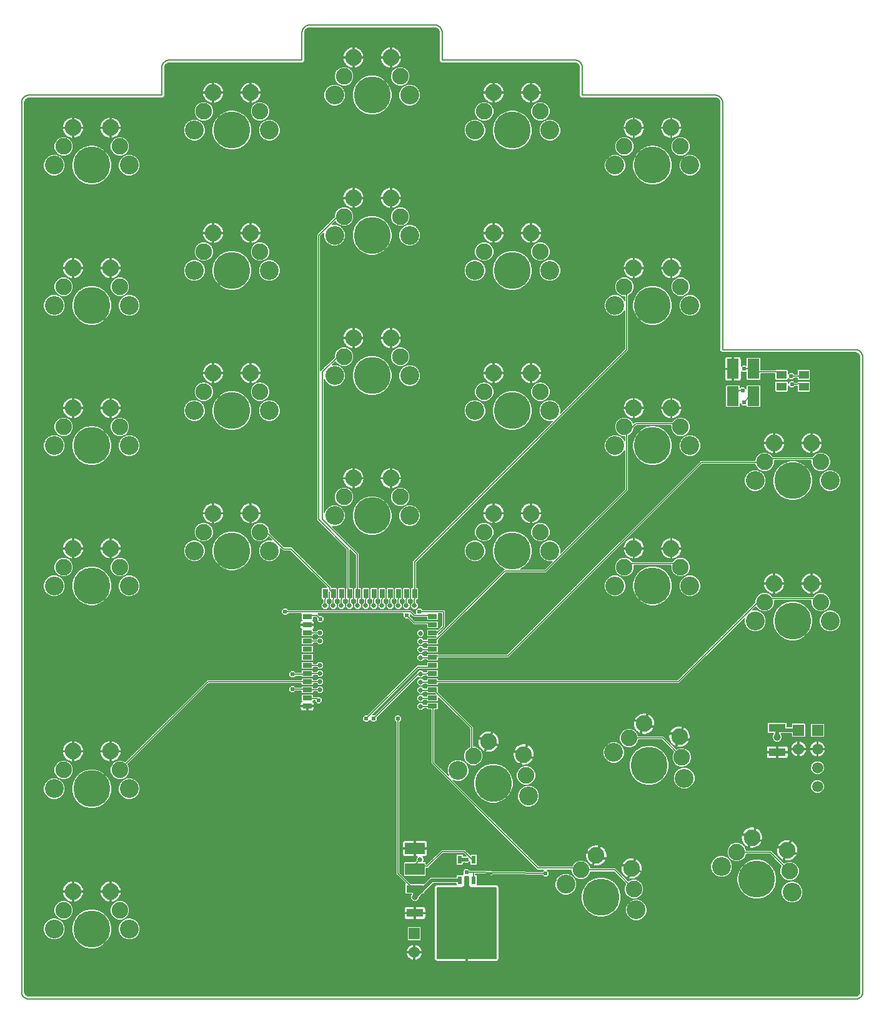
<source format=gbl>
G75*
%MOIN*%
%OFA0B0*%
%FSLAX25Y25*%
%IPPOS*%
%LPD*%
%AMOC8*
5,1,8,0,0,1.08239X$1,22.5*
%
%ADD10C,0.00591*%
%ADD11C,0.08850*%
%ADD12C,0.10050*%
%ADD13C,0.19700*%
%ADD14R,0.05937X0.05937*%
%ADD15C,0.05937*%
%ADD16R,0.02500X0.05000*%
%ADD17R,0.05000X0.02500*%
%ADD18R,0.05512X0.04331*%
%ADD19R,0.02362X0.04331*%
%ADD20C,0.00500*%
%ADD21R,0.10630X0.06299*%
%ADD22R,0.06299X0.10630*%
%ADD23R,0.09055X0.04331*%
%ADD24R,0.06000X0.06000*%
%ADD25C,0.06000*%
%ADD26C,0.00600*%
%ADD27C,0.02578*%
%ADD28C,0.02400*%
%ADD29C,0.03169*%
%ADD30C,0.02000*%
%ADD31C,0.03937*%
D10*
X0089883Y0072166D02*
X0089883Y0546576D01*
X0089885Y0546700D01*
X0089891Y0546823D01*
X0089900Y0546947D01*
X0089914Y0547069D01*
X0089931Y0547192D01*
X0089953Y0547314D01*
X0089978Y0547435D01*
X0090007Y0547555D01*
X0090039Y0547674D01*
X0090076Y0547793D01*
X0090116Y0547910D01*
X0090159Y0548025D01*
X0090207Y0548140D01*
X0090258Y0548252D01*
X0090312Y0548363D01*
X0090370Y0548473D01*
X0090431Y0548580D01*
X0090496Y0548686D01*
X0090564Y0548789D01*
X0090635Y0548890D01*
X0090709Y0548989D01*
X0090786Y0549086D01*
X0090867Y0549180D01*
X0090950Y0549271D01*
X0091036Y0549360D01*
X0091125Y0549446D01*
X0091216Y0549529D01*
X0091310Y0549610D01*
X0091407Y0549687D01*
X0091506Y0549761D01*
X0091607Y0549832D01*
X0091710Y0549900D01*
X0091816Y0549965D01*
X0091923Y0550026D01*
X0092033Y0550084D01*
X0092144Y0550138D01*
X0092256Y0550189D01*
X0092371Y0550237D01*
X0092486Y0550280D01*
X0092603Y0550320D01*
X0092722Y0550357D01*
X0092841Y0550389D01*
X0092961Y0550418D01*
X0093082Y0550443D01*
X0093204Y0550465D01*
X0093327Y0550482D01*
X0093449Y0550496D01*
X0093573Y0550505D01*
X0093696Y0550511D01*
X0093820Y0550513D01*
X0164686Y0550513D01*
X0164686Y0565276D01*
X0164688Y0565400D01*
X0164694Y0565523D01*
X0164703Y0565647D01*
X0164717Y0565769D01*
X0164734Y0565892D01*
X0164756Y0566014D01*
X0164781Y0566135D01*
X0164810Y0566255D01*
X0164842Y0566374D01*
X0164879Y0566493D01*
X0164919Y0566610D01*
X0164962Y0566725D01*
X0165010Y0566840D01*
X0165061Y0566952D01*
X0165115Y0567063D01*
X0165173Y0567173D01*
X0165234Y0567280D01*
X0165299Y0567386D01*
X0165367Y0567489D01*
X0165438Y0567590D01*
X0165512Y0567689D01*
X0165589Y0567786D01*
X0165670Y0567880D01*
X0165753Y0567971D01*
X0165839Y0568060D01*
X0165928Y0568146D01*
X0166019Y0568229D01*
X0166113Y0568310D01*
X0166210Y0568387D01*
X0166309Y0568461D01*
X0166410Y0568532D01*
X0166513Y0568600D01*
X0166619Y0568665D01*
X0166726Y0568726D01*
X0166836Y0568784D01*
X0166947Y0568838D01*
X0167059Y0568889D01*
X0167174Y0568937D01*
X0167289Y0568980D01*
X0167406Y0569020D01*
X0167525Y0569057D01*
X0167644Y0569089D01*
X0167764Y0569118D01*
X0167885Y0569143D01*
X0168007Y0569165D01*
X0168130Y0569182D01*
X0168252Y0569196D01*
X0168376Y0569205D01*
X0168499Y0569211D01*
X0168623Y0569213D01*
X0239489Y0569213D01*
X0239489Y0583977D01*
X0239491Y0584101D01*
X0239497Y0584224D01*
X0239506Y0584348D01*
X0239520Y0584470D01*
X0239537Y0584593D01*
X0239559Y0584715D01*
X0239584Y0584836D01*
X0239613Y0584956D01*
X0239645Y0585075D01*
X0239682Y0585194D01*
X0239722Y0585311D01*
X0239765Y0585426D01*
X0239813Y0585541D01*
X0239864Y0585653D01*
X0239918Y0585764D01*
X0239976Y0585874D01*
X0240037Y0585981D01*
X0240102Y0586087D01*
X0240170Y0586190D01*
X0240241Y0586291D01*
X0240315Y0586390D01*
X0240392Y0586487D01*
X0240473Y0586581D01*
X0240556Y0586672D01*
X0240642Y0586761D01*
X0240731Y0586847D01*
X0240822Y0586930D01*
X0240916Y0587011D01*
X0241013Y0587088D01*
X0241112Y0587162D01*
X0241213Y0587233D01*
X0241316Y0587301D01*
X0241422Y0587366D01*
X0241529Y0587427D01*
X0241639Y0587485D01*
X0241750Y0587539D01*
X0241862Y0587590D01*
X0241977Y0587638D01*
X0242092Y0587681D01*
X0242209Y0587721D01*
X0242328Y0587758D01*
X0242447Y0587790D01*
X0242567Y0587819D01*
X0242688Y0587844D01*
X0242810Y0587866D01*
X0242933Y0587883D01*
X0243055Y0587897D01*
X0243179Y0587906D01*
X0243302Y0587912D01*
X0243426Y0587914D01*
X0310355Y0587914D01*
X0310479Y0587912D01*
X0310602Y0587906D01*
X0310726Y0587897D01*
X0310848Y0587883D01*
X0310971Y0587866D01*
X0311093Y0587844D01*
X0311214Y0587819D01*
X0311334Y0587790D01*
X0311453Y0587758D01*
X0311572Y0587721D01*
X0311689Y0587681D01*
X0311804Y0587638D01*
X0311919Y0587590D01*
X0312031Y0587539D01*
X0312142Y0587485D01*
X0312252Y0587427D01*
X0312359Y0587366D01*
X0312465Y0587301D01*
X0312568Y0587233D01*
X0312669Y0587162D01*
X0312768Y0587088D01*
X0312865Y0587011D01*
X0312959Y0586930D01*
X0313050Y0586847D01*
X0313139Y0586761D01*
X0313225Y0586672D01*
X0313308Y0586581D01*
X0313389Y0586487D01*
X0313466Y0586390D01*
X0313540Y0586291D01*
X0313611Y0586190D01*
X0313679Y0586087D01*
X0313744Y0585981D01*
X0313805Y0585874D01*
X0313863Y0585764D01*
X0313917Y0585653D01*
X0313968Y0585541D01*
X0314016Y0585426D01*
X0314059Y0585311D01*
X0314099Y0585194D01*
X0314136Y0585075D01*
X0314168Y0584956D01*
X0314197Y0584836D01*
X0314222Y0584715D01*
X0314244Y0584593D01*
X0314261Y0584470D01*
X0314275Y0584348D01*
X0314284Y0584224D01*
X0314290Y0584101D01*
X0314292Y0583977D01*
X0314292Y0569213D01*
X0385158Y0569213D01*
X0385282Y0569211D01*
X0385405Y0569205D01*
X0385529Y0569196D01*
X0385651Y0569182D01*
X0385774Y0569165D01*
X0385896Y0569143D01*
X0386017Y0569118D01*
X0386137Y0569089D01*
X0386256Y0569057D01*
X0386375Y0569020D01*
X0386492Y0568980D01*
X0386607Y0568937D01*
X0386722Y0568889D01*
X0386834Y0568838D01*
X0386945Y0568784D01*
X0387055Y0568726D01*
X0387162Y0568665D01*
X0387268Y0568600D01*
X0387371Y0568532D01*
X0387472Y0568461D01*
X0387571Y0568387D01*
X0387668Y0568310D01*
X0387762Y0568229D01*
X0387853Y0568146D01*
X0387942Y0568060D01*
X0388028Y0567971D01*
X0388111Y0567880D01*
X0388192Y0567786D01*
X0388269Y0567689D01*
X0388343Y0567590D01*
X0388414Y0567489D01*
X0388482Y0567386D01*
X0388547Y0567280D01*
X0388608Y0567173D01*
X0388666Y0567063D01*
X0388720Y0566952D01*
X0388771Y0566840D01*
X0388819Y0566725D01*
X0388862Y0566610D01*
X0388902Y0566493D01*
X0388939Y0566374D01*
X0388971Y0566255D01*
X0389000Y0566135D01*
X0389025Y0566014D01*
X0389047Y0565892D01*
X0389064Y0565769D01*
X0389078Y0565647D01*
X0389087Y0565523D01*
X0389093Y0565400D01*
X0389095Y0565276D01*
X0389095Y0550513D01*
X0459961Y0550513D01*
X0460085Y0550511D01*
X0460208Y0550505D01*
X0460332Y0550496D01*
X0460454Y0550482D01*
X0460577Y0550465D01*
X0460699Y0550443D01*
X0460820Y0550418D01*
X0460940Y0550389D01*
X0461059Y0550357D01*
X0461178Y0550320D01*
X0461295Y0550280D01*
X0461410Y0550237D01*
X0461525Y0550189D01*
X0461637Y0550138D01*
X0461748Y0550084D01*
X0461858Y0550026D01*
X0461965Y0549965D01*
X0462071Y0549900D01*
X0462174Y0549832D01*
X0462275Y0549761D01*
X0462374Y0549687D01*
X0462471Y0549610D01*
X0462565Y0549529D01*
X0462656Y0549446D01*
X0462745Y0549360D01*
X0462831Y0549271D01*
X0462914Y0549180D01*
X0462995Y0549086D01*
X0463072Y0548989D01*
X0463146Y0548890D01*
X0463217Y0548789D01*
X0463285Y0548686D01*
X0463350Y0548580D01*
X0463411Y0548473D01*
X0463469Y0548363D01*
X0463523Y0548252D01*
X0463574Y0548140D01*
X0463622Y0548025D01*
X0463665Y0547910D01*
X0463705Y0547793D01*
X0463742Y0547674D01*
X0463774Y0547555D01*
X0463803Y0547435D01*
X0463828Y0547314D01*
X0463850Y0547192D01*
X0463867Y0547069D01*
X0463881Y0546947D01*
X0463890Y0546823D01*
X0463896Y0546700D01*
X0463898Y0546576D01*
X0463898Y0414686D01*
X0534765Y0414686D01*
X0534889Y0414684D01*
X0535012Y0414678D01*
X0535136Y0414669D01*
X0535258Y0414655D01*
X0535381Y0414638D01*
X0535503Y0414616D01*
X0535624Y0414591D01*
X0535744Y0414562D01*
X0535863Y0414530D01*
X0535982Y0414493D01*
X0536099Y0414453D01*
X0536214Y0414410D01*
X0536329Y0414362D01*
X0536441Y0414311D01*
X0536552Y0414257D01*
X0536662Y0414199D01*
X0536769Y0414138D01*
X0536875Y0414073D01*
X0536978Y0414005D01*
X0537079Y0413934D01*
X0537178Y0413860D01*
X0537275Y0413783D01*
X0537369Y0413702D01*
X0537460Y0413619D01*
X0537549Y0413533D01*
X0537635Y0413444D01*
X0537718Y0413353D01*
X0537799Y0413259D01*
X0537876Y0413162D01*
X0537950Y0413063D01*
X0538021Y0412962D01*
X0538089Y0412859D01*
X0538154Y0412753D01*
X0538215Y0412646D01*
X0538273Y0412536D01*
X0538327Y0412425D01*
X0538378Y0412313D01*
X0538426Y0412198D01*
X0538469Y0412083D01*
X0538509Y0411966D01*
X0538546Y0411847D01*
X0538578Y0411728D01*
X0538607Y0411608D01*
X0538632Y0411487D01*
X0538654Y0411365D01*
X0538671Y0411242D01*
X0538685Y0411120D01*
X0538694Y0410996D01*
X0538700Y0410873D01*
X0538702Y0410749D01*
X0538702Y0072166D01*
X0538700Y0072042D01*
X0538694Y0071919D01*
X0538685Y0071795D01*
X0538671Y0071673D01*
X0538654Y0071550D01*
X0538632Y0071428D01*
X0538607Y0071307D01*
X0538578Y0071187D01*
X0538546Y0071068D01*
X0538509Y0070949D01*
X0538469Y0070832D01*
X0538426Y0070717D01*
X0538378Y0070602D01*
X0538327Y0070490D01*
X0538273Y0070379D01*
X0538215Y0070269D01*
X0538154Y0070162D01*
X0538089Y0070056D01*
X0538021Y0069953D01*
X0537950Y0069852D01*
X0537876Y0069753D01*
X0537799Y0069656D01*
X0537718Y0069562D01*
X0537635Y0069471D01*
X0537549Y0069382D01*
X0537460Y0069296D01*
X0537369Y0069213D01*
X0537275Y0069132D01*
X0537178Y0069055D01*
X0537079Y0068981D01*
X0536978Y0068910D01*
X0536875Y0068842D01*
X0536769Y0068777D01*
X0536662Y0068716D01*
X0536552Y0068658D01*
X0536441Y0068604D01*
X0536329Y0068553D01*
X0536214Y0068505D01*
X0536099Y0068462D01*
X0535982Y0068422D01*
X0535863Y0068385D01*
X0535744Y0068353D01*
X0535624Y0068324D01*
X0535503Y0068299D01*
X0535381Y0068277D01*
X0535258Y0068260D01*
X0535136Y0068246D01*
X0535012Y0068237D01*
X0534889Y0068231D01*
X0534765Y0068229D01*
X0093820Y0068229D01*
X0093696Y0068231D01*
X0093573Y0068237D01*
X0093449Y0068246D01*
X0093327Y0068260D01*
X0093204Y0068277D01*
X0093082Y0068299D01*
X0092961Y0068324D01*
X0092841Y0068353D01*
X0092722Y0068385D01*
X0092603Y0068422D01*
X0092486Y0068462D01*
X0092371Y0068505D01*
X0092256Y0068553D01*
X0092144Y0068604D01*
X0092033Y0068658D01*
X0091923Y0068716D01*
X0091816Y0068777D01*
X0091710Y0068842D01*
X0091607Y0068910D01*
X0091506Y0068981D01*
X0091407Y0069055D01*
X0091310Y0069132D01*
X0091216Y0069213D01*
X0091125Y0069296D01*
X0091036Y0069382D01*
X0090950Y0069471D01*
X0090867Y0069562D01*
X0090786Y0069656D01*
X0090709Y0069753D01*
X0090635Y0069852D01*
X0090564Y0069953D01*
X0090496Y0070056D01*
X0090431Y0070162D01*
X0090370Y0070269D01*
X0090312Y0070379D01*
X0090258Y0070490D01*
X0090207Y0070602D01*
X0090159Y0070717D01*
X0090116Y0070832D01*
X0090076Y0070949D01*
X0090039Y0071068D01*
X0090007Y0071187D01*
X0089978Y0071307D01*
X0089953Y0071428D01*
X0089931Y0071550D01*
X0089914Y0071673D01*
X0089900Y0071795D01*
X0089891Y0071919D01*
X0089885Y0072042D01*
X0089883Y0072166D01*
D11*
X0112284Y0115631D03*
X0117284Y0125631D03*
X0137284Y0125631D03*
X0142284Y0115631D03*
X0142284Y0190434D03*
X0137284Y0200434D03*
X0117284Y0200434D03*
X0112284Y0190434D03*
X0112284Y0298702D03*
X0117284Y0308702D03*
X0137284Y0308702D03*
X0142284Y0298702D03*
X0187087Y0317402D03*
X0192087Y0327402D03*
X0212087Y0327402D03*
X0217087Y0317402D03*
X0261891Y0336103D03*
X0266891Y0346103D03*
X0286891Y0346103D03*
X0291891Y0336103D03*
X0336694Y0317402D03*
X0341694Y0327402D03*
X0361694Y0327402D03*
X0366694Y0317402D03*
X0411497Y0298702D03*
X0416497Y0308702D03*
X0436497Y0308702D03*
X0441497Y0298702D03*
X0486300Y0280001D03*
X0491300Y0290001D03*
X0511300Y0290001D03*
X0516300Y0280001D03*
X0516300Y0354804D03*
X0511300Y0364804D03*
X0491300Y0364804D03*
X0486300Y0354804D03*
X0441497Y0373505D03*
X0436497Y0383505D03*
X0416497Y0383505D03*
X0411497Y0373505D03*
X0366694Y0392206D03*
X0361694Y0402206D03*
X0341694Y0402206D03*
X0336694Y0392206D03*
X0291891Y0410906D03*
X0286891Y0420906D03*
X0266891Y0420906D03*
X0261891Y0410906D03*
X0217087Y0392206D03*
X0212087Y0402206D03*
X0192087Y0402206D03*
X0187087Y0392206D03*
X0142284Y0373505D03*
X0137284Y0383505D03*
X0117284Y0383505D03*
X0112284Y0373505D03*
X0112284Y0448308D03*
X0117284Y0458308D03*
X0137284Y0458308D03*
X0142284Y0448308D03*
X0187087Y0467009D03*
X0192087Y0477009D03*
X0212087Y0477009D03*
X0217087Y0467009D03*
X0261891Y0485709D03*
X0266891Y0495709D03*
X0286891Y0495709D03*
X0291891Y0485709D03*
X0336694Y0467009D03*
X0341694Y0477009D03*
X0361694Y0477009D03*
X0366694Y0467009D03*
X0411497Y0448308D03*
X0416497Y0458308D03*
X0436497Y0458308D03*
X0441497Y0448308D03*
X0441497Y0523111D03*
X0436497Y0533111D03*
X0416497Y0533111D03*
X0411497Y0523111D03*
X0366694Y0541812D03*
X0361694Y0551812D03*
X0341694Y0551812D03*
X0336694Y0541812D03*
X0291891Y0560513D03*
X0286891Y0570513D03*
X0266891Y0570513D03*
X0261891Y0560513D03*
X0217087Y0541812D03*
X0212087Y0551812D03*
X0192087Y0551812D03*
X0187087Y0541812D03*
X0142284Y0523111D03*
X0137284Y0533111D03*
X0117284Y0533111D03*
X0112284Y0523111D03*
X0413952Y0207445D03*
X0422071Y0215132D03*
X0440864Y0208292D03*
X0442143Y0197185D03*
X0479570Y0154402D03*
X0471452Y0146715D03*
X0498364Y0147561D03*
X0499643Y0136454D03*
X0416559Y0126893D03*
X0415280Y0138000D03*
X0396486Y0144840D03*
X0388368Y0137153D03*
X0359059Y0187623D03*
X0357780Y0198730D03*
X0338987Y0205570D03*
X0330868Y0197883D03*
D12*
X0322749Y0190197D03*
X0360337Y0176516D03*
X0405833Y0199758D03*
X0443421Y0186078D03*
X0463333Y0139028D03*
X0500921Y0125347D03*
X0417837Y0115786D03*
X0380249Y0129466D03*
X0481300Y0270001D03*
X0446497Y0288702D03*
X0406497Y0288702D03*
X0371694Y0307402D03*
X0331694Y0307402D03*
X0296891Y0326103D03*
X0256891Y0326103D03*
X0222087Y0307402D03*
X0182087Y0307402D03*
X0147284Y0288702D03*
X0107284Y0288702D03*
X0107284Y0363505D03*
X0147284Y0363505D03*
X0182087Y0382206D03*
X0222087Y0382206D03*
X0256891Y0400906D03*
X0296891Y0400906D03*
X0331694Y0382206D03*
X0371694Y0382206D03*
X0406497Y0363505D03*
X0446497Y0363505D03*
X0481300Y0344804D03*
X0521300Y0344804D03*
X0521300Y0270001D03*
X0446497Y0438308D03*
X0406497Y0438308D03*
X0371694Y0457009D03*
X0331694Y0457009D03*
X0296891Y0475709D03*
X0256891Y0475709D03*
X0222087Y0457009D03*
X0182087Y0457009D03*
X0147284Y0438308D03*
X0107284Y0438308D03*
X0107284Y0513111D03*
X0147284Y0513111D03*
X0182087Y0531812D03*
X0222087Y0531812D03*
X0256891Y0550513D03*
X0296891Y0550513D03*
X0331694Y0531812D03*
X0371694Y0531812D03*
X0406497Y0513111D03*
X0446497Y0513111D03*
X0147284Y0180434D03*
X0107284Y0180434D03*
X0107284Y0105631D03*
X0147284Y0105631D03*
D13*
X0127284Y0105631D03*
X0127284Y0180434D03*
X0127284Y0288702D03*
X0127284Y0363505D03*
X0127284Y0438308D03*
X0202087Y0457009D03*
X0202087Y0531812D03*
X0127284Y0513111D03*
X0202087Y0382206D03*
X0202087Y0307402D03*
X0276891Y0326103D03*
X0276891Y0400906D03*
X0351694Y0382206D03*
X0351694Y0307402D03*
X0426497Y0288702D03*
X0426497Y0363505D03*
X0426497Y0438308D03*
X0426497Y0513111D03*
X0351694Y0531812D03*
X0351694Y0457009D03*
X0276891Y0475709D03*
X0276891Y0550513D03*
X0501300Y0344804D03*
X0501300Y0270001D03*
X0424627Y0192918D03*
X0482127Y0132188D03*
X0399043Y0122626D03*
X0341543Y0183356D03*
D14*
X0514528Y0211654D03*
D15*
X0514528Y0201654D03*
X0514528Y0191654D03*
X0514528Y0181654D03*
D16*
X0299528Y0284568D03*
X0295198Y0284568D03*
X0290867Y0284568D03*
X0286536Y0284568D03*
X0282206Y0284568D03*
X0277875Y0284568D03*
X0273544Y0284568D03*
X0269213Y0284568D03*
X0264883Y0284568D03*
X0260552Y0284568D03*
X0256221Y0284568D03*
X0251891Y0284568D03*
D17*
X0242245Y0272166D03*
X0242245Y0267835D03*
X0242245Y0263505D03*
X0242245Y0259174D03*
X0242245Y0254843D03*
X0242245Y0250513D03*
X0242245Y0246182D03*
X0242245Y0241851D03*
X0242245Y0237520D03*
X0242245Y0233190D03*
X0242245Y0228859D03*
X0242245Y0224528D03*
X0309174Y0224528D03*
X0309174Y0228859D03*
X0309174Y0233190D03*
X0309174Y0237520D03*
X0309174Y0241851D03*
X0309174Y0246182D03*
X0309174Y0250513D03*
X0309174Y0254843D03*
X0309174Y0259174D03*
X0309174Y0263505D03*
X0309174Y0267835D03*
X0309174Y0272166D03*
D18*
X0495394Y0395001D03*
X0495394Y0401300D03*
X0507206Y0401300D03*
X0507206Y0395001D03*
D19*
X0331024Y0142639D03*
X0323544Y0142639D03*
X0323544Y0131615D03*
X0327284Y0131615D03*
X0331024Y0131615D03*
D20*
X0331024Y0135946D01*
X0327284Y0135946D01*
X0369410Y0135158D01*
X0365473Y0138111D02*
X0388111Y0138111D01*
X0388368Y0137153D01*
X0388603Y0137127D01*
X0406320Y0137127D01*
X0416162Y0127284D01*
X0416559Y0126893D01*
X0365473Y0138111D02*
X0309371Y0194213D01*
X0309371Y0223741D01*
X0309174Y0224528D01*
X0309371Y0232599D02*
X0309174Y0233190D01*
X0309371Y0232599D02*
X0310355Y0232599D01*
X0330040Y0212914D01*
X0330040Y0198150D01*
X0330868Y0197883D01*
X0290670Y0217835D02*
X0290670Y0135158D01*
X0298544Y0127284D01*
X0299725Y0127087D01*
X0299725Y0137520D02*
X0300513Y0139095D01*
X0306418Y0139095D01*
X0314292Y0146969D01*
X0326103Y0146969D01*
X0330040Y0143032D01*
X0331024Y0142639D01*
X0328269Y0133583D02*
X0326300Y0133583D01*
X0326300Y0128678D01*
X0325103Y0127678D01*
X0311536Y0127678D01*
X0311536Y0089883D01*
X0343032Y0089883D01*
X0343032Y0127678D01*
X0329465Y0127678D01*
X0328269Y0128678D01*
X0328269Y0133583D01*
X0328269Y0133534D02*
X0326300Y0133534D01*
X0326300Y0133036D02*
X0328269Y0133036D01*
X0328269Y0132537D02*
X0326300Y0132537D01*
X0326300Y0132039D02*
X0328269Y0132039D01*
X0328269Y0131540D02*
X0326300Y0131540D01*
X0326300Y0131042D02*
X0328269Y0131042D01*
X0328269Y0130543D02*
X0326300Y0130543D01*
X0326300Y0130045D02*
X0328269Y0130045D01*
X0328269Y0129546D02*
X0326300Y0129546D01*
X0326300Y0129048D02*
X0328269Y0129048D01*
X0328423Y0128549D02*
X0326146Y0128549D01*
X0325549Y0128050D02*
X0329019Y0128050D01*
X0324135Y0131221D02*
X0323544Y0131615D01*
X0311536Y0127552D02*
X0343032Y0127552D01*
X0343032Y0127053D02*
X0311536Y0127053D01*
X0311536Y0126555D02*
X0343032Y0126555D01*
X0343032Y0126056D02*
X0311536Y0126056D01*
X0311536Y0125558D02*
X0343032Y0125558D01*
X0343032Y0125059D02*
X0311536Y0125059D01*
X0311536Y0124561D02*
X0343032Y0124561D01*
X0343032Y0124062D02*
X0311536Y0124062D01*
X0311536Y0123564D02*
X0343032Y0123564D01*
X0343032Y0123065D02*
X0311536Y0123065D01*
X0311536Y0122567D02*
X0343032Y0122567D01*
X0343032Y0122068D02*
X0311536Y0122068D01*
X0311536Y0121570D02*
X0343032Y0121570D01*
X0343032Y0121071D02*
X0311536Y0121071D01*
X0311536Y0120573D02*
X0343032Y0120573D01*
X0343032Y0120074D02*
X0311536Y0120074D01*
X0311536Y0119576D02*
X0343032Y0119576D01*
X0343032Y0119077D02*
X0311536Y0119077D01*
X0311536Y0118579D02*
X0343032Y0118579D01*
X0343032Y0118080D02*
X0311536Y0118080D01*
X0311536Y0117582D02*
X0343032Y0117582D01*
X0343032Y0117083D02*
X0311536Y0117083D01*
X0311536Y0116585D02*
X0343032Y0116585D01*
X0343032Y0116086D02*
X0311536Y0116086D01*
X0311536Y0115588D02*
X0343032Y0115588D01*
X0343032Y0115089D02*
X0311536Y0115089D01*
X0311536Y0114591D02*
X0343032Y0114591D01*
X0343032Y0114092D02*
X0311536Y0114092D01*
X0311536Y0113594D02*
X0343032Y0113594D01*
X0343032Y0113095D02*
X0311536Y0113095D01*
X0311536Y0112597D02*
X0343032Y0112597D01*
X0343032Y0112098D02*
X0311536Y0112098D01*
X0311536Y0111600D02*
X0343032Y0111600D01*
X0343032Y0111101D02*
X0311536Y0111101D01*
X0311536Y0110603D02*
X0343032Y0110603D01*
X0343032Y0110104D02*
X0311536Y0110104D01*
X0311536Y0109606D02*
X0343032Y0109606D01*
X0343032Y0109107D02*
X0311536Y0109107D01*
X0311536Y0108609D02*
X0343032Y0108609D01*
X0343032Y0108110D02*
X0311536Y0108110D01*
X0311536Y0107612D02*
X0343032Y0107612D01*
X0343032Y0107113D02*
X0311536Y0107113D01*
X0311536Y0106615D02*
X0343032Y0106615D01*
X0343032Y0106116D02*
X0311536Y0106116D01*
X0311536Y0105617D02*
X0343032Y0105617D01*
X0343032Y0105119D02*
X0311536Y0105119D01*
X0311536Y0104620D02*
X0343032Y0104620D01*
X0343032Y0104122D02*
X0311536Y0104122D01*
X0311536Y0103623D02*
X0343032Y0103623D01*
X0343032Y0103125D02*
X0311536Y0103125D01*
X0311536Y0102626D02*
X0343032Y0102626D01*
X0343032Y0102128D02*
X0311536Y0102128D01*
X0311536Y0101629D02*
X0343032Y0101629D01*
X0343032Y0101131D02*
X0311536Y0101131D01*
X0311536Y0100632D02*
X0343032Y0100632D01*
X0343032Y0100134D02*
X0311536Y0100134D01*
X0311536Y0099635D02*
X0343032Y0099635D01*
X0343032Y0099137D02*
X0311536Y0099137D01*
X0311536Y0098638D02*
X0343032Y0098638D01*
X0343032Y0098140D02*
X0311536Y0098140D01*
X0311536Y0097641D02*
X0343032Y0097641D01*
X0343032Y0097143D02*
X0311536Y0097143D01*
X0311536Y0096644D02*
X0343032Y0096644D01*
X0343032Y0096146D02*
X0311536Y0096146D01*
X0311536Y0095647D02*
X0343032Y0095647D01*
X0343032Y0095149D02*
X0311536Y0095149D01*
X0311536Y0094650D02*
X0343032Y0094650D01*
X0343032Y0094152D02*
X0311536Y0094152D01*
X0311536Y0093653D02*
X0343032Y0093653D01*
X0343032Y0093155D02*
X0311536Y0093155D01*
X0311536Y0092656D02*
X0343032Y0092656D01*
X0343032Y0092158D02*
X0311536Y0092158D01*
X0311536Y0091659D02*
X0343032Y0091659D01*
X0343032Y0091161D02*
X0311536Y0091161D01*
X0311536Y0090662D02*
X0343032Y0090662D01*
X0343032Y0090164D02*
X0311536Y0090164D01*
X0299725Y0137520D02*
X0299725Y0139883D01*
X0302481Y0142639D01*
X0277678Y0217835D02*
X0301300Y0241457D01*
X0303269Y0241457D01*
X0302717Y0241713D01*
X0301300Y0245394D02*
X0309174Y0245394D01*
X0309174Y0246182D01*
X0309174Y0250513D02*
X0309371Y0250808D01*
X0309863Y0251300D01*
X0349233Y0251300D01*
X0452580Y0354646D01*
X0486044Y0354646D01*
X0486300Y0354804D01*
X0486536Y0355139D01*
X0488013Y0356615D01*
X0514587Y0356615D01*
X0516064Y0355139D01*
X0516300Y0354804D01*
X0507206Y0395001D02*
X0506812Y0396576D01*
X0500906Y0396182D01*
X0500513Y0400513D02*
X0506812Y0400513D01*
X0507206Y0401300D01*
X0495394Y0401300D02*
X0495394Y0402875D01*
X0479646Y0402875D01*
X0480434Y0404450D01*
X0475316Y0404450D01*
X0474528Y0393032D02*
X0472560Y0393032D01*
X0469410Y0389883D01*
X0475316Y0386733D02*
X0478465Y0389883D01*
X0480434Y0389883D01*
X0441497Y0373505D02*
X0441261Y0373839D01*
X0439784Y0375316D01*
X0417639Y0375316D01*
X0414686Y0372363D01*
X0412717Y0372363D01*
X0411497Y0373505D01*
X0412717Y0373347D01*
X0412717Y0372363D01*
X0412717Y0339883D01*
X0369410Y0296576D01*
X0347757Y0296576D01*
X0310355Y0259174D01*
X0309174Y0259174D01*
X0309174Y0263111D02*
X0309174Y0263505D01*
X0309174Y0263111D02*
X0311143Y0263111D01*
X0315080Y0267048D01*
X0315080Y0274922D01*
X0302087Y0274922D01*
X0299331Y0272954D02*
X0297363Y0274922D01*
X0230434Y0274922D01*
X0242245Y0272166D02*
X0243426Y0272954D01*
X0247363Y0272954D01*
X0249331Y0270985D01*
X0256221Y0284568D02*
X0256221Y0284765D01*
X0254253Y0286733D01*
X0254253Y0287717D01*
X0233583Y0308387D01*
X0229646Y0308387D01*
X0221772Y0316261D01*
X0217835Y0316261D01*
X0217087Y0317402D01*
X0248347Y0324135D02*
X0248347Y0475709D01*
X0258190Y0485552D01*
X0261143Y0485552D01*
X0261891Y0485709D01*
X0261891Y0410906D02*
X0261143Y0410749D01*
X0258190Y0410749D01*
X0250316Y0402875D01*
X0250316Y0324135D01*
X0269017Y0305434D01*
X0269017Y0284765D01*
X0269213Y0284568D01*
X0264883Y0284568D02*
X0264095Y0284765D01*
X0264095Y0308387D01*
X0248347Y0324135D01*
X0256024Y0284765D02*
X0256221Y0284568D01*
X0295394Y0272954D02*
X0299331Y0269017D01*
X0309174Y0269017D01*
X0309174Y0267835D01*
X0309174Y0272166D02*
X0309174Y0272954D01*
X0299331Y0272954D01*
X0299528Y0284568D02*
X0299528Y0301497D01*
X0412717Y0414686D01*
X0412717Y0447166D01*
X0411733Y0448150D01*
X0411497Y0448308D01*
X0413209Y0300513D02*
X0411733Y0299036D01*
X0411497Y0298702D01*
X0413209Y0300513D02*
X0439784Y0300513D01*
X0441261Y0299036D01*
X0441497Y0298702D01*
X0482599Y0279843D02*
X0485552Y0279843D01*
X0486300Y0280001D01*
X0486536Y0280335D01*
X0488013Y0281812D01*
X0514587Y0281812D01*
X0516064Y0280335D01*
X0516300Y0280001D01*
X0482599Y0279843D02*
X0440276Y0237520D01*
X0309174Y0237520D01*
X0301300Y0245394D02*
X0273741Y0217835D01*
X0248347Y0227678D02*
X0247363Y0228662D01*
X0242442Y0228662D01*
X0242245Y0228859D01*
X0242245Y0233190D02*
X0242245Y0233583D01*
X0234371Y0233583D01*
X0234371Y0241457D02*
X0242245Y0241457D01*
X0242245Y0241851D01*
X0242245Y0237520D02*
X0189292Y0237520D01*
X0143032Y0191261D01*
X0142284Y0190434D01*
X0141064Y0192245D01*
X0413952Y0207445D02*
X0414194Y0207501D01*
X0431910Y0207501D01*
X0441753Y0197658D01*
X0442143Y0197185D01*
X0471452Y0146715D02*
X0471772Y0146477D01*
X0489489Y0146477D01*
X0499331Y0136635D01*
X0499643Y0136454D01*
D21*
X0299725Y0137520D03*
X0299725Y0148544D03*
D22*
X0469410Y0389883D03*
X0480434Y0389883D03*
X0480434Y0404450D03*
X0469410Y0404450D03*
D23*
X0493032Y0212914D03*
X0493032Y0199922D03*
X0299725Y0127087D03*
X0299725Y0114095D03*
D24*
X0299331Y0103150D03*
X0504450Y0211654D03*
D25*
X0504450Y0201654D03*
X0299331Y0093150D03*
D26*
X0299031Y0093367D02*
X0091478Y0093367D01*
X0091478Y0093965D02*
X0295107Y0093965D01*
X0295137Y0094157D02*
X0295031Y0093489D01*
X0295031Y0093450D01*
X0299031Y0093450D01*
X0299031Y0092850D01*
X0295031Y0092850D01*
X0295031Y0092812D01*
X0295137Y0092143D01*
X0295347Y0091500D01*
X0295654Y0090897D01*
X0296052Y0090349D01*
X0296530Y0089871D01*
X0297078Y0089473D01*
X0297681Y0089165D01*
X0298325Y0088956D01*
X0298993Y0088850D01*
X0299031Y0088850D01*
X0299031Y0092850D01*
X0299631Y0092850D01*
X0299631Y0088850D01*
X0299670Y0088850D01*
X0300338Y0088956D01*
X0300982Y0089165D01*
X0301585Y0089473D01*
X0302133Y0089871D01*
X0302611Y0090349D01*
X0303009Y0090897D01*
X0303316Y0091500D01*
X0303526Y0092143D01*
X0303631Y0092812D01*
X0303631Y0092850D01*
X0299632Y0092850D01*
X0299632Y0093450D01*
X0303631Y0093450D01*
X0303631Y0093489D01*
X0303526Y0094157D01*
X0303316Y0094801D01*
X0303009Y0095404D01*
X0302611Y0095952D01*
X0302133Y0096430D01*
X0301585Y0096828D01*
X0300982Y0097135D01*
X0300338Y0097345D01*
X0299670Y0097450D01*
X0299631Y0097450D01*
X0299631Y0093450D01*
X0299031Y0093450D01*
X0299031Y0097450D01*
X0298993Y0097450D01*
X0298325Y0097345D01*
X0297681Y0097135D01*
X0297078Y0096828D01*
X0296530Y0096430D01*
X0296052Y0095952D01*
X0295654Y0095404D01*
X0295347Y0094801D01*
X0295137Y0094157D01*
X0295269Y0094564D02*
X0091478Y0094564D01*
X0091478Y0095162D02*
X0125205Y0095162D01*
X0125882Y0094981D02*
X0123173Y0095706D01*
X0120745Y0097109D01*
X0118762Y0099091D01*
X0117360Y0101520D01*
X0116634Y0104229D01*
X0116634Y0107033D01*
X0117360Y0109741D01*
X0118762Y0112170D01*
X0120745Y0114153D01*
X0123173Y0115555D01*
X0125882Y0116281D01*
X0128686Y0116281D01*
X0131395Y0115555D01*
X0133823Y0114153D01*
X0135806Y0112170D01*
X0137208Y0109741D01*
X0137934Y0107033D01*
X0137934Y0104229D01*
X0137208Y0101520D01*
X0135806Y0099091D01*
X0133823Y0097109D01*
X0131395Y0095706D01*
X0128686Y0094981D01*
X0125882Y0094981D01*
X0123080Y0095761D02*
X0091478Y0095761D01*
X0091478Y0096359D02*
X0122043Y0096359D01*
X0121006Y0096958D02*
X0091478Y0096958D01*
X0091478Y0097556D02*
X0120297Y0097556D01*
X0119699Y0098155D02*
X0091478Y0098155D01*
X0091478Y0098753D02*
X0119100Y0098753D01*
X0118612Y0099352D02*
X0091478Y0099352D01*
X0091478Y0099950D02*
X0105777Y0099950D01*
X0106126Y0099806D02*
X0108443Y0099806D01*
X0110584Y0100693D01*
X0112222Y0102331D01*
X0113109Y0104472D01*
X0113109Y0106789D01*
X0112222Y0108930D01*
X0110584Y0110569D01*
X0108443Y0111456D01*
X0106126Y0111456D01*
X0103985Y0110569D01*
X0102346Y0108930D01*
X0101459Y0106789D01*
X0101459Y0104472D01*
X0102346Y0102331D01*
X0103985Y0100693D01*
X0106126Y0099806D01*
X0104332Y0100549D02*
X0091478Y0100549D01*
X0091478Y0101147D02*
X0103530Y0101147D01*
X0102931Y0101746D02*
X0091478Y0101746D01*
X0091478Y0102344D02*
X0102341Y0102344D01*
X0102093Y0102943D02*
X0091478Y0102943D01*
X0091478Y0103541D02*
X0101845Y0103541D01*
X0101597Y0104140D02*
X0091478Y0104140D01*
X0091478Y0104738D02*
X0101459Y0104738D01*
X0101459Y0105337D02*
X0091478Y0105337D01*
X0091478Y0105935D02*
X0101459Y0105935D01*
X0101459Y0106534D02*
X0091478Y0106534D01*
X0091478Y0107132D02*
X0101601Y0107132D01*
X0101849Y0107731D02*
X0091478Y0107731D01*
X0091478Y0108329D02*
X0102097Y0108329D01*
X0102345Y0108928D02*
X0091478Y0108928D01*
X0091478Y0109526D02*
X0102942Y0109526D01*
X0103541Y0110125D02*
X0091478Y0110125D01*
X0091478Y0110723D02*
X0104358Y0110723D01*
X0105803Y0111322D02*
X0091478Y0111322D01*
X0091478Y0111920D02*
X0108605Y0111920D01*
X0108766Y0111322D02*
X0109204Y0111322D01*
X0109325Y0111201D02*
X0111245Y0110406D01*
X0113324Y0110406D01*
X0115244Y0111201D01*
X0116714Y0112671D01*
X0117509Y0114591D01*
X0117509Y0116670D01*
X0116714Y0118590D01*
X0115244Y0120060D01*
X0113324Y0120856D01*
X0111245Y0120856D01*
X0109325Y0120060D01*
X0107855Y0118590D01*
X0107059Y0116670D01*
X0107059Y0114591D01*
X0107855Y0112671D01*
X0109325Y0111201D01*
X0110211Y0110723D02*
X0110478Y0110723D01*
X0111028Y0110125D02*
X0117581Y0110125D01*
X0117302Y0109526D02*
X0111626Y0109526D01*
X0112223Y0108928D02*
X0117142Y0108928D01*
X0116982Y0108329D02*
X0112471Y0108329D01*
X0112719Y0107731D02*
X0116821Y0107731D01*
X0116661Y0107132D02*
X0112967Y0107132D01*
X0113109Y0106534D02*
X0116634Y0106534D01*
X0116634Y0105935D02*
X0113109Y0105935D01*
X0113109Y0105337D02*
X0116634Y0105337D01*
X0116634Y0104738D02*
X0113109Y0104738D01*
X0112972Y0104140D02*
X0116658Y0104140D01*
X0116818Y0103541D02*
X0112724Y0103541D01*
X0112476Y0102943D02*
X0116979Y0102943D01*
X0117139Y0102344D02*
X0112228Y0102344D01*
X0111637Y0101746D02*
X0117300Y0101746D01*
X0117575Y0101147D02*
X0111039Y0101147D01*
X0110237Y0100549D02*
X0117921Y0100549D01*
X0118266Y0099950D02*
X0108792Y0099950D01*
X0114091Y0110723D02*
X0117927Y0110723D01*
X0118273Y0111322D02*
X0115365Y0111322D01*
X0115963Y0111920D02*
X0118618Y0111920D01*
X0119111Y0112519D02*
X0116562Y0112519D01*
X0116899Y0113117D02*
X0119710Y0113117D01*
X0120308Y0113716D02*
X0117147Y0113716D01*
X0117395Y0114315D02*
X0121025Y0114315D01*
X0122062Y0114913D02*
X0117509Y0114913D01*
X0117509Y0115512D02*
X0123098Y0115512D01*
X0125245Y0116110D02*
X0117509Y0116110D01*
X0117493Y0116709D02*
X0137075Y0116709D01*
X0137059Y0116670D02*
X0137059Y0114591D01*
X0137855Y0112671D01*
X0139325Y0111201D01*
X0141245Y0110406D01*
X0143324Y0110406D01*
X0145244Y0111201D01*
X0146714Y0112671D01*
X0147509Y0114591D01*
X0147509Y0116670D01*
X0146714Y0118590D01*
X0145244Y0120060D01*
X0143324Y0120856D01*
X0141245Y0120856D01*
X0139325Y0120060D01*
X0137855Y0118590D01*
X0137059Y0116670D01*
X0137059Y0116110D02*
X0129323Y0116110D01*
X0131470Y0115512D02*
X0137059Y0115512D01*
X0137059Y0114913D02*
X0132507Y0114913D01*
X0133543Y0114315D02*
X0137174Y0114315D01*
X0137422Y0113716D02*
X0134260Y0113716D01*
X0134859Y0113117D02*
X0137670Y0113117D01*
X0138007Y0112519D02*
X0135457Y0112519D01*
X0135950Y0111920D02*
X0138605Y0111920D01*
X0139204Y0111322D02*
X0136296Y0111322D01*
X0136642Y0110723D02*
X0140478Y0110723D01*
X0142346Y0108930D02*
X0141459Y0106789D01*
X0141459Y0104472D01*
X0142346Y0102331D01*
X0143985Y0100693D01*
X0146126Y0099806D01*
X0148443Y0099806D01*
X0150584Y0100693D01*
X0152222Y0102331D01*
X0153109Y0104472D01*
X0153109Y0106789D01*
X0152222Y0108930D01*
X0150584Y0110569D01*
X0148443Y0111456D01*
X0146126Y0111456D01*
X0143985Y0110569D01*
X0142346Y0108930D01*
X0142345Y0108928D02*
X0137426Y0108928D01*
X0137266Y0109526D02*
X0142942Y0109526D01*
X0143541Y0110125D02*
X0136987Y0110125D01*
X0137587Y0108329D02*
X0142097Y0108329D01*
X0141849Y0107731D02*
X0137747Y0107731D01*
X0137908Y0107132D02*
X0141601Y0107132D01*
X0141459Y0106534D02*
X0137934Y0106534D01*
X0137934Y0105935D02*
X0141459Y0105935D01*
X0141459Y0105337D02*
X0137934Y0105337D01*
X0137934Y0104738D02*
X0141459Y0104738D01*
X0141597Y0104140D02*
X0137910Y0104140D01*
X0137750Y0103541D02*
X0141845Y0103541D01*
X0142093Y0102943D02*
X0137590Y0102943D01*
X0137429Y0102344D02*
X0142341Y0102344D01*
X0142931Y0101746D02*
X0137269Y0101746D01*
X0136993Y0101147D02*
X0143530Y0101147D01*
X0144332Y0100549D02*
X0136648Y0100549D01*
X0136302Y0099950D02*
X0145777Y0099950D01*
X0148792Y0099950D02*
X0295531Y0099950D01*
X0295531Y0099819D02*
X0296000Y0099350D01*
X0302663Y0099350D01*
X0303131Y0099819D01*
X0303131Y0106482D01*
X0302663Y0106950D01*
X0296000Y0106950D01*
X0295531Y0106482D01*
X0295531Y0099819D01*
X0295999Y0099352D02*
X0135957Y0099352D01*
X0135468Y0098753D02*
X0309986Y0098753D01*
X0309986Y0098155D02*
X0134870Y0098155D01*
X0134271Y0097556D02*
X0309986Y0097556D01*
X0309986Y0096958D02*
X0301331Y0096958D01*
X0302204Y0096359D02*
X0309986Y0096359D01*
X0309986Y0095761D02*
X0302750Y0095761D01*
X0303132Y0095162D02*
X0309986Y0095162D01*
X0309986Y0094564D02*
X0303394Y0094564D01*
X0303556Y0093965D02*
X0309986Y0093965D01*
X0309986Y0093367D02*
X0299632Y0093367D01*
X0299631Y0093965D02*
X0299031Y0093965D01*
X0299031Y0094564D02*
X0299631Y0094564D01*
X0299631Y0095162D02*
X0299031Y0095162D01*
X0299031Y0095761D02*
X0299631Y0095761D01*
X0299631Y0096359D02*
X0299031Y0096359D01*
X0299031Y0096958D02*
X0299631Y0096958D01*
X0297332Y0096958D02*
X0133562Y0096958D01*
X0132525Y0096359D02*
X0296459Y0096359D01*
X0295913Y0095761D02*
X0131489Y0095761D01*
X0129363Y0095162D02*
X0295531Y0095162D01*
X0295038Y0092768D02*
X0091478Y0092768D01*
X0091478Y0092170D02*
X0295133Y0092170D01*
X0295323Y0091571D02*
X0091478Y0091571D01*
X0091478Y0090973D02*
X0295615Y0090973D01*
X0296034Y0090374D02*
X0091478Y0090374D01*
X0091478Y0089776D02*
X0296661Y0089776D01*
X0297658Y0089177D02*
X0091478Y0089177D01*
X0091478Y0088579D02*
X0310695Y0088579D01*
X0310584Y0088642D02*
X0310938Y0088438D01*
X0311332Y0088333D01*
X0326994Y0088333D01*
X0326994Y0131324D01*
X0327575Y0131324D01*
X0327575Y0088333D01*
X0343236Y0088333D01*
X0343631Y0088438D01*
X0343984Y0088642D01*
X0344273Y0088931D01*
X0344477Y0089284D01*
X0344582Y0089679D01*
X0344582Y0127882D01*
X0344477Y0128276D01*
X0344273Y0128630D01*
X0343984Y0128918D01*
X0343631Y0129122D01*
X0343236Y0129228D01*
X0333005Y0129228D01*
X0333005Y0134112D01*
X0332537Y0134580D01*
X0332074Y0134580D01*
X0332074Y0134806D01*
X0367598Y0134142D01*
X0368582Y0133158D01*
X0370239Y0133158D01*
X0371410Y0134330D01*
X0371410Y0135987D01*
X0370336Y0137061D01*
X0383143Y0137061D01*
X0383143Y0136114D01*
X0383938Y0134193D01*
X0385408Y0132724D01*
X0387328Y0131928D01*
X0389407Y0131928D01*
X0391327Y0132724D01*
X0392797Y0134193D01*
X0393577Y0136077D01*
X0405885Y0136077D01*
X0412123Y0129838D01*
X0411334Y0127932D01*
X0411334Y0125853D01*
X0412129Y0123933D01*
X0413599Y0122463D01*
X0415519Y0121668D01*
X0417598Y0121668D01*
X0419518Y0122463D01*
X0420988Y0123933D01*
X0421783Y0125853D01*
X0421783Y0127932D01*
X0420988Y0129852D01*
X0419518Y0131322D01*
X0417598Y0132118D01*
X0415519Y0132118D01*
X0413606Y0131325D01*
X0407370Y0137562D01*
X0406755Y0138177D01*
X0393593Y0138177D01*
X0393593Y0138192D01*
X0392797Y0140113D01*
X0391327Y0141583D01*
X0389407Y0142378D01*
X0387328Y0142378D01*
X0385408Y0141583D01*
X0383938Y0140113D01*
X0383544Y0139161D01*
X0365908Y0139161D01*
X0320066Y0185003D01*
X0321591Y0184372D01*
X0323908Y0184372D01*
X0326049Y0185258D01*
X0327687Y0186897D01*
X0328574Y0189038D01*
X0328574Y0191355D01*
X0327687Y0193496D01*
X0326049Y0195135D01*
X0323908Y0196022D01*
X0321591Y0196022D01*
X0319450Y0195135D01*
X0317811Y0193496D01*
X0316924Y0191355D01*
X0316924Y0189038D01*
X0317556Y0187514D01*
X0310421Y0194648D01*
X0310421Y0222478D01*
X0312005Y0222478D01*
X0312474Y0222947D01*
X0312474Y0226110D01*
X0312005Y0226578D01*
X0306343Y0226578D01*
X0305874Y0226110D01*
X0305874Y0225491D01*
X0304572Y0225491D01*
X0303583Y0226480D01*
X0301852Y0226480D01*
X0300628Y0225256D01*
X0300628Y0223525D01*
X0301852Y0222302D01*
X0303583Y0222302D01*
X0304572Y0223291D01*
X0305874Y0223291D01*
X0305874Y0222947D01*
X0306343Y0222478D01*
X0308321Y0222478D01*
X0308321Y0193778D01*
X0308936Y0193163D01*
X0364423Y0137676D01*
X0365038Y0137061D01*
X0368485Y0137061D01*
X0367665Y0136241D01*
X0331539Y0136916D01*
X0331459Y0136996D01*
X0329063Y0136996D01*
X0328113Y0137946D01*
X0326456Y0137946D01*
X0325284Y0136774D01*
X0325284Y0135117D01*
X0325480Y0134922D01*
X0325305Y0134821D01*
X0325063Y0134579D01*
X0325061Y0134576D01*
X0325057Y0134580D01*
X0322032Y0134580D01*
X0321563Y0134112D01*
X0321563Y0133415D01*
X0308035Y0133415D01*
X0306980Y0132361D01*
X0304628Y0130009D01*
X0304584Y0130053D01*
X0297260Y0130053D01*
X0291720Y0135593D01*
X0291720Y0216057D01*
X0292670Y0217007D01*
X0292670Y0218664D01*
X0291498Y0219835D01*
X0289842Y0219835D01*
X0288670Y0218664D01*
X0288670Y0217007D01*
X0289620Y0216057D01*
X0289620Y0134723D01*
X0290235Y0134108D01*
X0294578Y0129765D01*
X0294398Y0129584D01*
X0294398Y0124591D01*
X0294866Y0124122D01*
X0297916Y0124122D01*
X0297341Y0123547D01*
X0297341Y0121572D01*
X0298738Y0120176D01*
X0300713Y0120176D01*
X0302109Y0121572D01*
X0302109Y0122399D01*
X0303833Y0124122D01*
X0304584Y0124122D01*
X0305053Y0124591D01*
X0305053Y0125342D01*
X0309526Y0129815D01*
X0321563Y0129815D01*
X0321563Y0129228D01*
X0311332Y0129228D01*
X0310938Y0129122D01*
X0310584Y0128918D01*
X0310296Y0128630D01*
X0310092Y0128276D01*
X0309986Y0127882D01*
X0309986Y0089679D01*
X0310092Y0089284D01*
X0310296Y0088931D01*
X0310584Y0088642D01*
X0310154Y0089177D02*
X0301005Y0089177D01*
X0302002Y0089776D02*
X0309986Y0089776D01*
X0309986Y0090374D02*
X0302629Y0090374D01*
X0303048Y0090973D02*
X0309986Y0090973D01*
X0309986Y0091571D02*
X0303340Y0091571D01*
X0303530Y0092170D02*
X0309986Y0092170D01*
X0309986Y0092768D02*
X0303625Y0092768D01*
X0299631Y0092768D02*
X0299031Y0092768D01*
X0299031Y0092170D02*
X0299631Y0092170D01*
X0299631Y0091571D02*
X0299031Y0091571D01*
X0299031Y0090973D02*
X0299631Y0090973D01*
X0299631Y0090374D02*
X0299031Y0090374D01*
X0299031Y0089776D02*
X0299631Y0089776D01*
X0299631Y0089177D02*
X0299031Y0089177D01*
X0302664Y0099352D02*
X0309986Y0099352D01*
X0309986Y0099950D02*
X0303131Y0099950D01*
X0303131Y0100549D02*
X0309986Y0100549D01*
X0309986Y0101147D02*
X0303131Y0101147D01*
X0303131Y0101746D02*
X0309986Y0101746D01*
X0309986Y0102344D02*
X0303131Y0102344D01*
X0303131Y0102943D02*
X0309986Y0102943D01*
X0309986Y0103541D02*
X0303131Y0103541D01*
X0303131Y0104140D02*
X0309986Y0104140D01*
X0309986Y0104738D02*
X0303131Y0104738D01*
X0303131Y0105337D02*
X0309986Y0105337D01*
X0309986Y0105935D02*
X0303131Y0105935D01*
X0303079Y0106534D02*
X0309986Y0106534D01*
X0309986Y0107132D02*
X0152967Y0107132D01*
X0153109Y0106534D02*
X0295584Y0106534D01*
X0295531Y0105935D02*
X0153109Y0105935D01*
X0153109Y0105337D02*
X0295531Y0105337D01*
X0295531Y0104738D02*
X0153109Y0104738D01*
X0152972Y0104140D02*
X0295531Y0104140D01*
X0295531Y0103541D02*
X0152724Y0103541D01*
X0152476Y0102943D02*
X0295531Y0102943D01*
X0295531Y0102344D02*
X0152228Y0102344D01*
X0151637Y0101746D02*
X0295531Y0101746D01*
X0295531Y0101147D02*
X0151039Y0101147D01*
X0150237Y0100549D02*
X0295531Y0100549D01*
X0295026Y0110630D02*
X0299425Y0110630D01*
X0299425Y0113795D01*
X0300025Y0113795D01*
X0300025Y0110630D01*
X0304424Y0110630D01*
X0304755Y0110719D01*
X0305051Y0110890D01*
X0305293Y0111132D01*
X0305464Y0111428D01*
X0305553Y0111759D01*
X0305553Y0113795D01*
X0300025Y0113795D01*
X0300025Y0114395D01*
X0305553Y0114395D01*
X0305553Y0116432D01*
X0305464Y0116762D01*
X0305293Y0117059D01*
X0305051Y0117301D01*
X0304755Y0117472D01*
X0304424Y0117561D01*
X0300025Y0117561D01*
X0300025Y0114395D01*
X0299425Y0114395D01*
X0299425Y0113795D01*
X0293898Y0113795D01*
X0293898Y0111759D01*
X0293986Y0111428D01*
X0294157Y0111132D01*
X0294399Y0110890D01*
X0294696Y0110719D01*
X0295026Y0110630D01*
X0294687Y0110723D02*
X0150211Y0110723D01*
X0151028Y0110125D02*
X0309986Y0110125D01*
X0309986Y0110723D02*
X0304763Y0110723D01*
X0305403Y0111322D02*
X0309986Y0111322D01*
X0309986Y0111920D02*
X0305553Y0111920D01*
X0305553Y0112519D02*
X0309986Y0112519D01*
X0309986Y0113117D02*
X0305553Y0113117D01*
X0305553Y0113716D02*
X0309986Y0113716D01*
X0309986Y0114315D02*
X0300025Y0114315D01*
X0300025Y0114913D02*
X0299425Y0114913D01*
X0299425Y0114395D02*
X0299425Y0117561D01*
X0295026Y0117561D01*
X0294696Y0117472D01*
X0294399Y0117301D01*
X0294157Y0117059D01*
X0293986Y0116762D01*
X0293898Y0116432D01*
X0293898Y0114395D01*
X0299425Y0114395D01*
X0299425Y0114315D02*
X0147395Y0114315D01*
X0147509Y0114913D02*
X0293898Y0114913D01*
X0293898Y0115512D02*
X0147509Y0115512D01*
X0147509Y0116110D02*
X0293898Y0116110D01*
X0293972Y0116709D02*
X0147493Y0116709D01*
X0147245Y0117307D02*
X0294410Y0117307D01*
X0293898Y0113716D02*
X0147147Y0113716D01*
X0146899Y0113117D02*
X0293898Y0113117D01*
X0293898Y0112519D02*
X0146562Y0112519D01*
X0145963Y0111920D02*
X0293898Y0111920D01*
X0294048Y0111322D02*
X0148766Y0111322D01*
X0145803Y0111322D02*
X0145365Y0111322D01*
X0144358Y0110723D02*
X0144091Y0110723D01*
X0151626Y0109526D02*
X0309986Y0109526D01*
X0309986Y0108928D02*
X0152223Y0108928D01*
X0152471Y0108329D02*
X0309986Y0108329D01*
X0309986Y0107731D02*
X0152719Y0107731D01*
X0146997Y0117906D02*
X0309986Y0117906D01*
X0309986Y0118504D02*
X0146750Y0118504D01*
X0146202Y0119103D02*
X0309986Y0119103D01*
X0309986Y0119701D02*
X0145603Y0119701D01*
X0144666Y0120300D02*
X0298614Y0120300D01*
X0298015Y0120898D02*
X0140510Y0120898D01*
X0140285Y0120734D02*
X0141014Y0121264D01*
X0141651Y0121901D01*
X0142181Y0122630D01*
X0142590Y0123433D01*
X0142868Y0124290D01*
X0143009Y0125180D01*
X0143009Y0125331D01*
X0137584Y0125331D01*
X0137584Y0125931D01*
X0136984Y0125931D01*
X0136984Y0131356D01*
X0136834Y0131356D01*
X0135944Y0131215D01*
X0135087Y0130936D01*
X0134284Y0130527D01*
X0133555Y0129997D01*
X0132917Y0129360D01*
X0132388Y0128631D01*
X0131979Y0127828D01*
X0131700Y0126971D01*
X0131559Y0126081D01*
X0131559Y0125931D01*
X0136984Y0125931D01*
X0136984Y0125331D01*
X0131559Y0125331D01*
X0131559Y0125180D01*
X0131700Y0124290D01*
X0131979Y0123433D01*
X0132388Y0122630D01*
X0132917Y0121901D01*
X0133555Y0121264D01*
X0134284Y0120734D01*
X0135087Y0120325D01*
X0135944Y0120047D01*
X0136834Y0119906D01*
X0136984Y0119906D01*
X0136984Y0125331D01*
X0137584Y0125331D01*
X0137584Y0119906D01*
X0137735Y0119906D01*
X0138625Y0120047D01*
X0139482Y0120325D01*
X0140285Y0120734D01*
X0139902Y0120300D02*
X0139403Y0120300D01*
X0138965Y0119701D02*
X0115603Y0119701D01*
X0115944Y0120047D02*
X0116834Y0119906D01*
X0116984Y0119906D01*
X0116984Y0125331D01*
X0111559Y0125331D01*
X0111559Y0125180D01*
X0111700Y0124290D01*
X0111979Y0123433D01*
X0112388Y0122630D01*
X0112917Y0121901D01*
X0113555Y0121264D01*
X0114284Y0120734D01*
X0115087Y0120325D01*
X0115944Y0120047D01*
X0115165Y0120300D02*
X0114666Y0120300D01*
X0114058Y0120898D02*
X0091478Y0120898D01*
X0091478Y0120300D02*
X0109902Y0120300D01*
X0108965Y0119701D02*
X0091478Y0119701D01*
X0091478Y0119103D02*
X0108367Y0119103D01*
X0107819Y0118504D02*
X0091478Y0118504D01*
X0091478Y0117906D02*
X0107571Y0117906D01*
X0107323Y0117307D02*
X0091478Y0117307D01*
X0091478Y0116709D02*
X0107075Y0116709D01*
X0107059Y0116110D02*
X0091478Y0116110D01*
X0091478Y0115512D02*
X0107059Y0115512D01*
X0107059Y0114913D02*
X0091478Y0114913D01*
X0091478Y0114315D02*
X0107174Y0114315D01*
X0107422Y0113716D02*
X0091478Y0113716D01*
X0091478Y0113117D02*
X0107670Y0113117D01*
X0108007Y0112519D02*
X0091478Y0112519D01*
X0091478Y0121497D02*
X0113322Y0121497D01*
X0112776Y0122095D02*
X0091478Y0122095D01*
X0091478Y0122694D02*
X0112355Y0122694D01*
X0112050Y0123292D02*
X0091478Y0123292D01*
X0091478Y0123891D02*
X0111830Y0123891D01*
X0111669Y0124489D02*
X0091478Y0124489D01*
X0091478Y0125088D02*
X0111574Y0125088D01*
X0111559Y0125931D02*
X0116984Y0125931D01*
X0116984Y0131356D01*
X0116834Y0131356D01*
X0115944Y0131215D01*
X0115087Y0130936D01*
X0114284Y0130527D01*
X0113555Y0129997D01*
X0112917Y0129360D01*
X0112388Y0128631D01*
X0111979Y0127828D01*
X0111700Y0126971D01*
X0111559Y0126081D01*
X0111559Y0125931D01*
X0111591Y0126285D02*
X0091478Y0126285D01*
X0091478Y0126883D02*
X0111686Y0126883D01*
X0111866Y0127482D02*
X0091478Y0127482D01*
X0091478Y0128080D02*
X0112107Y0128080D01*
X0112422Y0128679D02*
X0091478Y0128679D01*
X0091478Y0129277D02*
X0112857Y0129277D01*
X0113433Y0129876D02*
X0091478Y0129876D01*
X0091478Y0130474D02*
X0114211Y0130474D01*
X0115507Y0131073D02*
X0091478Y0131073D01*
X0091478Y0131671D02*
X0292672Y0131671D01*
X0293271Y0131073D02*
X0139062Y0131073D01*
X0139482Y0130936D02*
X0138625Y0131215D01*
X0137735Y0131356D01*
X0137584Y0131356D01*
X0137584Y0125931D01*
X0143009Y0125931D01*
X0143009Y0126081D01*
X0142868Y0126971D01*
X0142590Y0127828D01*
X0142181Y0128631D01*
X0141651Y0129360D01*
X0141014Y0129997D01*
X0140285Y0130527D01*
X0139482Y0130936D01*
X0140358Y0130474D02*
X0293869Y0130474D01*
X0294468Y0129876D02*
X0141136Y0129876D01*
X0141711Y0129277D02*
X0294398Y0129277D01*
X0294398Y0128679D02*
X0142146Y0128679D01*
X0142461Y0128080D02*
X0294398Y0128080D01*
X0294398Y0127482D02*
X0142702Y0127482D01*
X0142882Y0126883D02*
X0294398Y0126883D01*
X0294398Y0126285D02*
X0142977Y0126285D01*
X0142995Y0125088D02*
X0294398Y0125088D01*
X0294398Y0125686D02*
X0137584Y0125686D01*
X0137584Y0125088D02*
X0136984Y0125088D01*
X0136984Y0125686D02*
X0117584Y0125686D01*
X0117584Y0125931D02*
X0123009Y0125931D01*
X0123009Y0126081D01*
X0122868Y0126971D01*
X0122590Y0127828D01*
X0122181Y0128631D01*
X0121651Y0129360D01*
X0121014Y0129997D01*
X0120285Y0130527D01*
X0119482Y0130936D01*
X0118625Y0131215D01*
X0117735Y0131356D01*
X0117584Y0131356D01*
X0117584Y0125931D01*
X0116984Y0125931D01*
X0116984Y0125331D01*
X0117584Y0125331D01*
X0117584Y0125931D01*
X0117584Y0126285D02*
X0116984Y0126285D01*
X0116984Y0126883D02*
X0117584Y0126883D01*
X0117584Y0127482D02*
X0116984Y0127482D01*
X0116984Y0128080D02*
X0117584Y0128080D01*
X0117584Y0128679D02*
X0116984Y0128679D01*
X0116984Y0129277D02*
X0117584Y0129277D01*
X0117584Y0129876D02*
X0116984Y0129876D01*
X0116984Y0130474D02*
X0117584Y0130474D01*
X0117584Y0131073D02*
X0116984Y0131073D01*
X0119062Y0131073D02*
X0135507Y0131073D01*
X0134211Y0130474D02*
X0120358Y0130474D01*
X0121136Y0129876D02*
X0133433Y0129876D01*
X0132857Y0129277D02*
X0121711Y0129277D01*
X0122146Y0128679D02*
X0132422Y0128679D01*
X0132107Y0128080D02*
X0122461Y0128080D01*
X0122702Y0127482D02*
X0131866Y0127482D01*
X0131686Y0126883D02*
X0122882Y0126883D01*
X0122977Y0126285D02*
X0131591Y0126285D01*
X0131574Y0125088D02*
X0122995Y0125088D01*
X0123009Y0125180D02*
X0123009Y0125331D01*
X0117584Y0125331D01*
X0117584Y0119906D01*
X0117735Y0119906D01*
X0118625Y0120047D01*
X0119482Y0120325D01*
X0120285Y0120734D01*
X0121014Y0121264D01*
X0121651Y0121901D01*
X0122181Y0122630D01*
X0122590Y0123433D01*
X0122868Y0124290D01*
X0123009Y0125180D01*
X0122900Y0124489D02*
X0131669Y0124489D01*
X0131830Y0123891D02*
X0122738Y0123891D01*
X0122518Y0123292D02*
X0132050Y0123292D01*
X0132355Y0122694D02*
X0122213Y0122694D01*
X0121792Y0122095D02*
X0132776Y0122095D01*
X0133322Y0121497D02*
X0121247Y0121497D01*
X0120510Y0120898D02*
X0134058Y0120898D01*
X0135165Y0120300D02*
X0119403Y0120300D01*
X0117584Y0120300D02*
X0116984Y0120300D01*
X0116984Y0120898D02*
X0117584Y0120898D01*
X0117584Y0121497D02*
X0116984Y0121497D01*
X0116984Y0122095D02*
X0117584Y0122095D01*
X0117584Y0122694D02*
X0116984Y0122694D01*
X0116984Y0123292D02*
X0117584Y0123292D01*
X0117584Y0123891D02*
X0116984Y0123891D01*
X0116984Y0124489D02*
X0117584Y0124489D01*
X0117584Y0125088D02*
X0116984Y0125088D01*
X0116984Y0125686D02*
X0091478Y0125686D01*
X0091478Y0132270D02*
X0292074Y0132270D01*
X0291475Y0132868D02*
X0091478Y0132868D01*
X0091478Y0133467D02*
X0290877Y0133467D01*
X0290278Y0134065D02*
X0091478Y0134065D01*
X0091478Y0134664D02*
X0289680Y0134664D01*
X0289620Y0135262D02*
X0091478Y0135262D01*
X0091478Y0135861D02*
X0289620Y0135861D01*
X0289620Y0136459D02*
X0091478Y0136459D01*
X0091478Y0137058D02*
X0289620Y0137058D01*
X0289620Y0137656D02*
X0091478Y0137656D01*
X0091478Y0138255D02*
X0289620Y0138255D01*
X0289620Y0138853D02*
X0091478Y0138853D01*
X0091478Y0139452D02*
X0289620Y0139452D01*
X0289620Y0140050D02*
X0091478Y0140050D01*
X0091478Y0140649D02*
X0289620Y0140649D01*
X0289620Y0141248D02*
X0091478Y0141248D01*
X0091478Y0141846D02*
X0289620Y0141846D01*
X0289620Y0142445D02*
X0091478Y0142445D01*
X0091478Y0143043D02*
X0289620Y0143043D01*
X0289620Y0143642D02*
X0091478Y0143642D01*
X0091478Y0144240D02*
X0289620Y0144240D01*
X0289620Y0144839D02*
X0091478Y0144839D01*
X0091478Y0145437D02*
X0289620Y0145437D01*
X0289620Y0146036D02*
X0091478Y0146036D01*
X0091478Y0146634D02*
X0289620Y0146634D01*
X0289620Y0147233D02*
X0091478Y0147233D01*
X0091478Y0147831D02*
X0289620Y0147831D01*
X0289620Y0148430D02*
X0091478Y0148430D01*
X0091478Y0149028D02*
X0289620Y0149028D01*
X0289620Y0149627D02*
X0091478Y0149627D01*
X0091478Y0150225D02*
X0289620Y0150225D01*
X0289620Y0150824D02*
X0091478Y0150824D01*
X0091478Y0151422D02*
X0289620Y0151422D01*
X0289620Y0152021D02*
X0091478Y0152021D01*
X0091478Y0152619D02*
X0289620Y0152619D01*
X0289620Y0153218D02*
X0091478Y0153218D01*
X0091478Y0153816D02*
X0289620Y0153816D01*
X0289620Y0154415D02*
X0091478Y0154415D01*
X0091478Y0155013D02*
X0289620Y0155013D01*
X0289620Y0155612D02*
X0091478Y0155612D01*
X0091478Y0156210D02*
X0289620Y0156210D01*
X0289620Y0156809D02*
X0091478Y0156809D01*
X0091478Y0157407D02*
X0289620Y0157407D01*
X0289620Y0158006D02*
X0091478Y0158006D01*
X0091478Y0158604D02*
X0289620Y0158604D01*
X0289620Y0159203D02*
X0091478Y0159203D01*
X0091478Y0159801D02*
X0289620Y0159801D01*
X0289620Y0160400D02*
X0091478Y0160400D01*
X0091478Y0160998D02*
X0289620Y0160998D01*
X0289620Y0161597D02*
X0091478Y0161597D01*
X0091478Y0162195D02*
X0289620Y0162195D01*
X0289620Y0162794D02*
X0091478Y0162794D01*
X0091478Y0163392D02*
X0289620Y0163392D01*
X0289620Y0163991D02*
X0091478Y0163991D01*
X0091478Y0164589D02*
X0289620Y0164589D01*
X0289620Y0165188D02*
X0091478Y0165188D01*
X0091478Y0165786D02*
X0289620Y0165786D01*
X0289620Y0166385D02*
X0091478Y0166385D01*
X0091478Y0166984D02*
X0289620Y0166984D01*
X0289620Y0167582D02*
X0091478Y0167582D01*
X0091478Y0168181D02*
X0289620Y0168181D01*
X0289620Y0168779D02*
X0091478Y0168779D01*
X0091478Y0169378D02*
X0289620Y0169378D01*
X0289620Y0169976D02*
X0129404Y0169976D01*
X0128686Y0169784D02*
X0131395Y0170510D01*
X0133823Y0171912D01*
X0135806Y0173895D01*
X0137208Y0176323D01*
X0137934Y0179032D01*
X0137934Y0181836D01*
X0137208Y0184545D01*
X0135806Y0186973D01*
X0133823Y0188956D01*
X0131395Y0190358D01*
X0128686Y0191084D01*
X0125882Y0191084D01*
X0123173Y0190358D01*
X0120745Y0188956D01*
X0118762Y0186973D01*
X0117360Y0184545D01*
X0116634Y0181836D01*
X0116634Y0179032D01*
X0117360Y0176323D01*
X0118762Y0173895D01*
X0120745Y0171912D01*
X0123173Y0170510D01*
X0125882Y0169784D01*
X0128686Y0169784D01*
X0131507Y0170575D02*
X0289620Y0170575D01*
X0289620Y0171173D02*
X0132544Y0171173D01*
X0133581Y0171772D02*
X0289620Y0171772D01*
X0289620Y0172370D02*
X0134282Y0172370D01*
X0134880Y0172969D02*
X0289620Y0172969D01*
X0289620Y0173567D02*
X0135479Y0173567D01*
X0135963Y0174166D02*
X0289620Y0174166D01*
X0289620Y0174764D02*
X0148818Y0174764D01*
X0148443Y0174609D02*
X0150584Y0175496D01*
X0152222Y0177134D01*
X0153109Y0179275D01*
X0153109Y0181593D01*
X0152222Y0183733D01*
X0150584Y0185372D01*
X0148443Y0186259D01*
X0146126Y0186259D01*
X0143985Y0185372D01*
X0142346Y0183733D01*
X0141459Y0181593D01*
X0141459Y0179275D01*
X0142346Y0177134D01*
X0143985Y0175496D01*
X0146126Y0174609D01*
X0148443Y0174609D01*
X0150263Y0175363D02*
X0289620Y0175363D01*
X0289620Y0175961D02*
X0151049Y0175961D01*
X0151648Y0176560D02*
X0289620Y0176560D01*
X0289620Y0177158D02*
X0152232Y0177158D01*
X0152480Y0177757D02*
X0289620Y0177757D01*
X0289620Y0178355D02*
X0152728Y0178355D01*
X0152976Y0178954D02*
X0289620Y0178954D01*
X0289620Y0179552D02*
X0153109Y0179552D01*
X0153109Y0180151D02*
X0289620Y0180151D01*
X0289620Y0180749D02*
X0153109Y0180749D01*
X0153109Y0181348D02*
X0289620Y0181348D01*
X0289620Y0181946D02*
X0152963Y0181946D01*
X0152715Y0182545D02*
X0289620Y0182545D01*
X0289620Y0183143D02*
X0152467Y0183143D01*
X0152214Y0183742D02*
X0289620Y0183742D01*
X0289620Y0184340D02*
X0151616Y0184340D01*
X0151017Y0184939D02*
X0289620Y0184939D01*
X0289620Y0185537D02*
X0150185Y0185537D01*
X0148740Y0186136D02*
X0289620Y0186136D01*
X0289620Y0186734D02*
X0145974Y0186734D01*
X0145829Y0186136D02*
X0145376Y0186136D01*
X0145244Y0186004D02*
X0146714Y0187474D01*
X0147509Y0189395D01*
X0147509Y0191473D01*
X0146714Y0193394D01*
X0146682Y0193425D01*
X0189727Y0236470D01*
X0238945Y0236470D01*
X0238945Y0235939D01*
X0239414Y0235470D01*
X0245076Y0235470D01*
X0245545Y0235939D01*
X0245545Y0236459D01*
X0247184Y0236478D01*
X0248151Y0235510D01*
X0249882Y0235510D01*
X0251105Y0236734D01*
X0251105Y0238464D01*
X0249882Y0239688D01*
X0248151Y0239688D01*
X0247141Y0238677D01*
X0245545Y0238659D01*
X0245545Y0239102D01*
X0245076Y0239570D01*
X0239414Y0239570D01*
X0238945Y0239102D01*
X0238945Y0238570D01*
X0188857Y0238570D01*
X0145178Y0194891D01*
X0143324Y0195659D01*
X0141245Y0195659D01*
X0139325Y0194863D01*
X0137855Y0193394D01*
X0137059Y0191473D01*
X0137059Y0189395D01*
X0137855Y0187474D01*
X0139325Y0186004D01*
X0141245Y0185209D01*
X0143324Y0185209D01*
X0145244Y0186004D01*
X0144384Y0185537D02*
X0144117Y0185537D01*
X0143551Y0184939D02*
X0136981Y0184939D01*
X0137263Y0184340D02*
X0142953Y0184340D01*
X0142354Y0183742D02*
X0137424Y0183742D01*
X0137584Y0183143D02*
X0142102Y0183143D01*
X0141854Y0182545D02*
X0137744Y0182545D01*
X0137905Y0181946D02*
X0141606Y0181946D01*
X0141459Y0181348D02*
X0137934Y0181348D01*
X0137934Y0180749D02*
X0141459Y0180749D01*
X0141459Y0180151D02*
X0137934Y0180151D01*
X0137934Y0179552D02*
X0141459Y0179552D01*
X0141592Y0178954D02*
X0137913Y0178954D01*
X0137753Y0178355D02*
X0141840Y0178355D01*
X0142088Y0177757D02*
X0137593Y0177757D01*
X0137432Y0177158D02*
X0142336Y0177158D01*
X0142921Y0176560D02*
X0137272Y0176560D01*
X0136999Y0175961D02*
X0143519Y0175961D01*
X0144306Y0175363D02*
X0136654Y0175363D01*
X0136308Y0174764D02*
X0145751Y0174764D01*
X0140452Y0185537D02*
X0136635Y0185537D01*
X0136290Y0186136D02*
X0139193Y0186136D01*
X0138594Y0186734D02*
X0135944Y0186734D01*
X0135447Y0187333D02*
X0137996Y0187333D01*
X0137665Y0187931D02*
X0134848Y0187931D01*
X0134250Y0188530D02*
X0137417Y0188530D01*
X0137169Y0189128D02*
X0133525Y0189128D01*
X0132488Y0189727D02*
X0137059Y0189727D01*
X0137059Y0190325D02*
X0131452Y0190325D01*
X0129283Y0190924D02*
X0137059Y0190924D01*
X0137080Y0191522D02*
X0117489Y0191522D01*
X0117509Y0191473D02*
X0116714Y0193394D01*
X0115244Y0194863D01*
X0113324Y0195659D01*
X0111245Y0195659D01*
X0109325Y0194863D01*
X0107855Y0193394D01*
X0107059Y0191473D01*
X0107059Y0189395D01*
X0107855Y0187474D01*
X0109325Y0186004D01*
X0111245Y0185209D01*
X0113324Y0185209D01*
X0115244Y0186004D01*
X0116714Y0187474D01*
X0117509Y0189395D01*
X0117509Y0191473D01*
X0117509Y0190924D02*
X0125285Y0190924D01*
X0123117Y0190325D02*
X0117509Y0190325D01*
X0117509Y0189727D02*
X0122080Y0189727D01*
X0121044Y0189128D02*
X0117399Y0189128D01*
X0117151Y0188530D02*
X0120319Y0188530D01*
X0119720Y0187931D02*
X0116903Y0187931D01*
X0116573Y0187333D02*
X0119122Y0187333D01*
X0118624Y0186734D02*
X0115974Y0186734D01*
X0115376Y0186136D02*
X0118279Y0186136D01*
X0117933Y0185537D02*
X0114117Y0185537D01*
X0112222Y0183733D02*
X0113109Y0181593D01*
X0113109Y0179275D01*
X0112222Y0177134D01*
X0110584Y0175496D01*
X0108443Y0174609D01*
X0106126Y0174609D01*
X0103985Y0175496D01*
X0102346Y0177134D01*
X0101459Y0179275D01*
X0101459Y0181593D01*
X0102346Y0183733D01*
X0103985Y0185372D01*
X0106126Y0186259D01*
X0108443Y0186259D01*
X0110584Y0185372D01*
X0112222Y0183733D01*
X0112214Y0183742D02*
X0117145Y0183742D01*
X0117305Y0184340D02*
X0111616Y0184340D01*
X0111017Y0184939D02*
X0117588Y0184939D01*
X0116985Y0183143D02*
X0112467Y0183143D01*
X0112715Y0182545D02*
X0116824Y0182545D01*
X0116664Y0181946D02*
X0112963Y0181946D01*
X0113109Y0181348D02*
X0116634Y0181348D01*
X0116634Y0180749D02*
X0113109Y0180749D01*
X0113109Y0180151D02*
X0116634Y0180151D01*
X0116634Y0179552D02*
X0113109Y0179552D01*
X0112976Y0178954D02*
X0116655Y0178954D01*
X0116816Y0178355D02*
X0112728Y0178355D01*
X0112480Y0177757D02*
X0116976Y0177757D01*
X0117136Y0177158D02*
X0112232Y0177158D01*
X0111648Y0176560D02*
X0117297Y0176560D01*
X0117569Y0175961D02*
X0111049Y0175961D01*
X0110263Y0175363D02*
X0117915Y0175363D01*
X0118260Y0174764D02*
X0108818Y0174764D01*
X0105751Y0174764D02*
X0091478Y0174764D01*
X0091478Y0174166D02*
X0118606Y0174166D01*
X0119090Y0173567D02*
X0091478Y0173567D01*
X0091478Y0172969D02*
X0119688Y0172969D01*
X0120287Y0172370D02*
X0091478Y0172370D01*
X0091478Y0171772D02*
X0120988Y0171772D01*
X0122024Y0171173D02*
X0091478Y0171173D01*
X0091478Y0170575D02*
X0123061Y0170575D01*
X0125165Y0169976D02*
X0091478Y0169976D01*
X0091478Y0175363D02*
X0104306Y0175363D01*
X0103519Y0175961D02*
X0091478Y0175961D01*
X0091478Y0176560D02*
X0102921Y0176560D01*
X0102336Y0177158D02*
X0091478Y0177158D01*
X0091478Y0177757D02*
X0102088Y0177757D01*
X0101840Y0178355D02*
X0091478Y0178355D01*
X0091478Y0178954D02*
X0101592Y0178954D01*
X0101459Y0179552D02*
X0091478Y0179552D01*
X0091478Y0180151D02*
X0101459Y0180151D01*
X0101459Y0180749D02*
X0091478Y0180749D01*
X0091478Y0181348D02*
X0101459Y0181348D01*
X0101606Y0181946D02*
X0091478Y0181946D01*
X0091478Y0182545D02*
X0101854Y0182545D01*
X0102102Y0183143D02*
X0091478Y0183143D01*
X0091478Y0183742D02*
X0102354Y0183742D01*
X0102953Y0184340D02*
X0091478Y0184340D01*
X0091478Y0184939D02*
X0103551Y0184939D01*
X0104384Y0185537D02*
X0091478Y0185537D01*
X0091478Y0186136D02*
X0105829Y0186136D01*
X0107996Y0187333D02*
X0091478Y0187333D01*
X0091478Y0187931D02*
X0107665Y0187931D01*
X0107417Y0188530D02*
X0091478Y0188530D01*
X0091478Y0189128D02*
X0107169Y0189128D01*
X0107059Y0189727D02*
X0091478Y0189727D01*
X0091478Y0190325D02*
X0107059Y0190325D01*
X0107059Y0190924D02*
X0091478Y0190924D01*
X0091478Y0191522D02*
X0107080Y0191522D01*
X0107328Y0192121D02*
X0091478Y0192121D01*
X0091478Y0192719D02*
X0107576Y0192719D01*
X0107823Y0193318D02*
X0091478Y0193318D01*
X0091478Y0193917D02*
X0108378Y0193917D01*
X0108976Y0194515D02*
X0091478Y0194515D01*
X0091478Y0195114D02*
X0109928Y0195114D01*
X0112769Y0196909D02*
X0091478Y0196909D01*
X0091478Y0196311D02*
X0113311Y0196311D01*
X0113555Y0196067D02*
X0112917Y0196704D01*
X0112388Y0197433D01*
X0111979Y0198236D01*
X0111700Y0199093D01*
X0111559Y0199983D01*
X0111559Y0200134D01*
X0116984Y0200134D01*
X0116984Y0200734D01*
X0111559Y0200734D01*
X0111559Y0200884D01*
X0111700Y0201774D01*
X0111979Y0202631D01*
X0112388Y0203434D01*
X0112917Y0204163D01*
X0113555Y0204801D01*
X0114284Y0205330D01*
X0115087Y0205739D01*
X0115944Y0206018D01*
X0116834Y0206159D01*
X0116984Y0206159D01*
X0116984Y0200734D01*
X0117584Y0200734D01*
X0117584Y0206159D01*
X0117735Y0206159D01*
X0118625Y0206018D01*
X0119482Y0205739D01*
X0120285Y0205330D01*
X0121014Y0204801D01*
X0121651Y0204163D01*
X0122181Y0203434D01*
X0122590Y0202631D01*
X0122868Y0201774D01*
X0123009Y0200884D01*
X0123009Y0200734D01*
X0117584Y0200734D01*
X0117584Y0200134D01*
X0117584Y0194709D01*
X0117735Y0194709D01*
X0118625Y0194850D01*
X0119482Y0195128D01*
X0120285Y0195537D01*
X0121014Y0196067D01*
X0121651Y0196704D01*
X0122181Y0197433D01*
X0122590Y0198236D01*
X0122868Y0199093D01*
X0123009Y0199983D01*
X0123009Y0200134D01*
X0117584Y0200134D01*
X0116984Y0200134D01*
X0116984Y0194709D01*
X0116834Y0194709D01*
X0115944Y0194850D01*
X0115087Y0195128D01*
X0114284Y0195537D01*
X0113555Y0196067D01*
X0114043Y0195712D02*
X0091478Y0195712D01*
X0091478Y0197508D02*
X0112350Y0197508D01*
X0112045Y0198106D02*
X0091478Y0198106D01*
X0091478Y0198705D02*
X0111826Y0198705D01*
X0111667Y0199303D02*
X0091478Y0199303D01*
X0091478Y0199902D02*
X0111572Y0199902D01*
X0111593Y0201099D02*
X0091478Y0201099D01*
X0091478Y0201697D02*
X0111688Y0201697D01*
X0111870Y0202296D02*
X0091478Y0202296D01*
X0091478Y0202894D02*
X0112113Y0202894D01*
X0112430Y0203493D02*
X0091478Y0203493D01*
X0091478Y0204091D02*
X0112865Y0204091D01*
X0113444Y0204690D02*
X0091478Y0204690D01*
X0091478Y0205288D02*
X0114226Y0205288D01*
X0115540Y0205887D02*
X0091478Y0205887D01*
X0091478Y0206485D02*
X0156772Y0206485D01*
X0156173Y0205887D02*
X0139028Y0205887D01*
X0138625Y0206018D02*
X0137735Y0206159D01*
X0137584Y0206159D01*
X0137584Y0200734D01*
X0136984Y0200734D01*
X0136984Y0200134D01*
X0131559Y0200134D01*
X0131559Y0199983D01*
X0131700Y0199093D01*
X0131979Y0198236D01*
X0132388Y0197433D01*
X0132917Y0196704D01*
X0133555Y0196067D01*
X0134284Y0195537D01*
X0135087Y0195128D01*
X0135944Y0194850D01*
X0136834Y0194709D01*
X0136984Y0194709D01*
X0136984Y0200134D01*
X0137584Y0200134D01*
X0137584Y0194709D01*
X0137735Y0194709D01*
X0138625Y0194850D01*
X0139482Y0195128D01*
X0140285Y0195537D01*
X0141014Y0196067D01*
X0141651Y0196704D01*
X0142181Y0197433D01*
X0142590Y0198236D01*
X0142868Y0199093D01*
X0143009Y0199983D01*
X0143009Y0200134D01*
X0137584Y0200134D01*
X0137584Y0200734D01*
X0143009Y0200734D01*
X0143009Y0200884D01*
X0142868Y0201774D01*
X0142590Y0202631D01*
X0142181Y0203434D01*
X0141651Y0204163D01*
X0141014Y0204801D01*
X0140285Y0205330D01*
X0139482Y0205739D01*
X0138625Y0206018D01*
X0137584Y0205887D02*
X0136984Y0205887D01*
X0136984Y0206159D02*
X0136834Y0206159D01*
X0135944Y0206018D01*
X0135087Y0205739D01*
X0134284Y0205330D01*
X0133555Y0204801D01*
X0132917Y0204163D01*
X0132388Y0203434D01*
X0131979Y0202631D01*
X0131700Y0201774D01*
X0131559Y0200884D01*
X0131559Y0200734D01*
X0136984Y0200734D01*
X0136984Y0206159D01*
X0136984Y0205288D02*
X0137584Y0205288D01*
X0137584Y0204690D02*
X0136984Y0204690D01*
X0136984Y0204091D02*
X0137584Y0204091D01*
X0137584Y0203493D02*
X0136984Y0203493D01*
X0136984Y0202894D02*
X0137584Y0202894D01*
X0137584Y0202296D02*
X0136984Y0202296D01*
X0136984Y0201697D02*
X0137584Y0201697D01*
X0137584Y0201099D02*
X0136984Y0201099D01*
X0136984Y0200500D02*
X0117584Y0200500D01*
X0117584Y0199902D02*
X0116984Y0199902D01*
X0116984Y0200500D02*
X0091478Y0200500D01*
X0091478Y0207084D02*
X0157370Y0207084D01*
X0157969Y0207682D02*
X0091478Y0207682D01*
X0091478Y0208281D02*
X0158568Y0208281D01*
X0159166Y0208879D02*
X0091478Y0208879D01*
X0091478Y0209478D02*
X0159765Y0209478D01*
X0160363Y0210076D02*
X0091478Y0210076D01*
X0091478Y0210675D02*
X0160962Y0210675D01*
X0161560Y0211273D02*
X0091478Y0211273D01*
X0091478Y0211872D02*
X0162159Y0211872D01*
X0162757Y0212470D02*
X0091478Y0212470D01*
X0091478Y0213069D02*
X0163356Y0213069D01*
X0163954Y0213667D02*
X0091478Y0213667D01*
X0091478Y0214266D02*
X0164553Y0214266D01*
X0165151Y0214864D02*
X0091478Y0214864D01*
X0091478Y0215463D02*
X0165750Y0215463D01*
X0166348Y0216061D02*
X0091478Y0216061D01*
X0091478Y0216660D02*
X0166947Y0216660D01*
X0167545Y0217258D02*
X0091478Y0217258D01*
X0091478Y0217857D02*
X0168144Y0217857D01*
X0168742Y0218455D02*
X0091478Y0218455D01*
X0091478Y0219054D02*
X0169341Y0219054D01*
X0169939Y0219652D02*
X0091478Y0219652D01*
X0091478Y0220251D02*
X0170538Y0220251D01*
X0171136Y0220850D02*
X0091478Y0220850D01*
X0091478Y0221448D02*
X0171735Y0221448D01*
X0172333Y0222047D02*
X0091478Y0222047D01*
X0091478Y0222645D02*
X0172932Y0222645D01*
X0173530Y0223244D02*
X0091478Y0223244D01*
X0091478Y0223842D02*
X0174129Y0223842D01*
X0174727Y0224441D02*
X0091478Y0224441D01*
X0091478Y0225039D02*
X0175326Y0225039D01*
X0175924Y0225638D02*
X0091478Y0225638D01*
X0091478Y0226236D02*
X0176523Y0226236D01*
X0177121Y0226835D02*
X0091478Y0226835D01*
X0091478Y0227433D02*
X0177720Y0227433D01*
X0178318Y0228032D02*
X0091478Y0228032D01*
X0091478Y0228630D02*
X0178917Y0228630D01*
X0179515Y0229229D02*
X0091478Y0229229D01*
X0091478Y0229827D02*
X0180114Y0229827D01*
X0180712Y0230426D02*
X0091478Y0230426D01*
X0091478Y0231024D02*
X0181311Y0231024D01*
X0181909Y0231623D02*
X0091478Y0231623D01*
X0091478Y0232221D02*
X0182508Y0232221D01*
X0183106Y0232820D02*
X0091478Y0232820D01*
X0091478Y0233418D02*
X0183705Y0233418D01*
X0184304Y0234017D02*
X0091478Y0234017D01*
X0091478Y0234615D02*
X0184902Y0234615D01*
X0185501Y0235214D02*
X0091478Y0235214D01*
X0091478Y0235812D02*
X0186099Y0235812D01*
X0186698Y0236411D02*
X0091478Y0236411D01*
X0091478Y0237009D02*
X0187296Y0237009D01*
X0187895Y0237608D02*
X0091478Y0237608D01*
X0091478Y0238206D02*
X0188493Y0238206D01*
X0189667Y0236411D02*
X0238945Y0236411D01*
X0239072Y0235812D02*
X0189069Y0235812D01*
X0188470Y0235214D02*
X0233173Y0235214D01*
X0233542Y0235583D02*
X0232371Y0234412D01*
X0232371Y0232755D01*
X0233542Y0231583D01*
X0235199Y0231583D01*
X0236149Y0232533D01*
X0238945Y0232533D01*
X0238945Y0231608D01*
X0239414Y0231140D01*
X0245076Y0231140D01*
X0245545Y0231608D01*
X0245545Y0232128D01*
X0247184Y0232147D01*
X0248151Y0231180D01*
X0249882Y0231180D01*
X0251105Y0232403D01*
X0251105Y0234134D01*
X0249882Y0235357D01*
X0248151Y0235357D01*
X0247141Y0234347D01*
X0245545Y0234328D01*
X0245545Y0234771D01*
X0245076Y0235240D01*
X0239414Y0235240D01*
X0238945Y0234771D01*
X0238945Y0234633D01*
X0236149Y0234633D01*
X0235199Y0235583D01*
X0233542Y0235583D01*
X0232574Y0234615D02*
X0187872Y0234615D01*
X0187273Y0234017D02*
X0232371Y0234017D01*
X0232371Y0233418D02*
X0186675Y0233418D01*
X0186076Y0232820D02*
X0232371Y0232820D01*
X0232905Y0232221D02*
X0185478Y0232221D01*
X0184879Y0231623D02*
X0233503Y0231623D01*
X0235239Y0231623D02*
X0238945Y0231623D01*
X0238945Y0232221D02*
X0235837Y0232221D01*
X0235569Y0235214D02*
X0239388Y0235214D01*
X0242245Y0233190D02*
X0249017Y0233269D01*
X0251105Y0233418D02*
X0287839Y0233418D01*
X0287240Y0232820D02*
X0251105Y0232820D01*
X0250924Y0232221D02*
X0286642Y0232221D01*
X0286043Y0231623D02*
X0250325Y0231623D01*
X0249176Y0229678D02*
X0247832Y0229678D01*
X0247798Y0229712D01*
X0245545Y0229712D01*
X0245545Y0230440D01*
X0245076Y0230909D01*
X0239414Y0230909D01*
X0238945Y0230440D01*
X0238945Y0227278D01*
X0239237Y0226986D01*
X0238947Y0226819D01*
X0238705Y0226577D01*
X0238533Y0226280D01*
X0238445Y0225949D01*
X0238445Y0224828D01*
X0241945Y0224828D01*
X0241945Y0224228D01*
X0242545Y0224228D01*
X0242545Y0221978D01*
X0244916Y0221978D01*
X0245247Y0222067D01*
X0245543Y0222238D01*
X0245785Y0222480D01*
X0245956Y0222777D01*
X0246045Y0223107D01*
X0246045Y0224228D01*
X0242545Y0224228D01*
X0242545Y0224828D01*
X0246045Y0224828D01*
X0246045Y0225949D01*
X0245956Y0226280D01*
X0245785Y0226577D01*
X0245543Y0226819D01*
X0245253Y0226986D01*
X0245545Y0227278D01*
X0245545Y0227612D01*
X0246347Y0227612D01*
X0246347Y0226850D01*
X0247519Y0225678D01*
X0249176Y0225678D01*
X0250347Y0226850D01*
X0250347Y0228506D01*
X0249176Y0229678D01*
X0249625Y0229229D02*
X0283649Y0229229D01*
X0284248Y0229827D02*
X0245545Y0229827D01*
X0245545Y0230426D02*
X0284846Y0230426D01*
X0285445Y0231024D02*
X0184281Y0231024D01*
X0183682Y0230426D02*
X0238945Y0230426D01*
X0238945Y0229827D02*
X0183084Y0229827D01*
X0182485Y0229229D02*
X0238945Y0229229D01*
X0238945Y0228630D02*
X0181887Y0228630D01*
X0181288Y0228032D02*
X0238945Y0228032D01*
X0238945Y0227433D02*
X0180690Y0227433D01*
X0180091Y0226835D02*
X0238974Y0226835D01*
X0238522Y0226236D02*
X0179493Y0226236D01*
X0178894Y0225638D02*
X0238445Y0225638D01*
X0238445Y0225039D02*
X0178296Y0225039D01*
X0177697Y0224441D02*
X0241945Y0224441D01*
X0241945Y0224228D02*
X0238445Y0224228D01*
X0238445Y0223107D01*
X0238533Y0222777D01*
X0238705Y0222480D01*
X0238947Y0222238D01*
X0239243Y0222067D01*
X0239574Y0221978D01*
X0241945Y0221978D01*
X0241945Y0224228D01*
X0241945Y0223842D02*
X0242545Y0223842D01*
X0242545Y0223244D02*
X0241945Y0223244D01*
X0241945Y0222645D02*
X0242545Y0222645D01*
X0242545Y0222047D02*
X0241945Y0222047D01*
X0242545Y0224441D02*
X0278861Y0224441D01*
X0279460Y0225039D02*
X0246045Y0225039D01*
X0246045Y0225638D02*
X0280058Y0225638D01*
X0280657Y0226236D02*
X0249734Y0226236D01*
X0250332Y0226835D02*
X0281255Y0226835D01*
X0281854Y0227433D02*
X0250347Y0227433D01*
X0250347Y0228032D02*
X0282452Y0228032D01*
X0283051Y0228630D02*
X0250223Y0228630D01*
X0247708Y0231623D02*
X0245545Y0231623D01*
X0245545Y0234615D02*
X0247409Y0234615D01*
X0248008Y0235214D02*
X0245102Y0235214D01*
X0245418Y0235812D02*
X0247849Y0235812D01*
X0247251Y0236411D02*
X0245545Y0236411D01*
X0245545Y0238805D02*
X0247268Y0238805D01*
X0247866Y0239403D02*
X0245243Y0239403D01*
X0245076Y0239801D02*
X0245545Y0240270D01*
X0245545Y0240789D01*
X0247184Y0240809D01*
X0248151Y0239841D01*
X0249882Y0239841D01*
X0251105Y0241065D01*
X0251105Y0242795D01*
X0249882Y0244019D01*
X0248151Y0244019D01*
X0247141Y0243008D01*
X0245545Y0242990D01*
X0245545Y0243433D01*
X0245076Y0243901D01*
X0239414Y0243901D01*
X0238945Y0243433D01*
X0238945Y0242507D01*
X0236149Y0242507D01*
X0235199Y0243457D01*
X0233542Y0243457D01*
X0232371Y0242286D01*
X0232371Y0240629D01*
X0233542Y0239457D01*
X0235199Y0239457D01*
X0236149Y0240407D01*
X0238945Y0240407D01*
X0238945Y0240270D01*
X0239414Y0239801D01*
X0245076Y0239801D01*
X0245277Y0240002D02*
X0247990Y0240002D01*
X0247392Y0240600D02*
X0245545Y0240600D01*
X0245545Y0242994D02*
X0245960Y0242994D01*
X0245384Y0243593D02*
X0247725Y0243593D01*
X0248151Y0244172D02*
X0249882Y0244172D01*
X0251105Y0245395D01*
X0251105Y0247126D01*
X0249882Y0248350D01*
X0248151Y0248350D01*
X0247141Y0247339D01*
X0245545Y0247320D01*
X0245545Y0247763D01*
X0245076Y0248232D01*
X0239414Y0248232D01*
X0238945Y0247763D01*
X0238945Y0244601D01*
X0239414Y0244132D01*
X0245076Y0244132D01*
X0245545Y0244601D01*
X0245545Y0245120D01*
X0247184Y0245139D01*
X0248151Y0244172D01*
X0248131Y0244191D02*
X0245136Y0244191D01*
X0245545Y0244790D02*
X0247533Y0244790D01*
X0249017Y0246261D02*
X0242245Y0246182D01*
X0238945Y0245987D02*
X0091478Y0245987D01*
X0091478Y0246586D02*
X0238945Y0246586D01*
X0238945Y0247184D02*
X0091478Y0247184D01*
X0091478Y0247783D02*
X0238964Y0247783D01*
X0239414Y0248463D02*
X0245076Y0248463D01*
X0245545Y0248931D01*
X0245545Y0252094D01*
X0245076Y0252563D01*
X0239414Y0252563D01*
X0238945Y0252094D01*
X0238945Y0248931D01*
X0239414Y0248463D01*
X0238945Y0248980D02*
X0091478Y0248980D01*
X0091478Y0249578D02*
X0238945Y0249578D01*
X0238945Y0250177D02*
X0091478Y0250177D01*
X0091478Y0250775D02*
X0238945Y0250775D01*
X0238945Y0251374D02*
X0091478Y0251374D01*
X0091478Y0251972D02*
X0238945Y0251972D01*
X0239414Y0252793D02*
X0245076Y0252793D01*
X0245545Y0253262D01*
X0245545Y0256425D01*
X0245076Y0256893D01*
X0239414Y0256893D01*
X0238945Y0256425D01*
X0238945Y0253262D01*
X0239414Y0252793D01*
X0239038Y0253169D02*
X0091478Y0253169D01*
X0091478Y0252571D02*
X0349019Y0252571D01*
X0348798Y0252350D02*
X0312218Y0252350D01*
X0312005Y0252563D01*
X0306343Y0252563D01*
X0305874Y0252094D01*
X0305874Y0251475D01*
X0304572Y0251475D01*
X0303583Y0252464D01*
X0301852Y0252464D01*
X0300628Y0251240D01*
X0300628Y0249510D01*
X0301852Y0248286D01*
X0303583Y0248286D01*
X0304572Y0249275D01*
X0305874Y0249275D01*
X0305874Y0248931D01*
X0306343Y0248463D01*
X0312005Y0248463D01*
X0312474Y0248931D01*
X0312474Y0250250D01*
X0349668Y0250250D01*
X0453014Y0353596D01*
X0481145Y0353596D01*
X0481870Y0351844D01*
X0483340Y0350374D01*
X0485261Y0349579D01*
X0487339Y0349579D01*
X0489260Y0350374D01*
X0490730Y0351844D01*
X0491525Y0353765D01*
X0491525Y0355565D01*
X0511075Y0355565D01*
X0511075Y0353765D01*
X0511870Y0351844D01*
X0513340Y0350374D01*
X0515261Y0349579D01*
X0517339Y0349579D01*
X0519260Y0350374D01*
X0520730Y0351844D01*
X0521525Y0353765D01*
X0521525Y0355843D01*
X0520730Y0357764D01*
X0519260Y0359233D01*
X0517339Y0360029D01*
X0515261Y0360029D01*
X0513340Y0359233D01*
X0511870Y0357764D01*
X0511830Y0357665D01*
X0490770Y0357665D01*
X0490730Y0357764D01*
X0489260Y0359233D01*
X0487339Y0360029D01*
X0485261Y0360029D01*
X0483340Y0359233D01*
X0481870Y0357764D01*
X0481075Y0355843D01*
X0481075Y0355696D01*
X0452145Y0355696D01*
X0451530Y0355081D01*
X0348798Y0252350D01*
X0349617Y0253169D02*
X0312381Y0253169D01*
X0312474Y0253262D02*
X0312474Y0256425D01*
X0312005Y0256893D01*
X0306343Y0256893D01*
X0305874Y0256425D01*
X0305874Y0255805D01*
X0304572Y0255805D01*
X0303583Y0256794D01*
X0301852Y0256794D01*
X0300628Y0255571D01*
X0300628Y0253840D01*
X0301852Y0252617D01*
X0303583Y0252617D01*
X0304572Y0253606D01*
X0305874Y0253606D01*
X0305874Y0253262D01*
X0306343Y0252793D01*
X0312005Y0252793D01*
X0312474Y0253262D01*
X0312474Y0253768D02*
X0350216Y0253768D01*
X0350814Y0254366D02*
X0312474Y0254366D01*
X0312474Y0254965D02*
X0351413Y0254965D01*
X0352011Y0255563D02*
X0312474Y0255563D01*
X0312474Y0256162D02*
X0352610Y0256162D01*
X0353208Y0256760D02*
X0312138Y0256760D01*
X0312005Y0257124D02*
X0312474Y0257593D01*
X0312474Y0259808D01*
X0348192Y0295526D01*
X0369845Y0295526D01*
X0413152Y0338833D01*
X0413767Y0339448D01*
X0413767Y0368790D01*
X0414457Y0369075D01*
X0415926Y0370545D01*
X0416722Y0372465D01*
X0416722Y0372914D01*
X0418073Y0374266D01*
X0436272Y0374266D01*
X0436272Y0372465D01*
X0437067Y0370545D01*
X0438537Y0369075D01*
X0440458Y0368280D01*
X0442536Y0368280D01*
X0444457Y0369075D01*
X0445926Y0370545D01*
X0446722Y0372465D01*
X0446722Y0374544D01*
X0445926Y0376464D01*
X0444457Y0377934D01*
X0442536Y0378730D01*
X0440458Y0378730D01*
X0438537Y0377934D01*
X0437067Y0376464D01*
X0437026Y0376366D01*
X0417204Y0376366D01*
X0416329Y0375491D01*
X0415926Y0376464D01*
X0414457Y0377934D01*
X0412536Y0378730D01*
X0410458Y0378730D01*
X0408537Y0377934D01*
X0407067Y0376464D01*
X0406272Y0374544D01*
X0406272Y0372465D01*
X0407067Y0370545D01*
X0408537Y0369075D01*
X0410458Y0368280D01*
X0411667Y0368280D01*
X0411667Y0366244D01*
X0411435Y0366804D01*
X0409796Y0368443D01*
X0407656Y0369330D01*
X0405338Y0369330D01*
X0403197Y0368443D01*
X0401559Y0366804D01*
X0400672Y0364663D01*
X0400672Y0362346D01*
X0401559Y0360205D01*
X0403197Y0358567D01*
X0405338Y0357680D01*
X0407656Y0357680D01*
X0409796Y0358567D01*
X0411435Y0360205D01*
X0411667Y0360766D01*
X0411667Y0340318D01*
X0377466Y0306116D01*
X0377519Y0306244D01*
X0377519Y0308561D01*
X0376632Y0310702D01*
X0374993Y0312341D01*
X0372852Y0313227D01*
X0370535Y0313227D01*
X0368394Y0312341D01*
X0366755Y0310702D01*
X0365869Y0308561D01*
X0365869Y0306244D01*
X0366755Y0304103D01*
X0368394Y0302464D01*
X0370535Y0301577D01*
X0372852Y0301577D01*
X0372980Y0301630D01*
X0368975Y0297626D01*
X0356060Y0297626D01*
X0358233Y0298880D01*
X0360216Y0300863D01*
X0361618Y0303292D01*
X0362344Y0306000D01*
X0362344Y0308804D01*
X0361618Y0311513D01*
X0360216Y0313942D01*
X0358233Y0315924D01*
X0355804Y0317327D01*
X0353096Y0318052D01*
X0350292Y0318052D01*
X0347583Y0317327D01*
X0345154Y0315924D01*
X0343172Y0313942D01*
X0341769Y0311513D01*
X0341044Y0308804D01*
X0341044Y0306000D01*
X0341769Y0303292D01*
X0343172Y0300863D01*
X0345154Y0298880D01*
X0347328Y0297626D01*
X0347322Y0297626D01*
X0346707Y0297011D01*
X0312474Y0262778D01*
X0312474Y0262958D01*
X0315514Y0265998D01*
X0316130Y0266613D01*
X0316130Y0275357D01*
X0315514Y0275972D01*
X0303866Y0275972D01*
X0302916Y0276922D01*
X0301259Y0276922D01*
X0300087Y0275750D01*
X0300087Y0274094D01*
X0300177Y0274004D01*
X0299766Y0274004D01*
X0298413Y0275357D01*
X0297798Y0275972D01*
X0232212Y0275972D01*
X0231262Y0276922D01*
X0229605Y0276922D01*
X0228434Y0275750D01*
X0228434Y0274094D01*
X0229605Y0272922D01*
X0231262Y0272922D01*
X0232212Y0273872D01*
X0239069Y0273872D01*
X0238945Y0273748D01*
X0238945Y0270585D01*
X0239237Y0270293D01*
X0238947Y0270126D01*
X0238705Y0269884D01*
X0238533Y0269587D01*
X0238445Y0269257D01*
X0238445Y0268135D01*
X0241945Y0268135D01*
X0241945Y0267535D01*
X0238445Y0267535D01*
X0238445Y0266414D01*
X0238533Y0266084D01*
X0238705Y0265787D01*
X0238947Y0265545D01*
X0239237Y0265378D01*
X0238945Y0265086D01*
X0238945Y0261923D01*
X0239414Y0261455D01*
X0245076Y0261455D01*
X0245545Y0261923D01*
X0245545Y0262443D01*
X0247184Y0262462D01*
X0248151Y0261494D01*
X0249882Y0261494D01*
X0251105Y0262718D01*
X0251105Y0264449D01*
X0249882Y0265672D01*
X0248151Y0265672D01*
X0247141Y0264662D01*
X0245545Y0264643D01*
X0245545Y0265086D01*
X0245253Y0265378D01*
X0245543Y0265545D01*
X0245785Y0265787D01*
X0245956Y0266084D01*
X0246045Y0266414D01*
X0246045Y0267535D01*
X0242545Y0267535D01*
X0242545Y0268135D01*
X0246045Y0268135D01*
X0246045Y0269257D01*
X0245956Y0269587D01*
X0245785Y0269884D01*
X0245543Y0270126D01*
X0245253Y0270293D01*
X0245545Y0270585D01*
X0245545Y0271904D01*
X0246928Y0271904D01*
X0247331Y0271500D01*
X0247331Y0270157D01*
X0248503Y0268985D01*
X0250160Y0268985D01*
X0251331Y0270157D01*
X0251331Y0271813D01*
X0250160Y0272985D01*
X0248816Y0272985D01*
X0247929Y0273872D01*
X0293485Y0273872D01*
X0293394Y0273782D01*
X0293394Y0272125D01*
X0294566Y0270954D01*
X0295910Y0270954D01*
X0298897Y0267967D01*
X0305874Y0267967D01*
X0305874Y0266254D01*
X0306343Y0265785D01*
X0312005Y0265785D01*
X0312474Y0266254D01*
X0312474Y0269417D01*
X0312005Y0269885D01*
X0309790Y0269885D01*
X0309609Y0270067D01*
X0299766Y0270067D01*
X0297394Y0272438D01*
X0297394Y0273406D01*
X0298897Y0271904D01*
X0305874Y0271904D01*
X0305874Y0270585D01*
X0306343Y0270116D01*
X0312005Y0270116D01*
X0312474Y0270585D01*
X0312474Y0273748D01*
X0312349Y0273872D01*
X0314030Y0273872D01*
X0314030Y0267483D01*
X0312053Y0265507D01*
X0312005Y0265555D01*
X0306343Y0265555D01*
X0305874Y0265086D01*
X0305874Y0261923D01*
X0306343Y0261455D01*
X0311151Y0261455D01*
X0310920Y0261224D01*
X0306343Y0261224D01*
X0305874Y0260755D01*
X0305874Y0260136D01*
X0304572Y0260136D01*
X0303583Y0261125D01*
X0301852Y0261125D01*
X0300628Y0259902D01*
X0300628Y0258171D01*
X0301852Y0256947D01*
X0303583Y0256947D01*
X0304572Y0257936D01*
X0305874Y0257936D01*
X0305874Y0257593D01*
X0306343Y0257124D01*
X0312005Y0257124D01*
X0312240Y0257359D02*
X0353807Y0257359D01*
X0354405Y0257957D02*
X0312474Y0257957D01*
X0312474Y0258556D02*
X0355004Y0258556D01*
X0355602Y0259154D02*
X0312474Y0259154D01*
X0312474Y0259753D02*
X0356201Y0259753D01*
X0356799Y0260351D02*
X0313017Y0260351D01*
X0313616Y0260950D02*
X0357398Y0260950D01*
X0357996Y0261548D02*
X0314214Y0261548D01*
X0314813Y0262147D02*
X0358595Y0262147D01*
X0359193Y0262745D02*
X0315411Y0262745D01*
X0316010Y0263344D02*
X0359792Y0263344D01*
X0360390Y0263942D02*
X0316608Y0263942D01*
X0317207Y0264541D02*
X0360989Y0264541D01*
X0361588Y0265139D02*
X0317805Y0265139D01*
X0318404Y0265738D02*
X0362186Y0265738D01*
X0362785Y0266336D02*
X0319002Y0266336D01*
X0319601Y0266935D02*
X0363383Y0266935D01*
X0363982Y0267533D02*
X0320199Y0267533D01*
X0320798Y0268132D02*
X0364580Y0268132D01*
X0365179Y0268730D02*
X0321396Y0268730D01*
X0321995Y0269329D02*
X0365777Y0269329D01*
X0366376Y0269927D02*
X0322593Y0269927D01*
X0323192Y0270526D02*
X0366974Y0270526D01*
X0367573Y0271124D02*
X0323790Y0271124D01*
X0324389Y0271723D02*
X0368171Y0271723D01*
X0368770Y0272321D02*
X0324988Y0272321D01*
X0325586Y0272920D02*
X0369368Y0272920D01*
X0369967Y0273519D02*
X0326185Y0273519D01*
X0326783Y0274117D02*
X0370565Y0274117D01*
X0371164Y0274716D02*
X0327382Y0274716D01*
X0327980Y0275314D02*
X0371762Y0275314D01*
X0372361Y0275913D02*
X0328579Y0275913D01*
X0329177Y0276511D02*
X0372959Y0276511D01*
X0373558Y0277110D02*
X0329776Y0277110D01*
X0330374Y0277708D02*
X0374156Y0277708D01*
X0374755Y0278307D02*
X0330973Y0278307D01*
X0331571Y0278905D02*
X0375353Y0278905D01*
X0375952Y0279504D02*
X0332170Y0279504D01*
X0332768Y0280102D02*
X0376550Y0280102D01*
X0377149Y0280701D02*
X0333367Y0280701D01*
X0333965Y0281299D02*
X0377747Y0281299D01*
X0378346Y0281898D02*
X0334564Y0281898D01*
X0335162Y0282496D02*
X0378944Y0282496D01*
X0379543Y0283095D02*
X0335761Y0283095D01*
X0336359Y0283693D02*
X0380141Y0283693D01*
X0380740Y0284292D02*
X0336958Y0284292D01*
X0337556Y0284890D02*
X0381338Y0284890D01*
X0381937Y0285489D02*
X0338155Y0285489D01*
X0338753Y0286087D02*
X0382535Y0286087D01*
X0383134Y0286686D02*
X0339352Y0286686D01*
X0339950Y0287284D02*
X0383732Y0287284D01*
X0384331Y0287883D02*
X0340549Y0287883D01*
X0341147Y0288481D02*
X0384929Y0288481D01*
X0385528Y0289080D02*
X0341746Y0289080D01*
X0342344Y0289678D02*
X0386126Y0289678D01*
X0386725Y0290277D02*
X0342943Y0290277D01*
X0343541Y0290875D02*
X0387323Y0290875D01*
X0387922Y0291474D02*
X0344140Y0291474D01*
X0344738Y0292072D02*
X0388521Y0292072D01*
X0389119Y0292671D02*
X0345337Y0292671D01*
X0345935Y0293269D02*
X0389718Y0293269D01*
X0390316Y0293868D02*
X0346534Y0293868D01*
X0347132Y0294466D02*
X0390915Y0294466D01*
X0391513Y0295065D02*
X0347731Y0295065D01*
X0345958Y0296262D02*
X0300578Y0296262D01*
X0300578Y0296860D02*
X0346557Y0296860D01*
X0347155Y0297459D02*
X0300578Y0297459D01*
X0300578Y0298057D02*
X0346580Y0298057D01*
X0345543Y0298656D02*
X0300578Y0298656D01*
X0300578Y0299255D02*
X0344780Y0299255D01*
X0344182Y0299853D02*
X0300578Y0299853D01*
X0300578Y0300452D02*
X0343583Y0300452D01*
X0343064Y0301050D02*
X0300578Y0301050D01*
X0300578Y0301062D02*
X0413152Y0413636D01*
X0413767Y0414251D01*
X0413767Y0443593D01*
X0414457Y0443878D01*
X0415926Y0445348D01*
X0416722Y0447269D01*
X0416722Y0449347D01*
X0415926Y0451268D01*
X0414457Y0452737D01*
X0412536Y0453533D01*
X0410458Y0453533D01*
X0408537Y0452737D01*
X0407067Y0451268D01*
X0406272Y0449347D01*
X0406272Y0447269D01*
X0407067Y0445348D01*
X0408537Y0443878D01*
X0410458Y0443083D01*
X0411667Y0443083D01*
X0411667Y0441047D01*
X0411435Y0441607D01*
X0409796Y0443246D01*
X0407656Y0444133D01*
X0405338Y0444133D01*
X0403197Y0443246D01*
X0401559Y0441607D01*
X0400672Y0439467D01*
X0400672Y0437149D01*
X0401559Y0435008D01*
X0403197Y0433370D01*
X0405338Y0432483D01*
X0407656Y0432483D01*
X0409796Y0433370D01*
X0411435Y0435008D01*
X0411667Y0435569D01*
X0411667Y0415121D01*
X0377466Y0380919D01*
X0377519Y0381047D01*
X0377519Y0383364D01*
X0376632Y0385505D01*
X0374993Y0387144D01*
X0372852Y0388030D01*
X0370535Y0388030D01*
X0368394Y0387144D01*
X0366755Y0385505D01*
X0365869Y0383364D01*
X0365869Y0381047D01*
X0366755Y0378906D01*
X0368394Y0377267D01*
X0370535Y0376381D01*
X0372852Y0376381D01*
X0372980Y0376433D01*
X0298478Y0301932D01*
X0298478Y0287868D01*
X0297947Y0287868D01*
X0297478Y0287399D01*
X0297478Y0281736D01*
X0297947Y0281268D01*
X0298398Y0281268D01*
X0298386Y0279963D01*
X0297380Y0278957D01*
X0297380Y0277226D01*
X0298604Y0276002D01*
X0300335Y0276002D01*
X0301558Y0277226D01*
X0301558Y0278957D01*
X0300586Y0279929D01*
X0300598Y0281268D01*
X0301110Y0281268D01*
X0301578Y0281736D01*
X0301578Y0287399D01*
X0301110Y0287868D01*
X0300578Y0287868D01*
X0300578Y0301062D01*
X0301165Y0301649D02*
X0330363Y0301649D01*
X0330535Y0301577D02*
X0332852Y0301577D01*
X0334993Y0302464D01*
X0336632Y0304103D01*
X0337519Y0306244D01*
X0337519Y0308561D01*
X0336632Y0310702D01*
X0334993Y0312341D01*
X0332852Y0313227D01*
X0330535Y0313227D01*
X0328394Y0312341D01*
X0326755Y0310702D01*
X0325869Y0308561D01*
X0325869Y0306244D01*
X0326755Y0304103D01*
X0328394Y0302464D01*
X0330535Y0301577D01*
X0328918Y0302247D02*
X0301763Y0302247D01*
X0302362Y0302846D02*
X0328013Y0302846D01*
X0327414Y0303444D02*
X0302960Y0303444D01*
X0303559Y0304043D02*
X0326816Y0304043D01*
X0326533Y0304641D02*
X0304158Y0304641D01*
X0304756Y0305240D02*
X0326285Y0305240D01*
X0326037Y0305838D02*
X0305355Y0305838D01*
X0305953Y0306437D02*
X0325869Y0306437D01*
X0325869Y0307035D02*
X0306552Y0307035D01*
X0307150Y0307634D02*
X0325869Y0307634D01*
X0325869Y0308232D02*
X0307749Y0308232D01*
X0308347Y0308831D02*
X0325980Y0308831D01*
X0326228Y0309429D02*
X0308946Y0309429D01*
X0309544Y0310028D02*
X0326476Y0310028D01*
X0326724Y0310626D02*
X0310143Y0310626D01*
X0310741Y0311225D02*
X0327278Y0311225D01*
X0327877Y0311823D02*
X0311340Y0311823D01*
X0311938Y0312422D02*
X0328590Y0312422D01*
X0330035Y0313020D02*
X0312537Y0313020D01*
X0313135Y0313619D02*
X0333088Y0313619D01*
X0333352Y0313020D02*
X0333687Y0313020D01*
X0333734Y0312973D02*
X0335654Y0312177D01*
X0337733Y0312177D01*
X0339653Y0312973D01*
X0341123Y0314443D01*
X0341919Y0316363D01*
X0341919Y0318442D01*
X0341123Y0320362D01*
X0339653Y0321832D01*
X0337733Y0322627D01*
X0335654Y0322627D01*
X0333734Y0321832D01*
X0332264Y0320362D01*
X0331469Y0318442D01*
X0331469Y0316363D01*
X0332264Y0314443D01*
X0333734Y0312973D01*
X0334797Y0312422D02*
X0335064Y0312422D01*
X0335511Y0311823D02*
X0341949Y0311823D01*
X0341692Y0311225D02*
X0336109Y0311225D01*
X0336663Y0310626D02*
X0341532Y0310626D01*
X0341371Y0310028D02*
X0336911Y0310028D01*
X0337159Y0309429D02*
X0341211Y0309429D01*
X0341051Y0308831D02*
X0337407Y0308831D01*
X0337519Y0308232D02*
X0341044Y0308232D01*
X0341044Y0307634D02*
X0337519Y0307634D01*
X0337519Y0307035D02*
X0341044Y0307035D01*
X0341044Y0306437D02*
X0337519Y0306437D01*
X0337351Y0305838D02*
X0341087Y0305838D01*
X0341248Y0305240D02*
X0337103Y0305240D01*
X0336855Y0304641D02*
X0341408Y0304641D01*
X0341568Y0304043D02*
X0336572Y0304043D01*
X0335973Y0303444D02*
X0341729Y0303444D01*
X0342027Y0302846D02*
X0335375Y0302846D01*
X0334469Y0302247D02*
X0342373Y0302247D01*
X0342718Y0301649D02*
X0333024Y0301649D01*
X0338323Y0312422D02*
X0342294Y0312422D01*
X0342640Y0313020D02*
X0339701Y0313020D01*
X0340299Y0313619D02*
X0342985Y0313619D01*
X0343447Y0314217D02*
X0340898Y0314217D01*
X0341278Y0314816D02*
X0344046Y0314816D01*
X0344644Y0315414D02*
X0341526Y0315414D01*
X0341774Y0316013D02*
X0345307Y0316013D01*
X0346344Y0316611D02*
X0341919Y0316611D01*
X0341919Y0317210D02*
X0347381Y0317210D01*
X0349381Y0317808D02*
X0341919Y0317808D01*
X0341919Y0318407D02*
X0361469Y0318407D01*
X0361469Y0318442D02*
X0361469Y0316363D01*
X0362264Y0314443D01*
X0363734Y0312973D01*
X0365654Y0312177D01*
X0367733Y0312177D01*
X0369653Y0312973D01*
X0371123Y0314443D01*
X0371919Y0316363D01*
X0371919Y0318442D01*
X0371123Y0320362D01*
X0369653Y0321832D01*
X0367733Y0322627D01*
X0365654Y0322627D01*
X0363734Y0321832D01*
X0362264Y0320362D01*
X0361469Y0318442D01*
X0361702Y0319005D02*
X0341685Y0319005D01*
X0341437Y0319604D02*
X0361950Y0319604D01*
X0362198Y0320202D02*
X0341189Y0320202D01*
X0340684Y0320801D02*
X0362703Y0320801D01*
X0363302Y0321399D02*
X0340086Y0321399D01*
X0340353Y0321818D02*
X0339496Y0322097D01*
X0338693Y0322506D01*
X0337964Y0323036D01*
X0337327Y0323673D01*
X0336797Y0324402D01*
X0336388Y0325205D01*
X0336110Y0326062D01*
X0335969Y0326952D01*
X0335969Y0327102D01*
X0341394Y0327102D01*
X0341994Y0327102D01*
X0341994Y0327702D01*
X0347419Y0327702D01*
X0347419Y0327853D01*
X0347278Y0328743D01*
X0346999Y0329600D01*
X0346590Y0330403D01*
X0346060Y0331132D01*
X0345423Y0331769D01*
X0344694Y0332299D01*
X0343891Y0332708D01*
X0343034Y0332986D01*
X0342144Y0333127D01*
X0341994Y0333127D01*
X0341994Y0327702D01*
X0341394Y0327702D01*
X0341394Y0327102D01*
X0341394Y0321677D01*
X0341243Y0321677D01*
X0340353Y0321818D01*
X0339800Y0321998D02*
X0339253Y0321998D01*
X0338569Y0322596D02*
X0337808Y0322596D01*
X0337805Y0323195D02*
X0322711Y0323195D01*
X0322113Y0322596D02*
X0335580Y0322596D01*
X0334135Y0321998D02*
X0321514Y0321998D01*
X0320916Y0321399D02*
X0333302Y0321399D01*
X0332703Y0320801D02*
X0320317Y0320801D01*
X0319719Y0320202D02*
X0332198Y0320202D01*
X0331950Y0319604D02*
X0319120Y0319604D01*
X0318522Y0319005D02*
X0331702Y0319005D01*
X0331469Y0318407D02*
X0317923Y0318407D01*
X0317325Y0317808D02*
X0331469Y0317808D01*
X0331469Y0317210D02*
X0316726Y0317210D01*
X0316128Y0316611D02*
X0331469Y0316611D01*
X0331614Y0316013D02*
X0315529Y0316013D01*
X0314931Y0315414D02*
X0331862Y0315414D01*
X0332110Y0314816D02*
X0314332Y0314816D01*
X0313734Y0314217D02*
X0332490Y0314217D01*
X0337239Y0323793D02*
X0323310Y0323793D01*
X0323908Y0324392D02*
X0336804Y0324392D01*
X0336497Y0324990D02*
X0324507Y0324990D01*
X0325105Y0325589D02*
X0336263Y0325589D01*
X0336090Y0326188D02*
X0325704Y0326188D01*
X0326302Y0326786D02*
X0335995Y0326786D01*
X0335969Y0327702D02*
X0341394Y0327702D01*
X0341394Y0333127D01*
X0341243Y0333127D01*
X0340353Y0332986D01*
X0339496Y0332708D01*
X0338693Y0332299D01*
X0337964Y0331769D01*
X0337327Y0331132D01*
X0336797Y0330403D01*
X0336388Y0329600D01*
X0336110Y0328743D01*
X0335969Y0327853D01*
X0335969Y0327702D01*
X0335989Y0327983D02*
X0327499Y0327983D01*
X0326901Y0327385D02*
X0341394Y0327385D01*
X0341394Y0327983D02*
X0341994Y0327983D01*
X0341994Y0327385D02*
X0361394Y0327385D01*
X0361394Y0327102D02*
X0355969Y0327102D01*
X0355969Y0326952D01*
X0356110Y0326062D01*
X0356388Y0325205D01*
X0356797Y0324402D01*
X0357327Y0323673D01*
X0357964Y0323036D01*
X0358693Y0322506D01*
X0359496Y0322097D01*
X0360353Y0321818D01*
X0361243Y0321677D01*
X0361394Y0321677D01*
X0361394Y0327102D01*
X0361994Y0327102D01*
X0361994Y0327702D01*
X0367419Y0327702D01*
X0367419Y0327853D01*
X0367278Y0328743D01*
X0366999Y0329600D01*
X0366590Y0330403D01*
X0366060Y0331132D01*
X0365423Y0331769D01*
X0364694Y0332299D01*
X0363891Y0332708D01*
X0363034Y0332986D01*
X0362144Y0333127D01*
X0361994Y0333127D01*
X0361994Y0327702D01*
X0361394Y0327702D01*
X0361394Y0327102D01*
X0361394Y0326786D02*
X0361994Y0326786D01*
X0361994Y0327102D02*
X0361994Y0321677D01*
X0362144Y0321677D01*
X0363034Y0321818D01*
X0363891Y0322097D01*
X0364694Y0322506D01*
X0365423Y0323036D01*
X0366060Y0323673D01*
X0366590Y0324402D01*
X0366999Y0325205D01*
X0367278Y0326062D01*
X0367419Y0326952D01*
X0367419Y0327102D01*
X0361994Y0327102D01*
X0361994Y0327385D02*
X0398734Y0327385D01*
X0399333Y0327983D02*
X0367398Y0327983D01*
X0367303Y0328582D02*
X0399931Y0328582D01*
X0400530Y0329180D02*
X0367136Y0329180D01*
X0366908Y0329779D02*
X0401128Y0329779D01*
X0401727Y0330377D02*
X0366603Y0330377D01*
X0366174Y0330976D02*
X0402325Y0330976D01*
X0402924Y0331574D02*
X0365618Y0331574D01*
X0364868Y0332173D02*
X0403522Y0332173D01*
X0404121Y0332771D02*
X0363697Y0332771D01*
X0361994Y0332771D02*
X0361394Y0332771D01*
X0361394Y0333127D02*
X0361243Y0333127D01*
X0360353Y0332986D01*
X0359496Y0332708D01*
X0358693Y0332299D01*
X0357964Y0331769D01*
X0357327Y0331132D01*
X0356797Y0330403D01*
X0356388Y0329600D01*
X0356110Y0328743D01*
X0355969Y0327853D01*
X0355969Y0327702D01*
X0361394Y0327702D01*
X0361394Y0333127D01*
X0361394Y0332173D02*
X0361994Y0332173D01*
X0361994Y0331574D02*
X0361394Y0331574D01*
X0361394Y0330976D02*
X0361994Y0330976D01*
X0361994Y0330377D02*
X0361394Y0330377D01*
X0361394Y0329779D02*
X0361994Y0329779D01*
X0361994Y0329180D02*
X0361394Y0329180D01*
X0361394Y0328582D02*
X0361994Y0328582D01*
X0361994Y0327983D02*
X0361394Y0327983D01*
X0361394Y0326188D02*
X0361994Y0326188D01*
X0361994Y0325589D02*
X0361394Y0325589D01*
X0361394Y0324990D02*
X0361994Y0324990D01*
X0361994Y0324392D02*
X0361394Y0324392D01*
X0361394Y0323793D02*
X0361994Y0323793D01*
X0361994Y0323195D02*
X0361394Y0323195D01*
X0361394Y0322596D02*
X0361994Y0322596D01*
X0361994Y0321998D02*
X0361394Y0321998D01*
X0359800Y0321998D02*
X0343587Y0321998D01*
X0343891Y0322097D02*
X0344694Y0322506D01*
X0345423Y0323036D01*
X0346060Y0323673D01*
X0346590Y0324402D01*
X0346999Y0325205D01*
X0347278Y0326062D01*
X0347419Y0326952D01*
X0347419Y0327102D01*
X0341994Y0327102D01*
X0341994Y0321677D01*
X0342144Y0321677D01*
X0343034Y0321818D01*
X0343891Y0322097D01*
X0344819Y0322596D02*
X0358569Y0322596D01*
X0357805Y0323195D02*
X0345583Y0323195D01*
X0346148Y0323793D02*
X0357239Y0323793D01*
X0356804Y0324392D02*
X0346583Y0324392D01*
X0346890Y0324990D02*
X0356497Y0324990D01*
X0356263Y0325589D02*
X0347124Y0325589D01*
X0347298Y0326188D02*
X0356090Y0326188D01*
X0355995Y0326786D02*
X0347392Y0326786D01*
X0347398Y0327983D02*
X0355989Y0327983D01*
X0356084Y0328582D02*
X0347303Y0328582D01*
X0347136Y0329180D02*
X0356252Y0329180D01*
X0356479Y0329779D02*
X0346908Y0329779D01*
X0346603Y0330377D02*
X0356784Y0330377D01*
X0357213Y0330976D02*
X0346174Y0330976D01*
X0345618Y0331574D02*
X0357769Y0331574D01*
X0358519Y0332173D02*
X0344868Y0332173D01*
X0343697Y0332771D02*
X0359691Y0332771D01*
X0367392Y0326786D02*
X0398136Y0326786D01*
X0397537Y0326188D02*
X0367298Y0326188D01*
X0367124Y0325589D02*
X0396939Y0325589D01*
X0396340Y0324990D02*
X0366890Y0324990D01*
X0366583Y0324392D02*
X0395742Y0324392D01*
X0395143Y0323793D02*
X0366148Y0323793D01*
X0365583Y0323195D02*
X0394545Y0323195D01*
X0393946Y0322596D02*
X0367808Y0322596D01*
X0369253Y0321998D02*
X0393348Y0321998D01*
X0392749Y0321399D02*
X0370086Y0321399D01*
X0370684Y0320801D02*
X0392151Y0320801D01*
X0391552Y0320202D02*
X0371189Y0320202D01*
X0371437Y0319604D02*
X0390954Y0319604D01*
X0390355Y0319005D02*
X0371685Y0319005D01*
X0371919Y0318407D02*
X0389757Y0318407D01*
X0389158Y0317808D02*
X0371919Y0317808D01*
X0371919Y0317210D02*
X0388560Y0317210D01*
X0387961Y0316611D02*
X0371919Y0316611D01*
X0371774Y0316013D02*
X0387363Y0316013D01*
X0386764Y0315414D02*
X0371526Y0315414D01*
X0371278Y0314816D02*
X0386166Y0314816D01*
X0385567Y0314217D02*
X0370898Y0314217D01*
X0370299Y0313619D02*
X0384969Y0313619D01*
X0384370Y0313020D02*
X0373352Y0313020D01*
X0374797Y0312422D02*
X0383771Y0312422D01*
X0383173Y0311823D02*
X0375511Y0311823D01*
X0376109Y0311225D02*
X0382574Y0311225D01*
X0381976Y0310626D02*
X0376663Y0310626D01*
X0376911Y0310028D02*
X0381377Y0310028D01*
X0380779Y0309429D02*
X0377159Y0309429D01*
X0377407Y0308831D02*
X0380180Y0308831D01*
X0379582Y0308232D02*
X0377519Y0308232D01*
X0377519Y0307634D02*
X0378983Y0307634D01*
X0378385Y0307035D02*
X0377519Y0307035D01*
X0377519Y0306437D02*
X0377786Y0306437D01*
X0379559Y0305240D02*
X0401688Y0305240D01*
X0402286Y0305838D02*
X0380158Y0305838D01*
X0380756Y0306437D02*
X0402885Y0306437D01*
X0403483Y0307035D02*
X0381355Y0307035D01*
X0381953Y0307634D02*
X0404082Y0307634D01*
X0404680Y0308232D02*
X0382552Y0308232D01*
X0383150Y0308831D02*
X0405279Y0308831D01*
X0405877Y0309429D02*
X0383749Y0309429D01*
X0384347Y0310028D02*
X0406476Y0310028D01*
X0407074Y0310626D02*
X0384946Y0310626D01*
X0385544Y0311225D02*
X0407673Y0311225D01*
X0408271Y0311823D02*
X0386143Y0311823D01*
X0386741Y0312422D02*
X0408870Y0312422D01*
X0409468Y0313020D02*
X0387340Y0313020D01*
X0387938Y0313619D02*
X0410067Y0313619D01*
X0410665Y0314217D02*
X0388537Y0314217D01*
X0389135Y0314816D02*
X0411264Y0314816D01*
X0411862Y0315414D02*
X0389734Y0315414D01*
X0390332Y0316013D02*
X0412461Y0316013D01*
X0413059Y0316611D02*
X0390931Y0316611D01*
X0391529Y0317210D02*
X0413658Y0317210D01*
X0414257Y0317808D02*
X0392128Y0317808D01*
X0392726Y0318407D02*
X0414855Y0318407D01*
X0415454Y0319005D02*
X0393325Y0319005D01*
X0393923Y0319604D02*
X0416052Y0319604D01*
X0416651Y0320202D02*
X0394522Y0320202D01*
X0395120Y0320801D02*
X0417249Y0320801D01*
X0417848Y0321399D02*
X0395719Y0321399D01*
X0396317Y0321998D02*
X0418446Y0321998D01*
X0419045Y0322596D02*
X0396916Y0322596D01*
X0397515Y0323195D02*
X0419643Y0323195D01*
X0420242Y0323793D02*
X0398113Y0323793D01*
X0398712Y0324392D02*
X0420840Y0324392D01*
X0421439Y0324990D02*
X0399310Y0324990D01*
X0399909Y0325589D02*
X0422037Y0325589D01*
X0422636Y0326188D02*
X0400507Y0326188D01*
X0401106Y0326786D02*
X0423234Y0326786D01*
X0423833Y0327385D02*
X0401704Y0327385D01*
X0402303Y0327983D02*
X0424431Y0327983D01*
X0425030Y0328582D02*
X0402901Y0328582D01*
X0403500Y0329180D02*
X0425628Y0329180D01*
X0426227Y0329779D02*
X0404098Y0329779D01*
X0404697Y0330377D02*
X0426825Y0330377D01*
X0427424Y0330976D02*
X0405295Y0330976D01*
X0405894Y0331574D02*
X0428022Y0331574D01*
X0428621Y0332173D02*
X0406492Y0332173D01*
X0407091Y0332771D02*
X0429219Y0332771D01*
X0429818Y0333370D02*
X0407689Y0333370D01*
X0408288Y0333968D02*
X0430416Y0333968D01*
X0431015Y0334567D02*
X0408886Y0334567D01*
X0409485Y0335165D02*
X0431613Y0335165D01*
X0432212Y0335764D02*
X0410083Y0335764D01*
X0410682Y0336362D02*
X0432810Y0336362D01*
X0433409Y0336961D02*
X0411280Y0336961D01*
X0411879Y0337559D02*
X0434007Y0337559D01*
X0434606Y0338158D02*
X0412477Y0338158D01*
X0413076Y0338756D02*
X0435204Y0338756D01*
X0435803Y0339355D02*
X0413674Y0339355D01*
X0413767Y0339953D02*
X0436401Y0339953D01*
X0437000Y0340552D02*
X0413767Y0340552D01*
X0413767Y0341150D02*
X0437598Y0341150D01*
X0438197Y0341749D02*
X0413767Y0341749D01*
X0413767Y0342347D02*
X0438795Y0342347D01*
X0439394Y0342946D02*
X0413767Y0342946D01*
X0413767Y0343544D02*
X0439992Y0343544D01*
X0440591Y0344143D02*
X0413767Y0344143D01*
X0413767Y0344741D02*
X0441190Y0344741D01*
X0441788Y0345340D02*
X0413767Y0345340D01*
X0413767Y0345938D02*
X0442387Y0345938D01*
X0442985Y0346537D02*
X0413767Y0346537D01*
X0413767Y0347135D02*
X0443584Y0347135D01*
X0444182Y0347734D02*
X0413767Y0347734D01*
X0413767Y0348332D02*
X0444781Y0348332D01*
X0445379Y0348931D02*
X0413767Y0348931D01*
X0413767Y0349529D02*
X0445978Y0349529D01*
X0446576Y0350128D02*
X0413767Y0350128D01*
X0413767Y0350726D02*
X0447175Y0350726D01*
X0447773Y0351325D02*
X0413767Y0351325D01*
X0413767Y0351923D02*
X0448372Y0351923D01*
X0448970Y0352522D02*
X0413767Y0352522D01*
X0413767Y0353121D02*
X0424103Y0353121D01*
X0425095Y0352855D02*
X0427899Y0352855D01*
X0430608Y0353580D01*
X0433036Y0354983D01*
X0435019Y0356965D01*
X0436421Y0359394D01*
X0437147Y0362103D01*
X0437147Y0364907D01*
X0436421Y0367615D01*
X0435019Y0370044D01*
X0433036Y0372027D01*
X0430608Y0373429D01*
X0427899Y0374155D01*
X0425095Y0374155D01*
X0422386Y0373429D01*
X0419958Y0372027D01*
X0417975Y0370044D01*
X0416573Y0367615D01*
X0415847Y0364907D01*
X0415847Y0362103D01*
X0416573Y0359394D01*
X0417975Y0356965D01*
X0419958Y0354983D01*
X0422386Y0353580D01*
X0425095Y0352855D01*
X0422146Y0353719D02*
X0413767Y0353719D01*
X0413767Y0354318D02*
X0421109Y0354318D01*
X0420073Y0354916D02*
X0413767Y0354916D01*
X0413767Y0355515D02*
X0419426Y0355515D01*
X0418827Y0356113D02*
X0413767Y0356113D01*
X0413767Y0356712D02*
X0418229Y0356712D01*
X0417776Y0357310D02*
X0413767Y0357310D01*
X0413767Y0357909D02*
X0417430Y0357909D01*
X0417085Y0358507D02*
X0413767Y0358507D01*
X0413767Y0359106D02*
X0416739Y0359106D01*
X0416490Y0359704D02*
X0413767Y0359704D01*
X0413767Y0360303D02*
X0416329Y0360303D01*
X0416169Y0360901D02*
X0413767Y0360901D01*
X0413767Y0361500D02*
X0416008Y0361500D01*
X0415848Y0362098D02*
X0413767Y0362098D01*
X0413767Y0362697D02*
X0415847Y0362697D01*
X0415847Y0363295D02*
X0413767Y0363295D01*
X0413767Y0363894D02*
X0415847Y0363894D01*
X0415847Y0364492D02*
X0413767Y0364492D01*
X0413767Y0365091D02*
X0415896Y0365091D01*
X0416057Y0365689D02*
X0413767Y0365689D01*
X0413767Y0366288D02*
X0416217Y0366288D01*
X0416377Y0366886D02*
X0413767Y0366886D01*
X0413767Y0367485D02*
X0416538Y0367485D01*
X0416843Y0368083D02*
X0413767Y0368083D01*
X0413767Y0368682D02*
X0417188Y0368682D01*
X0417534Y0369280D02*
X0414662Y0369280D01*
X0415260Y0369879D02*
X0417879Y0369879D01*
X0418408Y0370477D02*
X0415859Y0370477D01*
X0416146Y0371076D02*
X0419007Y0371076D01*
X0419605Y0371674D02*
X0416394Y0371674D01*
X0416642Y0372273D02*
X0420384Y0372273D01*
X0421420Y0372871D02*
X0416722Y0372871D01*
X0417278Y0373470D02*
X0422539Y0373470D01*
X0424773Y0374068D02*
X0417876Y0374068D01*
X0416702Y0375864D02*
X0416175Y0375864D01*
X0415927Y0376462D02*
X0437066Y0376462D01*
X0437664Y0377061D02*
X0415330Y0377061D01*
X0414731Y0377659D02*
X0438262Y0377659D01*
X0437837Y0377921D02*
X0438694Y0378199D01*
X0439497Y0378608D01*
X0440226Y0379138D01*
X0440864Y0379775D01*
X0441393Y0380504D01*
X0441802Y0381307D01*
X0442081Y0382164D01*
X0442222Y0383054D01*
X0442222Y0383205D01*
X0436797Y0383205D01*
X0436797Y0383805D01*
X0436197Y0383805D01*
X0436197Y0389230D01*
X0436046Y0389230D01*
X0435156Y0389089D01*
X0434299Y0388810D01*
X0433496Y0388401D01*
X0432767Y0387872D01*
X0432130Y0387234D01*
X0431600Y0386505D01*
X0431191Y0385702D01*
X0430913Y0384845D01*
X0430772Y0383955D01*
X0430772Y0383805D01*
X0436197Y0383805D01*
X0436197Y0383205D01*
X0430772Y0383205D01*
X0430772Y0383054D01*
X0430913Y0382164D01*
X0431191Y0381307D01*
X0431600Y0380504D01*
X0432130Y0379775D01*
X0432767Y0379138D01*
X0433496Y0378608D01*
X0434299Y0378199D01*
X0435156Y0377921D01*
X0436046Y0377780D01*
X0436197Y0377780D01*
X0436197Y0383205D01*
X0436797Y0383205D01*
X0436797Y0377780D01*
X0436947Y0377780D01*
X0437837Y0377921D01*
X0438810Y0378258D02*
X0439319Y0378258D01*
X0439839Y0378857D02*
X0537106Y0378857D01*
X0537106Y0379455D02*
X0440544Y0379455D01*
X0441066Y0380054D02*
X0537106Y0380054D01*
X0537106Y0380652D02*
X0441469Y0380652D01*
X0441774Y0381251D02*
X0537106Y0381251D01*
X0537106Y0381849D02*
X0441978Y0381849D01*
X0442126Y0382448D02*
X0537106Y0382448D01*
X0537106Y0383046D02*
X0442221Y0383046D01*
X0442222Y0383805D02*
X0436797Y0383805D01*
X0436797Y0389230D01*
X0436947Y0389230D01*
X0437837Y0389089D01*
X0438694Y0388810D01*
X0439497Y0388401D01*
X0440226Y0387872D01*
X0440864Y0387234D01*
X0441393Y0386505D01*
X0441802Y0385702D01*
X0442081Y0384845D01*
X0442222Y0383955D01*
X0442222Y0383805D01*
X0442176Y0384243D02*
X0465461Y0384243D01*
X0465461Y0384236D02*
X0465929Y0383768D01*
X0472891Y0383768D01*
X0473360Y0384236D01*
X0473360Y0385861D01*
X0474487Y0384733D01*
X0476144Y0384733D01*
X0476484Y0385073D01*
X0476484Y0384236D01*
X0476953Y0383768D01*
X0483915Y0383768D01*
X0484383Y0384236D01*
X0484383Y0395529D01*
X0483915Y0395998D01*
X0476953Y0395998D01*
X0476484Y0395529D01*
X0476484Y0393905D01*
X0475357Y0395032D01*
X0473700Y0395032D01*
X0473360Y0394692D01*
X0473360Y0395529D01*
X0472891Y0395998D01*
X0465929Y0395998D01*
X0465461Y0395529D01*
X0465461Y0384236D01*
X0465461Y0384842D02*
X0442081Y0384842D01*
X0441888Y0385440D02*
X0465461Y0385440D01*
X0465461Y0386039D02*
X0441631Y0386039D01*
X0441297Y0386637D02*
X0465461Y0386637D01*
X0465461Y0387236D02*
X0440862Y0387236D01*
X0440264Y0387834D02*
X0465461Y0387834D01*
X0465461Y0388433D02*
X0439436Y0388433D01*
X0438015Y0389031D02*
X0465461Y0389031D01*
X0465461Y0389630D02*
X0389146Y0389630D01*
X0389745Y0390228D02*
X0465461Y0390228D01*
X0465461Y0390827D02*
X0390343Y0390827D01*
X0390942Y0391425D02*
X0465461Y0391425D01*
X0465461Y0392024D02*
X0391540Y0392024D01*
X0392139Y0392622D02*
X0465461Y0392622D01*
X0465461Y0393221D02*
X0392737Y0393221D01*
X0393336Y0393819D02*
X0465461Y0393819D01*
X0465461Y0394418D02*
X0393934Y0394418D01*
X0394533Y0395016D02*
X0465461Y0395016D01*
X0465546Y0395615D02*
X0395131Y0395615D01*
X0395730Y0396213D02*
X0491839Y0396213D01*
X0491839Y0395615D02*
X0484298Y0395615D01*
X0484383Y0395016D02*
X0491839Y0395016D01*
X0491839Y0394418D02*
X0484383Y0394418D01*
X0484383Y0393819D02*
X0491839Y0393819D01*
X0491839Y0393221D02*
X0484383Y0393221D01*
X0484383Y0392622D02*
X0491839Y0392622D01*
X0491839Y0392504D02*
X0492307Y0392035D01*
X0498482Y0392035D01*
X0498950Y0392504D01*
X0498950Y0395309D01*
X0500078Y0394182D01*
X0501735Y0394182D01*
X0502809Y0395256D01*
X0503650Y0395312D01*
X0503650Y0392504D01*
X0504118Y0392035D01*
X0510293Y0392035D01*
X0510761Y0392504D01*
X0510761Y0397498D01*
X0510293Y0397966D01*
X0504118Y0397966D01*
X0503650Y0397498D01*
X0503650Y0397417D01*
X0502571Y0397345D01*
X0501735Y0398182D01*
X0500078Y0398182D01*
X0498950Y0397054D01*
X0498950Y0397498D01*
X0498482Y0397966D01*
X0492307Y0397966D01*
X0491839Y0397498D01*
X0491839Y0392504D01*
X0491839Y0396812D02*
X0396328Y0396812D01*
X0396927Y0397410D02*
X0491839Y0397410D01*
X0492307Y0398335D02*
X0498482Y0398335D01*
X0498950Y0398803D01*
X0498950Y0399246D01*
X0499684Y0398513D01*
X0501341Y0398513D01*
X0502291Y0399463D01*
X0503650Y0399463D01*
X0503650Y0398803D01*
X0504118Y0398335D01*
X0510293Y0398335D01*
X0510761Y0398803D01*
X0510761Y0403797D01*
X0510293Y0404265D01*
X0504118Y0404265D01*
X0503650Y0403797D01*
X0503650Y0401563D01*
X0502291Y0401563D01*
X0501341Y0402513D01*
X0499684Y0402513D01*
X0498950Y0401779D01*
X0498950Y0403797D01*
X0498482Y0404265D01*
X0492307Y0404265D01*
X0491967Y0403925D01*
X0484383Y0403925D01*
X0484383Y0410096D01*
X0483915Y0410565D01*
X0476953Y0410565D01*
X0476484Y0410096D01*
X0476484Y0406109D01*
X0476144Y0406450D01*
X0474487Y0406450D01*
X0473860Y0405822D01*
X0473860Y0409936D01*
X0473771Y0410266D01*
X0473600Y0410563D01*
X0473358Y0410805D01*
X0473062Y0410976D01*
X0472731Y0411065D01*
X0469710Y0411065D01*
X0469710Y0404750D01*
X0469110Y0404750D01*
X0469110Y0411065D01*
X0466089Y0411065D01*
X0465759Y0410976D01*
X0465462Y0410805D01*
X0465220Y0410563D01*
X0465049Y0410266D01*
X0464961Y0409936D01*
X0464961Y0404750D01*
X0469110Y0404750D01*
X0469110Y0404150D01*
X0464961Y0404150D01*
X0464961Y0398963D01*
X0465049Y0398633D01*
X0465220Y0398336D01*
X0465462Y0398094D01*
X0465759Y0397923D01*
X0466089Y0397835D01*
X0469110Y0397835D01*
X0469110Y0404150D01*
X0469710Y0404150D01*
X0469710Y0397835D01*
X0472731Y0397835D01*
X0473062Y0397923D01*
X0473358Y0398094D01*
X0473600Y0398336D01*
X0473771Y0398633D01*
X0473860Y0398963D01*
X0473860Y0403077D01*
X0474487Y0402450D01*
X0476144Y0402450D01*
X0476484Y0402790D01*
X0476484Y0398803D01*
X0476953Y0398335D01*
X0483915Y0398335D01*
X0484383Y0398803D01*
X0484383Y0401825D01*
X0491839Y0401825D01*
X0491839Y0398803D01*
X0492307Y0398335D01*
X0492034Y0398607D02*
X0484188Y0398607D01*
X0484383Y0399206D02*
X0491839Y0399206D01*
X0491839Y0399804D02*
X0484383Y0399804D01*
X0484383Y0400403D02*
X0491839Y0400403D01*
X0491839Y0401001D02*
X0484383Y0401001D01*
X0484383Y0401600D02*
X0491839Y0401600D01*
X0492036Y0403994D02*
X0484383Y0403994D01*
X0484383Y0404592D02*
X0537106Y0404592D01*
X0537106Y0403994D02*
X0510564Y0403994D01*
X0510761Y0403395D02*
X0537106Y0403395D01*
X0537106Y0402797D02*
X0510761Y0402797D01*
X0510761Y0402198D02*
X0537106Y0402198D01*
X0537106Y0401600D02*
X0510761Y0401600D01*
X0510761Y0401001D02*
X0537106Y0401001D01*
X0537106Y0400403D02*
X0510761Y0400403D01*
X0510761Y0399804D02*
X0537106Y0399804D01*
X0537106Y0399206D02*
X0510761Y0399206D01*
X0510566Y0398607D02*
X0537106Y0398607D01*
X0537106Y0398009D02*
X0501908Y0398009D01*
X0501436Y0398607D02*
X0503845Y0398607D01*
X0503650Y0399206D02*
X0502034Y0399206D01*
X0502506Y0397410D02*
X0503549Y0397410D01*
X0503650Y0395016D02*
X0502569Y0395016D01*
X0501971Y0394418D02*
X0503650Y0394418D01*
X0503650Y0393819D02*
X0498950Y0393819D01*
X0498950Y0393221D02*
X0503650Y0393221D01*
X0503650Y0392622D02*
X0498950Y0392622D01*
X0498950Y0394418D02*
X0499842Y0394418D01*
X0499243Y0395016D02*
X0498950Y0395016D01*
X0498950Y0397410D02*
X0499306Y0397410D01*
X0499905Y0398009D02*
X0473210Y0398009D01*
X0473757Y0398607D02*
X0476680Y0398607D01*
X0476484Y0399206D02*
X0473860Y0399206D01*
X0473860Y0399804D02*
X0476484Y0399804D01*
X0476484Y0400403D02*
X0473860Y0400403D01*
X0473860Y0401001D02*
X0476484Y0401001D01*
X0476484Y0401600D02*
X0473860Y0401600D01*
X0473860Y0402198D02*
X0476484Y0402198D01*
X0474140Y0402797D02*
X0473860Y0402797D01*
X0473860Y0406388D02*
X0474426Y0406388D01*
X0473860Y0406987D02*
X0476484Y0406987D01*
X0476484Y0407585D02*
X0473860Y0407585D01*
X0473860Y0408184D02*
X0476484Y0408184D01*
X0476484Y0408782D02*
X0473860Y0408782D01*
X0473860Y0409381D02*
X0476484Y0409381D01*
X0476484Y0409979D02*
X0473848Y0409979D01*
X0473585Y0410578D02*
X0537106Y0410578D01*
X0537106Y0410749D02*
X0537106Y0072166D01*
X0537061Y0071709D01*
X0536712Y0070865D01*
X0536066Y0070219D01*
X0535221Y0069869D01*
X0534765Y0069824D01*
X0093820Y0069824D01*
X0093363Y0069869D01*
X0092519Y0070219D01*
X0091873Y0070865D01*
X0091523Y0071709D01*
X0091478Y0072166D01*
X0091478Y0546576D01*
X0091523Y0547032D01*
X0091873Y0547877D01*
X0092519Y0548523D01*
X0093363Y0548872D01*
X0093820Y0548917D01*
X0165347Y0548917D01*
X0166281Y0549852D01*
X0166281Y0565276D01*
X0166326Y0565733D01*
X0166676Y0566577D01*
X0167322Y0567223D01*
X0168166Y0567573D01*
X0168623Y0567618D01*
X0240150Y0567618D01*
X0241084Y0568553D01*
X0241084Y0583977D01*
X0241129Y0584434D01*
X0241479Y0585278D01*
X0242125Y0585924D01*
X0242969Y0586274D01*
X0243426Y0586319D01*
X0310355Y0586319D01*
X0310812Y0586274D01*
X0311656Y0585924D01*
X0312302Y0585278D01*
X0312652Y0584434D01*
X0312697Y0583977D01*
X0312697Y0568553D01*
X0313631Y0567618D01*
X0385158Y0567618D01*
X0385615Y0567573D01*
X0386459Y0567223D01*
X0387105Y0566577D01*
X0387455Y0565733D01*
X0387500Y0565276D01*
X0387500Y0549852D01*
X0388434Y0548917D01*
X0389756Y0548917D01*
X0459301Y0548917D01*
X0459961Y0548917D01*
X0460418Y0548872D01*
X0461262Y0548523D01*
X0461908Y0547877D01*
X0462258Y0547032D01*
X0462303Y0546576D01*
X0462303Y0414025D01*
X0463238Y0413091D01*
X0534765Y0413091D01*
X0535221Y0413046D01*
X0536066Y0412696D01*
X0536712Y0412050D01*
X0537061Y0411206D01*
X0537106Y0410749D01*
X0537064Y0411176D02*
X0410693Y0411176D01*
X0411291Y0411775D02*
X0536826Y0411775D01*
X0536388Y0412373D02*
X0411890Y0412373D01*
X0412488Y0412972D02*
X0535400Y0412972D01*
X0537106Y0409979D02*
X0484383Y0409979D01*
X0484383Y0409381D02*
X0537106Y0409381D01*
X0537106Y0408782D02*
X0484383Y0408782D01*
X0484383Y0408184D02*
X0537106Y0408184D01*
X0537106Y0407585D02*
X0484383Y0407585D01*
X0484383Y0406987D02*
X0537106Y0406987D01*
X0537106Y0406388D02*
X0484383Y0406388D01*
X0484383Y0405790D02*
X0537106Y0405790D01*
X0537106Y0405191D02*
X0484383Y0405191D01*
X0476484Y0406388D02*
X0476206Y0406388D01*
X0469710Y0406388D02*
X0469110Y0406388D01*
X0469110Y0405790D02*
X0469710Y0405790D01*
X0469710Y0405191D02*
X0469110Y0405191D01*
X0469110Y0404592D02*
X0404109Y0404592D01*
X0403510Y0403994D02*
X0464961Y0403994D01*
X0464961Y0403395D02*
X0402912Y0403395D01*
X0402313Y0402797D02*
X0464961Y0402797D01*
X0464961Y0402198D02*
X0401715Y0402198D01*
X0401116Y0401600D02*
X0464961Y0401600D01*
X0464961Y0401001D02*
X0400518Y0401001D01*
X0399919Y0400403D02*
X0464961Y0400403D01*
X0464961Y0399804D02*
X0399321Y0399804D01*
X0398722Y0399206D02*
X0464961Y0399206D01*
X0465064Y0398607D02*
X0398124Y0398607D01*
X0397525Y0398009D02*
X0465611Y0398009D01*
X0469110Y0398009D02*
X0469710Y0398009D01*
X0469710Y0398607D02*
X0469110Y0398607D01*
X0469110Y0399206D02*
X0469710Y0399206D01*
X0469710Y0399804D02*
X0469110Y0399804D01*
X0469110Y0400403D02*
X0469710Y0400403D01*
X0469710Y0401001D02*
X0469110Y0401001D01*
X0469110Y0401600D02*
X0469710Y0401600D01*
X0469710Y0402198D02*
X0469110Y0402198D01*
X0469110Y0402797D02*
X0469710Y0402797D01*
X0469710Y0403395D02*
X0469110Y0403395D01*
X0469110Y0403994D02*
X0469710Y0403994D01*
X0469710Y0406987D02*
X0469110Y0406987D01*
X0469110Y0407585D02*
X0469710Y0407585D01*
X0469710Y0408184D02*
X0469110Y0408184D01*
X0469110Y0408782D02*
X0469710Y0408782D01*
X0469710Y0409381D02*
X0469110Y0409381D01*
X0469110Y0409979D02*
X0469710Y0409979D01*
X0469710Y0410578D02*
X0469110Y0410578D01*
X0465235Y0410578D02*
X0410094Y0410578D01*
X0409496Y0409979D02*
X0464972Y0409979D01*
X0464961Y0409381D02*
X0408897Y0409381D01*
X0408298Y0408782D02*
X0464961Y0408782D01*
X0464961Y0408184D02*
X0407700Y0408184D01*
X0407101Y0407585D02*
X0464961Y0407585D01*
X0464961Y0406987D02*
X0406503Y0406987D01*
X0405904Y0406388D02*
X0464961Y0406388D01*
X0464961Y0405790D02*
X0405306Y0405790D01*
X0404707Y0405191D02*
X0464961Y0405191D01*
X0462758Y0413570D02*
X0413087Y0413570D01*
X0413685Y0414169D02*
X0462303Y0414169D01*
X0462303Y0414767D02*
X0413767Y0414767D01*
X0413767Y0415366D02*
X0462303Y0415366D01*
X0462303Y0415964D02*
X0413767Y0415964D01*
X0413767Y0416563D02*
X0462303Y0416563D01*
X0462303Y0417161D02*
X0413767Y0417161D01*
X0413767Y0417760D02*
X0462303Y0417760D01*
X0462303Y0418358D02*
X0413767Y0418358D01*
X0413767Y0418957D02*
X0462303Y0418957D01*
X0462303Y0419555D02*
X0413767Y0419555D01*
X0413767Y0420154D02*
X0462303Y0420154D01*
X0462303Y0420752D02*
X0413767Y0420752D01*
X0413767Y0421351D02*
X0462303Y0421351D01*
X0462303Y0421949D02*
X0413767Y0421949D01*
X0413767Y0422548D02*
X0462303Y0422548D01*
X0462303Y0423146D02*
X0413767Y0423146D01*
X0413767Y0423745D02*
X0462303Y0423745D01*
X0462303Y0424343D02*
X0413767Y0424343D01*
X0413767Y0424942D02*
X0462303Y0424942D01*
X0462303Y0425540D02*
X0413767Y0425540D01*
X0413767Y0426139D02*
X0462303Y0426139D01*
X0462303Y0426737D02*
X0413767Y0426737D01*
X0413767Y0427336D02*
X0462303Y0427336D01*
X0462303Y0427934D02*
X0428931Y0427934D01*
X0427899Y0427658D02*
X0430608Y0428384D01*
X0433036Y0429786D01*
X0435019Y0431769D01*
X0436421Y0434197D01*
X0437147Y0436906D01*
X0437147Y0439710D01*
X0436421Y0442419D01*
X0435019Y0444847D01*
X0433036Y0446830D01*
X0430608Y0448232D01*
X0427899Y0448958D01*
X0425095Y0448958D01*
X0422386Y0448232D01*
X0419958Y0446830D01*
X0417975Y0444847D01*
X0416573Y0442419D01*
X0415847Y0439710D01*
X0415847Y0436906D01*
X0416573Y0434197D01*
X0417975Y0431769D01*
X0419958Y0429786D01*
X0422386Y0428384D01*
X0425095Y0427658D01*
X0427899Y0427658D01*
X0430866Y0428533D02*
X0462303Y0428533D01*
X0462303Y0429131D02*
X0431903Y0429131D01*
X0432939Y0429730D02*
X0462303Y0429730D01*
X0462303Y0430328D02*
X0433579Y0430328D01*
X0434177Y0430927D02*
X0462303Y0430927D01*
X0462303Y0431526D02*
X0434776Y0431526D01*
X0435224Y0432124D02*
X0462303Y0432124D01*
X0462303Y0432723D02*
X0448234Y0432723D01*
X0447656Y0432483D02*
X0449796Y0433370D01*
X0451435Y0435008D01*
X0452322Y0437149D01*
X0452322Y0439467D01*
X0451435Y0441607D01*
X0449796Y0443246D01*
X0447656Y0444133D01*
X0445338Y0444133D01*
X0443197Y0443246D01*
X0441559Y0441607D01*
X0440672Y0439467D01*
X0440672Y0437149D01*
X0441559Y0435008D01*
X0443197Y0433370D01*
X0445338Y0432483D01*
X0447656Y0432483D01*
X0449679Y0433321D02*
X0462303Y0433321D01*
X0462303Y0433920D02*
X0450346Y0433920D01*
X0450945Y0434518D02*
X0462303Y0434518D01*
X0462303Y0435117D02*
X0451480Y0435117D01*
X0451728Y0435715D02*
X0462303Y0435715D01*
X0462303Y0436314D02*
X0451976Y0436314D01*
X0452224Y0436912D02*
X0462303Y0436912D01*
X0462303Y0437511D02*
X0452322Y0437511D01*
X0452322Y0438109D02*
X0462303Y0438109D01*
X0462303Y0438708D02*
X0452322Y0438708D01*
X0452322Y0439306D02*
X0462303Y0439306D01*
X0462303Y0439905D02*
X0452140Y0439905D01*
X0451892Y0440503D02*
X0462303Y0440503D01*
X0462303Y0441102D02*
X0451645Y0441102D01*
X0451342Y0441700D02*
X0462303Y0441700D01*
X0462303Y0442299D02*
X0450744Y0442299D01*
X0450145Y0442897D02*
X0462303Y0442897D01*
X0462303Y0443496D02*
X0449194Y0443496D01*
X0447749Y0444094D02*
X0462303Y0444094D01*
X0462303Y0444693D02*
X0445271Y0444693D01*
X0445245Y0444094D02*
X0444672Y0444094D01*
X0444457Y0443878D02*
X0445926Y0445348D01*
X0446722Y0447269D01*
X0446722Y0449347D01*
X0445926Y0451268D01*
X0444457Y0452737D01*
X0442536Y0453533D01*
X0440458Y0453533D01*
X0438537Y0452737D01*
X0437067Y0451268D01*
X0436272Y0449347D01*
X0436272Y0447269D01*
X0437067Y0445348D01*
X0438537Y0443878D01*
X0440458Y0443083D01*
X0442536Y0443083D01*
X0444457Y0443878D01*
X0443800Y0443496D02*
X0443533Y0443496D01*
X0442848Y0442897D02*
X0436145Y0442897D01*
X0436453Y0442299D02*
X0442250Y0442299D01*
X0441651Y0441700D02*
X0436614Y0441700D01*
X0436774Y0441102D02*
X0441349Y0441102D01*
X0441101Y0440503D02*
X0436934Y0440503D01*
X0437095Y0439905D02*
X0440853Y0439905D01*
X0440672Y0439306D02*
X0437147Y0439306D01*
X0437147Y0438708D02*
X0440672Y0438708D01*
X0440672Y0438109D02*
X0437147Y0438109D01*
X0437147Y0437511D02*
X0440672Y0437511D01*
X0440770Y0436912D02*
X0437147Y0436912D01*
X0436988Y0436314D02*
X0441018Y0436314D01*
X0441266Y0435715D02*
X0436828Y0435715D01*
X0436667Y0435117D02*
X0441514Y0435117D01*
X0442049Y0434518D02*
X0436507Y0434518D01*
X0436261Y0433920D02*
X0442647Y0433920D01*
X0443315Y0433321D02*
X0435915Y0433321D01*
X0435570Y0432723D02*
X0444760Y0432723D01*
X0439461Y0443496D02*
X0435799Y0443496D01*
X0435454Y0444094D02*
X0438321Y0444094D01*
X0437723Y0444693D02*
X0435108Y0444693D01*
X0434575Y0445291D02*
X0437124Y0445291D01*
X0436843Y0445890D02*
X0433976Y0445890D01*
X0433378Y0446488D02*
X0436595Y0446488D01*
X0436347Y0447087D02*
X0432591Y0447087D01*
X0431555Y0447685D02*
X0436272Y0447685D01*
X0436272Y0448284D02*
X0430415Y0448284D01*
X0428181Y0448882D02*
X0436272Y0448882D01*
X0436327Y0449481D02*
X0416666Y0449481D01*
X0416722Y0448882D02*
X0424813Y0448882D01*
X0422579Y0448284D02*
X0416722Y0448284D01*
X0416722Y0447685D02*
X0421439Y0447685D01*
X0420402Y0447087D02*
X0416647Y0447087D01*
X0416399Y0446488D02*
X0419616Y0446488D01*
X0419017Y0445890D02*
X0416151Y0445890D01*
X0415870Y0445291D02*
X0418419Y0445291D01*
X0417886Y0444693D02*
X0415271Y0444693D01*
X0414672Y0444094D02*
X0417540Y0444094D01*
X0417195Y0443496D02*
X0413767Y0443496D01*
X0413767Y0442897D02*
X0416849Y0442897D01*
X0416541Y0442299D02*
X0413767Y0442299D01*
X0413767Y0441700D02*
X0416380Y0441700D01*
X0416220Y0441102D02*
X0413767Y0441102D01*
X0413767Y0440503D02*
X0416059Y0440503D01*
X0415899Y0439905D02*
X0413767Y0439905D01*
X0413767Y0439306D02*
X0415847Y0439306D01*
X0415847Y0438708D02*
X0413767Y0438708D01*
X0413767Y0438109D02*
X0415847Y0438109D01*
X0415847Y0437511D02*
X0413767Y0437511D01*
X0413767Y0436912D02*
X0415847Y0436912D01*
X0416006Y0436314D02*
X0413767Y0436314D01*
X0413767Y0435715D02*
X0416166Y0435715D01*
X0416326Y0435117D02*
X0413767Y0435117D01*
X0413767Y0434518D02*
X0416487Y0434518D01*
X0416733Y0433920D02*
X0413767Y0433920D01*
X0413767Y0433321D02*
X0417078Y0433321D01*
X0417424Y0432723D02*
X0413767Y0432723D01*
X0413767Y0432124D02*
X0417770Y0432124D01*
X0418218Y0431526D02*
X0413767Y0431526D01*
X0413767Y0430927D02*
X0418816Y0430927D01*
X0419415Y0430328D02*
X0413767Y0430328D01*
X0413767Y0429730D02*
X0420054Y0429730D01*
X0421091Y0429131D02*
X0413767Y0429131D01*
X0413767Y0428533D02*
X0422127Y0428533D01*
X0424063Y0427934D02*
X0413767Y0427934D01*
X0411667Y0427934D02*
X0249397Y0427934D01*
X0249397Y0427336D02*
X0411667Y0427336D01*
X0411667Y0426737D02*
X0249397Y0426737D01*
X0249397Y0426139D02*
X0264550Y0426139D01*
X0264693Y0426212D02*
X0263890Y0425803D01*
X0263161Y0425273D01*
X0262524Y0424636D01*
X0261994Y0423907D01*
X0261585Y0423104D01*
X0261307Y0422247D01*
X0261166Y0421357D01*
X0261166Y0421206D01*
X0266590Y0421206D01*
X0266590Y0420606D01*
X0261166Y0420606D01*
X0261166Y0420456D01*
X0261307Y0419566D01*
X0261585Y0418709D01*
X0261994Y0417906D01*
X0262524Y0417177D01*
X0263161Y0416540D01*
X0263890Y0416010D01*
X0264693Y0415601D01*
X0265550Y0415322D01*
X0266440Y0415181D01*
X0266591Y0415181D01*
X0266591Y0420606D01*
X0267191Y0420606D01*
X0267191Y0421206D01*
X0272616Y0421206D01*
X0272616Y0421357D01*
X0272475Y0422247D01*
X0272196Y0423104D01*
X0271787Y0423907D01*
X0271257Y0424636D01*
X0270620Y0425273D01*
X0269891Y0425803D01*
X0269088Y0426212D01*
X0268231Y0426490D01*
X0267341Y0426631D01*
X0267191Y0426631D01*
X0267191Y0421206D01*
X0266591Y0421206D01*
X0266591Y0426631D01*
X0266440Y0426631D01*
X0265550Y0426490D01*
X0264693Y0426212D01*
X0263529Y0425540D02*
X0249397Y0425540D01*
X0249397Y0424942D02*
X0262830Y0424942D01*
X0262311Y0424343D02*
X0249397Y0424343D01*
X0249397Y0423745D02*
X0261912Y0423745D01*
X0261607Y0423146D02*
X0249397Y0423146D01*
X0249397Y0422548D02*
X0261404Y0422548D01*
X0261259Y0421949D02*
X0249397Y0421949D01*
X0249397Y0421351D02*
X0261166Y0421351D01*
X0261213Y0420154D02*
X0249397Y0420154D01*
X0249397Y0420752D02*
X0266590Y0420752D01*
X0266591Y0420154D02*
X0267191Y0420154D01*
X0267191Y0420606D02*
X0267191Y0415181D01*
X0267341Y0415181D01*
X0268231Y0415322D01*
X0269088Y0415601D01*
X0269891Y0416010D01*
X0270620Y0416540D01*
X0271257Y0417177D01*
X0271787Y0417906D01*
X0272196Y0418709D01*
X0272475Y0419566D01*
X0272616Y0420456D01*
X0272616Y0420606D01*
X0267191Y0420606D01*
X0267191Y0420752D02*
X0286590Y0420752D01*
X0286590Y0420606D02*
X0281166Y0420606D01*
X0281166Y0420456D01*
X0281307Y0419566D01*
X0281585Y0418709D01*
X0281994Y0417906D01*
X0282524Y0417177D01*
X0283161Y0416540D01*
X0283890Y0416010D01*
X0284693Y0415601D01*
X0285550Y0415322D01*
X0286440Y0415181D01*
X0286591Y0415181D01*
X0286591Y0420606D01*
X0287191Y0420606D01*
X0287191Y0421206D01*
X0292616Y0421206D01*
X0292616Y0421357D01*
X0292475Y0422247D01*
X0292196Y0423104D01*
X0291787Y0423907D01*
X0291257Y0424636D01*
X0290620Y0425273D01*
X0289891Y0425803D01*
X0289088Y0426212D01*
X0288231Y0426490D01*
X0287341Y0426631D01*
X0287191Y0426631D01*
X0287191Y0421206D01*
X0286591Y0421206D01*
X0286591Y0426631D01*
X0286440Y0426631D01*
X0285550Y0426490D01*
X0284693Y0426212D01*
X0283890Y0425803D01*
X0283161Y0425273D01*
X0282524Y0424636D01*
X0281994Y0423907D01*
X0281585Y0423104D01*
X0281307Y0422247D01*
X0281166Y0421357D01*
X0281166Y0421206D01*
X0286590Y0421206D01*
X0286590Y0420606D01*
X0286591Y0420154D02*
X0287191Y0420154D01*
X0287191Y0420606D02*
X0287191Y0415181D01*
X0287341Y0415181D01*
X0288231Y0415322D01*
X0289088Y0415601D01*
X0289891Y0416010D01*
X0290620Y0416540D01*
X0291257Y0417177D01*
X0291787Y0417906D01*
X0292196Y0418709D01*
X0292475Y0419566D01*
X0292616Y0420456D01*
X0292616Y0420606D01*
X0287191Y0420606D01*
X0287191Y0420752D02*
X0411667Y0420752D01*
X0411667Y0420154D02*
X0292568Y0420154D01*
X0292471Y0419555D02*
X0411667Y0419555D01*
X0411667Y0418957D02*
X0292277Y0418957D01*
X0292018Y0418358D02*
X0411667Y0418358D01*
X0411667Y0417760D02*
X0291681Y0417760D01*
X0291242Y0417161D02*
X0411667Y0417161D01*
X0411667Y0416563D02*
X0290643Y0416563D01*
X0290851Y0416131D02*
X0288931Y0415336D01*
X0287461Y0413866D01*
X0286666Y0411946D01*
X0286666Y0409867D01*
X0287461Y0407947D01*
X0288931Y0406477D01*
X0290851Y0405681D01*
X0292930Y0405681D01*
X0294850Y0406477D01*
X0296320Y0407947D01*
X0297116Y0409867D01*
X0297116Y0411946D01*
X0296320Y0413866D01*
X0294850Y0415336D01*
X0292930Y0416131D01*
X0290851Y0416131D01*
X0290448Y0415964D02*
X0289802Y0415964D01*
X0289003Y0415366D02*
X0288365Y0415366D01*
X0288362Y0414767D02*
X0265419Y0414767D01*
X0265416Y0415366D02*
X0264778Y0415366D01*
X0264850Y0415336D02*
X0262930Y0416131D01*
X0260851Y0416131D01*
X0258931Y0415336D01*
X0257461Y0413866D01*
X0256666Y0411946D01*
X0256666Y0410710D01*
X0249397Y0403441D01*
X0249397Y0475275D01*
X0251118Y0476996D01*
X0251066Y0476868D01*
X0251066Y0474551D01*
X0251952Y0472410D01*
X0253591Y0470771D01*
X0255732Y0469884D01*
X0258049Y0469884D01*
X0260190Y0470771D01*
X0261829Y0472410D01*
X0262716Y0474551D01*
X0262716Y0476868D01*
X0261829Y0479009D01*
X0260190Y0480648D01*
X0258049Y0481534D01*
X0255732Y0481534D01*
X0255604Y0481482D01*
X0257289Y0483166D01*
X0257461Y0482750D01*
X0258931Y0481280D01*
X0260851Y0480484D01*
X0262930Y0480484D01*
X0264850Y0481280D01*
X0266320Y0482750D01*
X0267116Y0484670D01*
X0267116Y0486749D01*
X0266320Y0488669D01*
X0264850Y0490139D01*
X0262930Y0490934D01*
X0260851Y0490934D01*
X0258931Y0490139D01*
X0257461Y0488669D01*
X0256666Y0486749D01*
X0256666Y0485513D01*
X0247297Y0476144D01*
X0247297Y0323700D01*
X0263045Y0307952D01*
X0263045Y0287612D01*
X0262833Y0287399D01*
X0262833Y0281736D01*
X0263301Y0281268D01*
X0263753Y0281268D01*
X0263741Y0279963D01*
X0262735Y0278957D01*
X0262735Y0277226D01*
X0263958Y0276002D01*
X0265689Y0276002D01*
X0266913Y0277226D01*
X0266913Y0278957D01*
X0265940Y0279929D01*
X0265953Y0281268D01*
X0266464Y0281268D01*
X0266933Y0281736D01*
X0266933Y0287399D01*
X0266464Y0287868D01*
X0265145Y0287868D01*
X0265145Y0307820D01*
X0267967Y0304999D01*
X0267967Y0287868D01*
X0267632Y0287868D01*
X0267163Y0287399D01*
X0267163Y0281736D01*
X0267632Y0281268D01*
X0268083Y0281268D01*
X0268071Y0279963D01*
X0267065Y0278957D01*
X0267065Y0277226D01*
X0268289Y0276002D01*
X0270020Y0276002D01*
X0271243Y0277226D01*
X0271243Y0278957D01*
X0270271Y0279929D01*
X0270283Y0281268D01*
X0270795Y0281268D01*
X0271263Y0281736D01*
X0271263Y0287399D01*
X0270795Y0287868D01*
X0270067Y0287868D01*
X0270067Y0305869D01*
X0255604Y0320331D01*
X0255732Y0320278D01*
X0258049Y0320278D01*
X0260190Y0321165D01*
X0261829Y0322804D01*
X0262716Y0324944D01*
X0262716Y0327262D01*
X0261829Y0329403D01*
X0260190Y0331041D01*
X0258049Y0331928D01*
X0255732Y0331928D01*
X0253591Y0331041D01*
X0251952Y0329403D01*
X0251366Y0327987D01*
X0251366Y0399023D01*
X0251952Y0397607D01*
X0253591Y0395968D01*
X0255732Y0395081D01*
X0258049Y0395081D01*
X0260190Y0395968D01*
X0261829Y0397607D01*
X0262716Y0399748D01*
X0262716Y0402065D01*
X0261829Y0404206D01*
X0260190Y0405845D01*
X0258049Y0406731D01*
X0255732Y0406731D01*
X0255604Y0406678D01*
X0257289Y0408363D01*
X0257461Y0407947D01*
X0258931Y0406477D01*
X0260851Y0405681D01*
X0262930Y0405681D01*
X0264850Y0406477D01*
X0266320Y0407947D01*
X0267116Y0409867D01*
X0267116Y0411946D01*
X0266320Y0413866D01*
X0264850Y0415336D01*
X0263980Y0415964D02*
X0263333Y0415964D01*
X0263138Y0416563D02*
X0249397Y0416563D01*
X0249397Y0417161D02*
X0262539Y0417161D01*
X0262100Y0417760D02*
X0249397Y0417760D01*
X0249397Y0418358D02*
X0261764Y0418358D01*
X0261504Y0418957D02*
X0249397Y0418957D01*
X0249397Y0419555D02*
X0261310Y0419555D01*
X0260448Y0415964D02*
X0249397Y0415964D01*
X0249397Y0415366D02*
X0259003Y0415366D01*
X0258362Y0414767D02*
X0249397Y0414767D01*
X0249397Y0414169D02*
X0257764Y0414169D01*
X0257338Y0413570D02*
X0249397Y0413570D01*
X0249397Y0412972D02*
X0257091Y0412972D01*
X0256843Y0412373D02*
X0249397Y0412373D01*
X0249397Y0411775D02*
X0256666Y0411775D01*
X0256666Y0411176D02*
X0249397Y0411176D01*
X0249397Y0410578D02*
X0256534Y0410578D01*
X0255935Y0409979D02*
X0249397Y0409979D01*
X0249397Y0409381D02*
X0255337Y0409381D01*
X0254738Y0408782D02*
X0249397Y0408782D01*
X0249397Y0408184D02*
X0254140Y0408184D01*
X0253541Y0407585D02*
X0249397Y0407585D01*
X0249397Y0406987D02*
X0252943Y0406987D01*
X0252344Y0406388D02*
X0249397Y0406388D01*
X0249397Y0405790D02*
X0251746Y0405790D01*
X0251147Y0405191D02*
X0249397Y0405191D01*
X0249397Y0404592D02*
X0250549Y0404592D01*
X0249950Y0403994D02*
X0249397Y0403994D01*
X0247297Y0403994D02*
X0217526Y0403994D01*
X0217393Y0404403D02*
X0216984Y0405206D01*
X0216454Y0405935D01*
X0215817Y0406572D01*
X0215088Y0407102D01*
X0214285Y0407511D01*
X0213428Y0407790D01*
X0212538Y0407930D01*
X0212387Y0407930D01*
X0212387Y0402506D01*
X0211787Y0402506D01*
X0211787Y0407930D01*
X0211637Y0407930D01*
X0210747Y0407790D01*
X0209890Y0407511D01*
X0209087Y0407102D01*
X0208358Y0406572D01*
X0207721Y0405935D01*
X0207191Y0405206D01*
X0206782Y0404403D01*
X0206503Y0403546D01*
X0206362Y0402656D01*
X0206362Y0402505D01*
X0211787Y0402505D01*
X0211787Y0401906D01*
X0206362Y0401906D01*
X0206362Y0401755D01*
X0206503Y0400865D01*
X0206782Y0400008D01*
X0207191Y0399205D01*
X0207721Y0398476D01*
X0208358Y0397839D01*
X0209087Y0397309D01*
X0209890Y0396900D01*
X0210747Y0396621D01*
X0211637Y0396481D01*
X0211787Y0396481D01*
X0211787Y0401905D01*
X0212387Y0401905D01*
X0212387Y0396481D01*
X0212538Y0396481D01*
X0213428Y0396621D01*
X0214285Y0396900D01*
X0215088Y0397309D01*
X0215817Y0397839D01*
X0216454Y0398476D01*
X0216984Y0399205D01*
X0217393Y0400008D01*
X0217671Y0400865D01*
X0217812Y0401755D01*
X0217812Y0401906D01*
X0212387Y0401906D01*
X0212387Y0402505D01*
X0217812Y0402505D01*
X0217812Y0402656D01*
X0217671Y0403546D01*
X0217393Y0404403D01*
X0217296Y0404592D02*
X0247297Y0404592D01*
X0247297Y0405191D02*
X0216992Y0405191D01*
X0216560Y0405790D02*
X0247297Y0405790D01*
X0247297Y0406388D02*
X0216001Y0406388D01*
X0215247Y0406987D02*
X0247297Y0406987D01*
X0247297Y0407585D02*
X0214057Y0407585D01*
X0212387Y0407585D02*
X0211787Y0407585D01*
X0211787Y0406987D02*
X0212387Y0406987D01*
X0212387Y0406388D02*
X0211787Y0406388D01*
X0211787Y0405790D02*
X0212387Y0405790D01*
X0212387Y0405191D02*
X0211787Y0405191D01*
X0211787Y0404592D02*
X0212387Y0404592D01*
X0212387Y0403994D02*
X0211787Y0403994D01*
X0211787Y0403395D02*
X0212387Y0403395D01*
X0212387Y0402797D02*
X0211787Y0402797D01*
X0211787Y0402198D02*
X0192387Y0402198D01*
X0192387Y0401906D02*
X0192387Y0402505D01*
X0197812Y0402505D01*
X0197812Y0402656D01*
X0197671Y0403546D01*
X0197393Y0404403D01*
X0196984Y0405206D01*
X0196454Y0405935D01*
X0195817Y0406572D01*
X0195088Y0407102D01*
X0194285Y0407511D01*
X0193428Y0407790D01*
X0192538Y0407930D01*
X0192387Y0407930D01*
X0192387Y0402506D01*
X0191787Y0402506D01*
X0191787Y0407930D01*
X0191637Y0407930D01*
X0190747Y0407790D01*
X0189890Y0407511D01*
X0189087Y0407102D01*
X0188358Y0406572D01*
X0187721Y0405935D01*
X0187191Y0405206D01*
X0186782Y0404403D01*
X0186503Y0403546D01*
X0186362Y0402656D01*
X0186362Y0402505D01*
X0191787Y0402505D01*
X0191787Y0401906D01*
X0186362Y0401906D01*
X0186362Y0401755D01*
X0186503Y0400865D01*
X0186782Y0400008D01*
X0187191Y0399205D01*
X0187721Y0398476D01*
X0188358Y0397839D01*
X0189087Y0397309D01*
X0189890Y0396900D01*
X0190747Y0396621D01*
X0191637Y0396481D01*
X0191787Y0396481D01*
X0191787Y0401905D01*
X0192387Y0401905D01*
X0192387Y0396481D01*
X0192538Y0396481D01*
X0193428Y0396621D01*
X0194285Y0396900D01*
X0195088Y0397309D01*
X0195817Y0397839D01*
X0196454Y0398476D01*
X0196984Y0399205D01*
X0197393Y0400008D01*
X0197671Y0400865D01*
X0197812Y0401755D01*
X0197812Y0401906D01*
X0192387Y0401906D01*
X0192387Y0401600D02*
X0191787Y0401600D01*
X0191787Y0402198D02*
X0091478Y0402198D01*
X0091478Y0401600D02*
X0186387Y0401600D01*
X0186482Y0401001D02*
X0091478Y0401001D01*
X0091478Y0400403D02*
X0186653Y0400403D01*
X0186885Y0399804D02*
X0091478Y0399804D01*
X0091478Y0399206D02*
X0187190Y0399206D01*
X0187625Y0398607D02*
X0091478Y0398607D01*
X0091478Y0398009D02*
X0188188Y0398009D01*
X0188127Y0397430D02*
X0186048Y0397430D01*
X0184128Y0396635D01*
X0182658Y0395165D01*
X0181862Y0393245D01*
X0181862Y0391166D01*
X0182658Y0389246D01*
X0184128Y0387776D01*
X0186048Y0386981D01*
X0188127Y0386981D01*
X0190047Y0387776D01*
X0191517Y0389246D01*
X0192312Y0391166D01*
X0192312Y0393245D01*
X0191517Y0395165D01*
X0190047Y0396635D01*
X0188127Y0397430D01*
X0188175Y0397410D02*
X0188947Y0397410D01*
X0189620Y0396812D02*
X0190161Y0396812D01*
X0190469Y0396213D02*
X0213706Y0396213D01*
X0214128Y0396635D02*
X0212658Y0395165D01*
X0211862Y0393245D01*
X0211862Y0391166D01*
X0212658Y0389246D01*
X0214128Y0387776D01*
X0216048Y0386981D01*
X0218127Y0386981D01*
X0220047Y0387776D01*
X0221517Y0389246D01*
X0222312Y0391166D01*
X0222312Y0393245D01*
X0221517Y0395165D01*
X0220047Y0396635D01*
X0218127Y0397430D01*
X0216048Y0397430D01*
X0214128Y0396635D01*
X0214014Y0396812D02*
X0214555Y0396812D01*
X0215227Y0397410D02*
X0215999Y0397410D01*
X0215987Y0398009D02*
X0247297Y0398009D01*
X0247297Y0398607D02*
X0216550Y0398607D01*
X0216984Y0399206D02*
X0247297Y0399206D01*
X0247297Y0399804D02*
X0217289Y0399804D01*
X0217521Y0400403D02*
X0247297Y0400403D01*
X0247297Y0401001D02*
X0217693Y0401001D01*
X0217788Y0401600D02*
X0247297Y0401600D01*
X0247297Y0402198D02*
X0212387Y0402198D01*
X0212387Y0401600D02*
X0211787Y0401600D01*
X0211787Y0401001D02*
X0212387Y0401001D01*
X0212387Y0400403D02*
X0211787Y0400403D01*
X0211787Y0399804D02*
X0212387Y0399804D01*
X0212387Y0399206D02*
X0211787Y0399206D01*
X0211787Y0398607D02*
X0212387Y0398607D01*
X0212387Y0398009D02*
X0211787Y0398009D01*
X0211787Y0397410D02*
X0212387Y0397410D01*
X0212387Y0396812D02*
X0211787Y0396812D01*
X0210161Y0396812D02*
X0194014Y0396812D01*
X0195227Y0397410D02*
X0208947Y0397410D01*
X0208188Y0398009D02*
X0195987Y0398009D01*
X0196550Y0398607D02*
X0207625Y0398607D01*
X0207190Y0399206D02*
X0196984Y0399206D01*
X0197289Y0399804D02*
X0206885Y0399804D01*
X0206653Y0400403D02*
X0197521Y0400403D01*
X0197693Y0401001D02*
X0206482Y0401001D01*
X0206387Y0401600D02*
X0197788Y0401600D01*
X0197790Y0402797D02*
X0206385Y0402797D01*
X0206480Y0403395D02*
X0197695Y0403395D01*
X0197526Y0403994D02*
X0206649Y0403994D01*
X0206878Y0404592D02*
X0197296Y0404592D01*
X0196992Y0405191D02*
X0207183Y0405191D01*
X0207615Y0405790D02*
X0196560Y0405790D01*
X0196001Y0406388D02*
X0208174Y0406388D01*
X0208928Y0406987D02*
X0195247Y0406987D01*
X0194057Y0407585D02*
X0210117Y0407585D01*
X0217695Y0403395D02*
X0247297Y0403395D01*
X0247297Y0402797D02*
X0217790Y0402797D01*
X0218175Y0397410D02*
X0247297Y0397410D01*
X0247297Y0396812D02*
X0219620Y0396812D01*
X0220469Y0396213D02*
X0247297Y0396213D01*
X0247297Y0395615D02*
X0221067Y0395615D01*
X0221579Y0395016D02*
X0247297Y0395016D01*
X0247297Y0394418D02*
X0221827Y0394418D01*
X0222074Y0393819D02*
X0247297Y0393819D01*
X0247297Y0393221D02*
X0222312Y0393221D01*
X0222312Y0392622D02*
X0247297Y0392622D01*
X0247297Y0392024D02*
X0222312Y0392024D01*
X0222312Y0391425D02*
X0247297Y0391425D01*
X0247297Y0390827D02*
X0222172Y0390827D01*
X0221924Y0390228D02*
X0247297Y0390228D01*
X0247297Y0389630D02*
X0221676Y0389630D01*
X0221302Y0389031D02*
X0247297Y0389031D01*
X0247297Y0388433D02*
X0220704Y0388433D01*
X0220929Y0388030D02*
X0218788Y0387144D01*
X0217149Y0385505D01*
X0216262Y0383364D01*
X0216262Y0381047D01*
X0217149Y0378906D01*
X0218788Y0377267D01*
X0220929Y0376381D01*
X0223246Y0376381D01*
X0225387Y0377267D01*
X0227026Y0378906D01*
X0227912Y0381047D01*
X0227912Y0383364D01*
X0227026Y0385505D01*
X0225387Y0387144D01*
X0223246Y0388030D01*
X0220929Y0388030D01*
X0220455Y0387834D02*
X0220105Y0387834D01*
X0219010Y0387236D02*
X0218743Y0387236D01*
X0218281Y0386637D02*
X0211826Y0386637D01*
X0212012Y0386316D02*
X0210610Y0388745D01*
X0208627Y0390728D01*
X0206198Y0392130D01*
X0203489Y0392855D01*
X0200685Y0392855D01*
X0197977Y0392130D01*
X0195548Y0390728D01*
X0193565Y0388745D01*
X0192163Y0386316D01*
X0191437Y0383608D01*
X0191437Y0380803D01*
X0192163Y0378095D01*
X0193565Y0375666D01*
X0195548Y0373683D01*
X0197977Y0372281D01*
X0200685Y0371556D01*
X0203489Y0371556D01*
X0206198Y0372281D01*
X0208627Y0373683D01*
X0210610Y0375666D01*
X0212012Y0378095D01*
X0212737Y0380803D01*
X0212737Y0383608D01*
X0212012Y0386316D01*
X0212086Y0386039D02*
X0217683Y0386039D01*
X0217122Y0385440D02*
X0212246Y0385440D01*
X0212407Y0384842D02*
X0216874Y0384842D01*
X0216626Y0384243D02*
X0212567Y0384243D01*
X0212727Y0383645D02*
X0216379Y0383645D01*
X0216262Y0383046D02*
X0212737Y0383046D01*
X0212737Y0382448D02*
X0216262Y0382448D01*
X0216262Y0381849D02*
X0212737Y0381849D01*
X0212737Y0381251D02*
X0216262Y0381251D01*
X0216426Y0380652D02*
X0212697Y0380652D01*
X0212536Y0380054D02*
X0216674Y0380054D01*
X0216922Y0379455D02*
X0212376Y0379455D01*
X0212216Y0378857D02*
X0217199Y0378857D01*
X0217797Y0378258D02*
X0212055Y0378258D01*
X0211760Y0377659D02*
X0218396Y0377659D01*
X0219286Y0377061D02*
X0211415Y0377061D01*
X0211069Y0376462D02*
X0220731Y0376462D01*
X0223444Y0376462D02*
X0247297Y0376462D01*
X0247297Y0375864D02*
X0210724Y0375864D01*
X0210209Y0375265D02*
X0247297Y0375265D01*
X0247297Y0374667D02*
X0209610Y0374667D01*
X0209012Y0374068D02*
X0247297Y0374068D01*
X0247297Y0373470D02*
X0208257Y0373470D01*
X0207220Y0372871D02*
X0247297Y0372871D01*
X0247297Y0372273D02*
X0206167Y0372273D01*
X0203933Y0371674D02*
X0247297Y0371674D01*
X0247297Y0371076D02*
X0146934Y0371076D01*
X0146714Y0370545D02*
X0147509Y0372465D01*
X0147509Y0374544D01*
X0146714Y0376464D01*
X0145244Y0377934D01*
X0143324Y0378730D01*
X0141245Y0378730D01*
X0139325Y0377934D01*
X0137855Y0376464D01*
X0137059Y0374544D01*
X0137059Y0372465D01*
X0137855Y0370545D01*
X0139325Y0369075D01*
X0141245Y0368280D01*
X0143324Y0368280D01*
X0145244Y0369075D01*
X0146714Y0370545D01*
X0146646Y0370477D02*
X0247297Y0370477D01*
X0247297Y0369879D02*
X0146048Y0369879D01*
X0146126Y0369330D02*
X0143985Y0368443D01*
X0142346Y0366804D01*
X0141459Y0364663D01*
X0141459Y0362346D01*
X0142346Y0360205D01*
X0143985Y0358567D01*
X0146126Y0357680D01*
X0148443Y0357680D01*
X0150584Y0358567D01*
X0152222Y0360205D01*
X0153109Y0362346D01*
X0153109Y0364663D01*
X0152222Y0366804D01*
X0150584Y0368443D01*
X0148443Y0369330D01*
X0146126Y0369330D01*
X0146006Y0369280D02*
X0145449Y0369280D01*
X0144561Y0368682D02*
X0144294Y0368682D01*
X0143625Y0368083D02*
X0136938Y0368083D01*
X0137208Y0367615D02*
X0135806Y0370044D01*
X0133823Y0372027D01*
X0131395Y0373429D01*
X0128686Y0374155D01*
X0125882Y0374155D01*
X0123173Y0373429D01*
X0120745Y0372027D01*
X0118762Y0370044D01*
X0117360Y0367615D01*
X0116634Y0364907D01*
X0116634Y0362103D01*
X0117360Y0359394D01*
X0118762Y0356965D01*
X0120745Y0354983D01*
X0123173Y0353580D01*
X0125882Y0352855D01*
X0128686Y0352855D01*
X0131395Y0353580D01*
X0133823Y0354983D01*
X0135806Y0356965D01*
X0137208Y0359394D01*
X0137934Y0362103D01*
X0137934Y0364907D01*
X0137208Y0367615D01*
X0137243Y0367485D02*
X0143027Y0367485D01*
X0142428Y0366886D02*
X0137404Y0366886D01*
X0137564Y0366288D02*
X0142132Y0366288D01*
X0141884Y0365689D02*
X0137725Y0365689D01*
X0137885Y0365091D02*
X0141636Y0365091D01*
X0141459Y0364492D02*
X0137934Y0364492D01*
X0137934Y0363894D02*
X0141459Y0363894D01*
X0141459Y0363295D02*
X0137934Y0363295D01*
X0137934Y0362697D02*
X0141459Y0362697D01*
X0141562Y0362098D02*
X0137933Y0362098D01*
X0137773Y0361500D02*
X0141810Y0361500D01*
X0142058Y0360901D02*
X0137612Y0360901D01*
X0137452Y0360303D02*
X0142306Y0360303D01*
X0142847Y0359704D02*
X0137292Y0359704D01*
X0137042Y0359106D02*
X0143446Y0359106D01*
X0144128Y0358507D02*
X0136696Y0358507D01*
X0136351Y0357909D02*
X0145573Y0357909D01*
X0148995Y0357909D02*
X0247297Y0357909D01*
X0247297Y0358507D02*
X0150440Y0358507D01*
X0151123Y0359106D02*
X0247297Y0359106D01*
X0247297Y0359704D02*
X0151721Y0359704D01*
X0152263Y0360303D02*
X0247297Y0360303D01*
X0247297Y0360901D02*
X0152511Y0360901D01*
X0152759Y0361500D02*
X0247297Y0361500D01*
X0247297Y0362098D02*
X0153007Y0362098D01*
X0153109Y0362697D02*
X0247297Y0362697D01*
X0247297Y0363295D02*
X0153109Y0363295D01*
X0153109Y0363894D02*
X0247297Y0363894D01*
X0247297Y0364492D02*
X0153109Y0364492D01*
X0152932Y0365091D02*
X0247297Y0365091D01*
X0247297Y0365689D02*
X0152684Y0365689D01*
X0152436Y0366288D02*
X0247297Y0366288D01*
X0247297Y0366886D02*
X0152140Y0366886D01*
X0151542Y0367485D02*
X0247297Y0367485D01*
X0247297Y0368083D02*
X0150943Y0368083D01*
X0150007Y0368682D02*
X0247297Y0368682D01*
X0247297Y0369280D02*
X0148562Y0369280D01*
X0147182Y0371674D02*
X0200242Y0371674D01*
X0198008Y0372273D02*
X0147429Y0372273D01*
X0147509Y0372871D02*
X0196955Y0372871D01*
X0195918Y0373470D02*
X0147509Y0373470D01*
X0147509Y0374068D02*
X0195163Y0374068D01*
X0194565Y0374667D02*
X0147458Y0374667D01*
X0147210Y0375265D02*
X0193966Y0375265D01*
X0193451Y0375864D02*
X0146963Y0375864D01*
X0146715Y0376462D02*
X0180731Y0376462D01*
X0180929Y0376381D02*
X0183246Y0376381D01*
X0185387Y0377267D01*
X0187026Y0378906D01*
X0187912Y0381047D01*
X0187912Y0383364D01*
X0187026Y0385505D01*
X0185387Y0387144D01*
X0183246Y0388030D01*
X0180929Y0388030D01*
X0178788Y0387144D01*
X0177149Y0385505D01*
X0176262Y0383364D01*
X0176262Y0381047D01*
X0177149Y0378906D01*
X0178788Y0377267D01*
X0180929Y0376381D01*
X0179286Y0377061D02*
X0146117Y0377061D01*
X0145519Y0377659D02*
X0178396Y0377659D01*
X0177797Y0378258D02*
X0144462Y0378258D01*
X0141853Y0380054D02*
X0176674Y0380054D01*
X0176426Y0380652D02*
X0142256Y0380652D01*
X0142181Y0380504D02*
X0142590Y0381307D01*
X0142868Y0382164D01*
X0143009Y0383054D01*
X0143009Y0383205D01*
X0137584Y0383205D01*
X0137584Y0383805D01*
X0136984Y0383805D01*
X0136984Y0389230D01*
X0136834Y0389230D01*
X0135944Y0389089D01*
X0135087Y0388810D01*
X0134284Y0388401D01*
X0133555Y0387872D01*
X0132917Y0387234D01*
X0132388Y0386505D01*
X0131979Y0385702D01*
X0131700Y0384845D01*
X0131559Y0383955D01*
X0131559Y0383805D01*
X0136984Y0383805D01*
X0136984Y0383205D01*
X0131559Y0383205D01*
X0131559Y0383054D01*
X0131700Y0382164D01*
X0131979Y0381307D01*
X0132388Y0380504D01*
X0132917Y0379775D01*
X0133555Y0379138D01*
X0134284Y0378608D01*
X0135087Y0378199D01*
X0135944Y0377921D01*
X0136834Y0377780D01*
X0136984Y0377780D01*
X0136984Y0383205D01*
X0137584Y0383205D01*
X0137584Y0377780D01*
X0137735Y0377780D01*
X0138625Y0377921D01*
X0139482Y0378199D01*
X0140285Y0378608D01*
X0141014Y0379138D01*
X0141651Y0379775D01*
X0142181Y0380504D01*
X0142561Y0381251D02*
X0176262Y0381251D01*
X0176262Y0381849D02*
X0142766Y0381849D01*
X0142913Y0382448D02*
X0176262Y0382448D01*
X0176262Y0383046D02*
X0143008Y0383046D01*
X0143009Y0383805D02*
X0143009Y0383955D01*
X0142868Y0384845D01*
X0142590Y0385702D01*
X0142181Y0386505D01*
X0141651Y0387234D01*
X0141014Y0387872D01*
X0140285Y0388401D01*
X0139482Y0388810D01*
X0138625Y0389089D01*
X0137735Y0389230D01*
X0137584Y0389230D01*
X0137584Y0383805D01*
X0143009Y0383805D01*
X0142964Y0384243D02*
X0176626Y0384243D01*
X0176379Y0383645D02*
X0137584Y0383645D01*
X0137584Y0384243D02*
X0136984Y0384243D01*
X0136984Y0383645D02*
X0117584Y0383645D01*
X0117584Y0383805D02*
X0123009Y0383805D01*
X0123009Y0383955D01*
X0122868Y0384845D01*
X0122590Y0385702D01*
X0122181Y0386505D01*
X0121651Y0387234D01*
X0121014Y0387872D01*
X0120285Y0388401D01*
X0119482Y0388810D01*
X0118625Y0389089D01*
X0117735Y0389230D01*
X0117584Y0389230D01*
X0117584Y0383805D01*
X0116984Y0383805D01*
X0116984Y0389230D01*
X0116834Y0389230D01*
X0115944Y0389089D01*
X0115087Y0388810D01*
X0114284Y0388401D01*
X0113555Y0387872D01*
X0112917Y0387234D01*
X0112388Y0386505D01*
X0111979Y0385702D01*
X0111700Y0384845D01*
X0111559Y0383955D01*
X0111559Y0383805D01*
X0116984Y0383805D01*
X0116984Y0383205D01*
X0111559Y0383205D01*
X0111559Y0383054D01*
X0111700Y0382164D01*
X0111979Y0381307D01*
X0112388Y0380504D01*
X0112917Y0379775D01*
X0113555Y0379138D01*
X0114284Y0378608D01*
X0115087Y0378199D01*
X0115944Y0377921D01*
X0116834Y0377780D01*
X0116984Y0377780D01*
X0116984Y0383205D01*
X0117584Y0383205D01*
X0117584Y0383805D01*
X0117584Y0384243D02*
X0116984Y0384243D01*
X0116984Y0383645D02*
X0091478Y0383645D01*
X0091478Y0384243D02*
X0111605Y0384243D01*
X0111700Y0384842D02*
X0091478Y0384842D01*
X0091478Y0385440D02*
X0111893Y0385440D01*
X0112150Y0386039D02*
X0091478Y0386039D01*
X0091478Y0386637D02*
X0112484Y0386637D01*
X0112919Y0387236D02*
X0091478Y0387236D01*
X0091478Y0387834D02*
X0113517Y0387834D01*
X0114346Y0388433D02*
X0091478Y0388433D01*
X0091478Y0389031D02*
X0115767Y0389031D01*
X0116984Y0389031D02*
X0117584Y0389031D01*
X0117584Y0388433D02*
X0116984Y0388433D01*
X0116984Y0387834D02*
X0117584Y0387834D01*
X0117584Y0387236D02*
X0116984Y0387236D01*
X0116984Y0386637D02*
X0117584Y0386637D01*
X0117584Y0386039D02*
X0116984Y0386039D01*
X0116984Y0385440D02*
X0117584Y0385440D01*
X0117584Y0384842D02*
X0116984Y0384842D01*
X0117584Y0383205D02*
X0123009Y0383205D01*
X0123009Y0383054D01*
X0122868Y0382164D01*
X0122590Y0381307D01*
X0122181Y0380504D01*
X0121651Y0379775D01*
X0121014Y0379138D01*
X0120285Y0378608D01*
X0119482Y0378199D01*
X0118625Y0377921D01*
X0117735Y0377780D01*
X0117584Y0377780D01*
X0117584Y0383205D01*
X0117584Y0383046D02*
X0116984Y0383046D01*
X0116984Y0382448D02*
X0117584Y0382448D01*
X0117584Y0381849D02*
X0116984Y0381849D01*
X0116984Y0381251D02*
X0117584Y0381251D01*
X0117584Y0380652D02*
X0116984Y0380652D01*
X0116984Y0380054D02*
X0117584Y0380054D01*
X0117584Y0379455D02*
X0116984Y0379455D01*
X0116984Y0378857D02*
X0117584Y0378857D01*
X0117584Y0378258D02*
X0116984Y0378258D01*
X0116117Y0377061D02*
X0138451Y0377061D01*
X0137854Y0376462D02*
X0116715Y0376462D01*
X0116714Y0376464D02*
X0115244Y0377934D01*
X0113324Y0378730D01*
X0111245Y0378730D01*
X0109325Y0377934D01*
X0107855Y0376464D01*
X0107059Y0374544D01*
X0107059Y0372465D01*
X0107855Y0370545D01*
X0109325Y0369075D01*
X0111245Y0368280D01*
X0113324Y0368280D01*
X0115244Y0369075D01*
X0116714Y0370545D01*
X0117509Y0372465D01*
X0117509Y0374544D01*
X0116714Y0376464D01*
X0116963Y0375864D02*
X0137606Y0375864D01*
X0137358Y0375265D02*
X0117210Y0375265D01*
X0117458Y0374667D02*
X0137110Y0374667D01*
X0137059Y0374068D02*
X0129008Y0374068D01*
X0131242Y0373470D02*
X0137059Y0373470D01*
X0137059Y0372871D02*
X0132361Y0372871D01*
X0133397Y0372273D02*
X0137139Y0372273D01*
X0137387Y0371674D02*
X0134176Y0371674D01*
X0134774Y0371076D02*
X0137635Y0371076D01*
X0137922Y0370477D02*
X0135373Y0370477D01*
X0135902Y0369879D02*
X0138521Y0369879D01*
X0139119Y0369280D02*
X0136247Y0369280D01*
X0136593Y0368682D02*
X0140274Y0368682D01*
X0139050Y0377659D02*
X0115519Y0377659D01*
X0114971Y0378258D02*
X0114462Y0378258D01*
X0113942Y0378857D02*
X0091478Y0378857D01*
X0091478Y0379455D02*
X0113238Y0379455D01*
X0112715Y0380054D02*
X0091478Y0380054D01*
X0091478Y0380652D02*
X0112312Y0380652D01*
X0112007Y0381251D02*
X0091478Y0381251D01*
X0091478Y0381849D02*
X0111803Y0381849D01*
X0111655Y0382448D02*
X0091478Y0382448D01*
X0091478Y0383046D02*
X0111561Y0383046D01*
X0110106Y0378258D02*
X0091478Y0378258D01*
X0091478Y0377659D02*
X0109050Y0377659D01*
X0108451Y0377061D02*
X0091478Y0377061D01*
X0091478Y0376462D02*
X0107854Y0376462D01*
X0107606Y0375864D02*
X0091478Y0375864D01*
X0091478Y0375265D02*
X0107358Y0375265D01*
X0107110Y0374667D02*
X0091478Y0374667D01*
X0091478Y0374068D02*
X0107059Y0374068D01*
X0107059Y0373470D02*
X0091478Y0373470D01*
X0091478Y0372871D02*
X0107059Y0372871D01*
X0107139Y0372273D02*
X0091478Y0372273D01*
X0091478Y0371674D02*
X0107387Y0371674D01*
X0107635Y0371076D02*
X0091478Y0371076D01*
X0091478Y0370477D02*
X0107922Y0370477D01*
X0108521Y0369879D02*
X0091478Y0369879D01*
X0091478Y0369280D02*
X0106006Y0369280D01*
X0106126Y0369330D02*
X0103985Y0368443D01*
X0102346Y0366804D01*
X0101459Y0364663D01*
X0101459Y0362346D01*
X0102346Y0360205D01*
X0103985Y0358567D01*
X0106126Y0357680D01*
X0108443Y0357680D01*
X0110584Y0358567D01*
X0112222Y0360205D01*
X0113109Y0362346D01*
X0113109Y0364663D01*
X0112222Y0366804D01*
X0110584Y0368443D01*
X0108443Y0369330D01*
X0106126Y0369330D01*
X0104561Y0368682D02*
X0091478Y0368682D01*
X0091478Y0368083D02*
X0103625Y0368083D01*
X0103027Y0367485D02*
X0091478Y0367485D01*
X0091478Y0366886D02*
X0102428Y0366886D01*
X0102132Y0366288D02*
X0091478Y0366288D01*
X0091478Y0365689D02*
X0101884Y0365689D01*
X0101636Y0365091D02*
X0091478Y0365091D01*
X0091478Y0364492D02*
X0101459Y0364492D01*
X0101459Y0363894D02*
X0091478Y0363894D01*
X0091478Y0363295D02*
X0101459Y0363295D01*
X0101459Y0362697D02*
X0091478Y0362697D01*
X0091478Y0362098D02*
X0101562Y0362098D01*
X0101810Y0361500D02*
X0091478Y0361500D01*
X0091478Y0360901D02*
X0102058Y0360901D01*
X0102306Y0360303D02*
X0091478Y0360303D01*
X0091478Y0359704D02*
X0102847Y0359704D01*
X0103446Y0359106D02*
X0091478Y0359106D01*
X0091478Y0358507D02*
X0104128Y0358507D01*
X0105573Y0357909D02*
X0091478Y0357909D01*
X0091478Y0357310D02*
X0118563Y0357310D01*
X0118218Y0357909D02*
X0108995Y0357909D01*
X0110440Y0358507D02*
X0117872Y0358507D01*
X0117526Y0359106D02*
X0111123Y0359106D01*
X0111721Y0359704D02*
X0117277Y0359704D01*
X0117117Y0360303D02*
X0112263Y0360303D01*
X0112511Y0360901D02*
X0116956Y0360901D01*
X0116796Y0361500D02*
X0112759Y0361500D01*
X0113007Y0362098D02*
X0116635Y0362098D01*
X0116634Y0362697D02*
X0113109Y0362697D01*
X0113109Y0363295D02*
X0116634Y0363295D01*
X0116634Y0363894D02*
X0113109Y0363894D01*
X0113109Y0364492D02*
X0116634Y0364492D01*
X0116684Y0365091D02*
X0112932Y0365091D01*
X0112684Y0365689D02*
X0116844Y0365689D01*
X0117004Y0366288D02*
X0112436Y0366288D01*
X0112140Y0366886D02*
X0117165Y0366886D01*
X0117325Y0367485D02*
X0111542Y0367485D01*
X0110943Y0368083D02*
X0117630Y0368083D01*
X0117976Y0368682D02*
X0114294Y0368682D01*
X0115449Y0369280D02*
X0118321Y0369280D01*
X0118667Y0369879D02*
X0116048Y0369879D01*
X0116646Y0370477D02*
X0119196Y0370477D01*
X0119794Y0371076D02*
X0116934Y0371076D01*
X0117182Y0371674D02*
X0120393Y0371674D01*
X0121171Y0372273D02*
X0117429Y0372273D01*
X0117509Y0372871D02*
X0122208Y0372871D01*
X0123326Y0373470D02*
X0117509Y0373470D01*
X0117509Y0374068D02*
X0125560Y0374068D01*
X0121331Y0379455D02*
X0133238Y0379455D01*
X0132715Y0380054D02*
X0121853Y0380054D01*
X0122256Y0380652D02*
X0132312Y0380652D01*
X0132007Y0381251D02*
X0122561Y0381251D01*
X0122766Y0381849D02*
X0131803Y0381849D01*
X0131655Y0382448D02*
X0122913Y0382448D01*
X0123008Y0383046D02*
X0131561Y0383046D01*
X0131605Y0384243D02*
X0122964Y0384243D01*
X0122869Y0384842D02*
X0131700Y0384842D01*
X0131893Y0385440D02*
X0122675Y0385440D01*
X0122418Y0386039D02*
X0132150Y0386039D01*
X0132484Y0386637D02*
X0122085Y0386637D01*
X0121650Y0387236D02*
X0132919Y0387236D01*
X0133517Y0387834D02*
X0121051Y0387834D01*
X0120223Y0388433D02*
X0134346Y0388433D01*
X0135767Y0389031D02*
X0118802Y0389031D01*
X0120626Y0378857D02*
X0133942Y0378857D01*
X0134971Y0378258D02*
X0119597Y0378258D01*
X0110274Y0368682D02*
X0110007Y0368682D01*
X0109119Y0369280D02*
X0108562Y0369280D01*
X0119016Y0356712D02*
X0091478Y0356712D01*
X0091478Y0356113D02*
X0119615Y0356113D01*
X0120213Y0355515D02*
X0091478Y0355515D01*
X0091478Y0354916D02*
X0120860Y0354916D01*
X0121897Y0354318D02*
X0091478Y0354318D01*
X0091478Y0353719D02*
X0122934Y0353719D01*
X0124890Y0353121D02*
X0091478Y0353121D01*
X0091478Y0352522D02*
X0247297Y0352522D01*
X0247297Y0351923D02*
X0091478Y0351923D01*
X0091478Y0351325D02*
X0247297Y0351325D01*
X0247297Y0350726D02*
X0091478Y0350726D01*
X0091478Y0350128D02*
X0247297Y0350128D01*
X0247297Y0349529D02*
X0091478Y0349529D01*
X0091478Y0348931D02*
X0247297Y0348931D01*
X0247297Y0348332D02*
X0091478Y0348332D01*
X0091478Y0347734D02*
X0247297Y0347734D01*
X0247297Y0347135D02*
X0091478Y0347135D01*
X0091478Y0346537D02*
X0247297Y0346537D01*
X0247297Y0345938D02*
X0091478Y0345938D01*
X0091478Y0345340D02*
X0247297Y0345340D01*
X0247297Y0344741D02*
X0091478Y0344741D01*
X0091478Y0344143D02*
X0247297Y0344143D01*
X0247297Y0343544D02*
X0091478Y0343544D01*
X0091478Y0342946D02*
X0247297Y0342946D01*
X0247297Y0342347D02*
X0091478Y0342347D01*
X0091478Y0341749D02*
X0247297Y0341749D01*
X0247297Y0341150D02*
X0091478Y0341150D01*
X0091478Y0340552D02*
X0247297Y0340552D01*
X0247297Y0339953D02*
X0091478Y0339953D01*
X0091478Y0339355D02*
X0247297Y0339355D01*
X0247297Y0338756D02*
X0091478Y0338756D01*
X0091478Y0338158D02*
X0247297Y0338158D01*
X0247297Y0337559D02*
X0091478Y0337559D01*
X0091478Y0336961D02*
X0247297Y0336961D01*
X0247297Y0336362D02*
X0091478Y0336362D01*
X0091478Y0335764D02*
X0247297Y0335764D01*
X0247297Y0335165D02*
X0091478Y0335165D01*
X0091478Y0334567D02*
X0247297Y0334567D01*
X0247297Y0333968D02*
X0091478Y0333968D01*
X0091478Y0333370D02*
X0247297Y0333370D01*
X0247297Y0332771D02*
X0214090Y0332771D01*
X0214285Y0332708D02*
X0213428Y0332986D01*
X0212538Y0333127D01*
X0212387Y0333127D01*
X0212387Y0327702D01*
X0217812Y0327702D01*
X0217812Y0327853D01*
X0217671Y0328743D01*
X0217393Y0329600D01*
X0216984Y0330403D01*
X0216454Y0331132D01*
X0215817Y0331769D01*
X0215088Y0332299D01*
X0214285Y0332708D01*
X0215262Y0332173D02*
X0247297Y0332173D01*
X0247297Y0331574D02*
X0216012Y0331574D01*
X0216568Y0330976D02*
X0247297Y0330976D01*
X0247297Y0330377D02*
X0216997Y0330377D01*
X0217302Y0329779D02*
X0247297Y0329779D01*
X0247297Y0329180D02*
X0217529Y0329180D01*
X0217697Y0328582D02*
X0247297Y0328582D01*
X0247297Y0327983D02*
X0217792Y0327983D01*
X0217812Y0327102D02*
X0212387Y0327102D01*
X0212387Y0321677D01*
X0212538Y0321677D01*
X0213428Y0321818D01*
X0214285Y0322097D01*
X0215088Y0322506D01*
X0215817Y0323036D01*
X0216454Y0323673D01*
X0216984Y0324402D01*
X0217393Y0325205D01*
X0217671Y0326062D01*
X0217812Y0326952D01*
X0217812Y0327102D01*
X0217786Y0326786D02*
X0247297Y0326786D01*
X0247297Y0326188D02*
X0217691Y0326188D01*
X0217518Y0325589D02*
X0247297Y0325589D01*
X0247297Y0324990D02*
X0217284Y0324990D01*
X0216977Y0324392D02*
X0247297Y0324392D01*
X0247297Y0323793D02*
X0216542Y0323793D01*
X0215976Y0323195D02*
X0247802Y0323195D01*
X0248401Y0322596D02*
X0218201Y0322596D01*
X0218127Y0322627D02*
X0216048Y0322627D01*
X0214128Y0321832D01*
X0212658Y0320362D01*
X0211862Y0318442D01*
X0211862Y0316363D01*
X0212658Y0314443D01*
X0214128Y0312973D01*
X0216048Y0312177D01*
X0218127Y0312177D01*
X0220047Y0312973D01*
X0221517Y0314443D01*
X0221689Y0314859D01*
X0223374Y0313174D01*
X0223246Y0313227D01*
X0220929Y0313227D01*
X0218788Y0312341D01*
X0217149Y0310702D01*
X0216262Y0308561D01*
X0216262Y0306244D01*
X0217149Y0304103D01*
X0218788Y0302464D01*
X0220929Y0301577D01*
X0223246Y0301577D01*
X0225387Y0302464D01*
X0227026Y0304103D01*
X0227912Y0306244D01*
X0227912Y0308561D01*
X0227860Y0308689D01*
X0228596Y0307952D01*
X0229212Y0307337D01*
X0233149Y0307337D01*
X0252617Y0287868D01*
X0250309Y0287868D01*
X0249841Y0287399D01*
X0249841Y0281736D01*
X0250309Y0281268D01*
X0250760Y0281268D01*
X0250749Y0279963D01*
X0249743Y0278957D01*
X0249743Y0277226D01*
X0250966Y0276002D01*
X0252697Y0276002D01*
X0253920Y0277226D01*
X0253920Y0278957D01*
X0252948Y0279929D01*
X0252960Y0281268D01*
X0253472Y0281268D01*
X0253941Y0281736D01*
X0253941Y0285560D01*
X0254171Y0285330D01*
X0254171Y0281736D01*
X0254640Y0281268D01*
X0255091Y0281268D01*
X0255079Y0279963D01*
X0254073Y0278957D01*
X0254073Y0277226D01*
X0255297Y0276002D01*
X0257027Y0276002D01*
X0258251Y0277226D01*
X0258251Y0278957D01*
X0257279Y0279929D01*
X0257291Y0281268D01*
X0257803Y0281268D01*
X0258271Y0281736D01*
X0258271Y0287399D01*
X0257803Y0287868D01*
X0255303Y0287868D01*
X0255303Y0288152D01*
X0234633Y0308822D01*
X0234018Y0309437D01*
X0230081Y0309437D01*
X0222822Y0316696D01*
X0222312Y0317206D01*
X0222312Y0318442D01*
X0221517Y0320362D01*
X0220047Y0321832D01*
X0218127Y0322627D01*
X0219646Y0321998D02*
X0248999Y0321998D01*
X0249598Y0321399D02*
X0220480Y0321399D01*
X0221078Y0320801D02*
X0250196Y0320801D01*
X0250795Y0320202D02*
X0221583Y0320202D01*
X0221831Y0319604D02*
X0251393Y0319604D01*
X0251992Y0319005D02*
X0222079Y0319005D01*
X0222312Y0318407D02*
X0252590Y0318407D01*
X0253189Y0317808D02*
X0222312Y0317808D01*
X0222312Y0317210D02*
X0253787Y0317210D01*
X0254386Y0316611D02*
X0222907Y0316611D01*
X0223505Y0316013D02*
X0254984Y0316013D01*
X0255583Y0315414D02*
X0224104Y0315414D01*
X0224702Y0314816D02*
X0256181Y0314816D01*
X0256780Y0314217D02*
X0225301Y0314217D01*
X0225899Y0313619D02*
X0257378Y0313619D01*
X0257977Y0313020D02*
X0226498Y0313020D01*
X0227096Y0312422D02*
X0258575Y0312422D01*
X0259174Y0311823D02*
X0227695Y0311823D01*
X0228293Y0311225D02*
X0259772Y0311225D01*
X0260371Y0310626D02*
X0228892Y0310626D01*
X0229490Y0310028D02*
X0260969Y0310028D01*
X0261568Y0309429D02*
X0234026Y0309429D01*
X0234624Y0308831D02*
X0262166Y0308831D01*
X0262765Y0308232D02*
X0235223Y0308232D01*
X0235821Y0307634D02*
X0263045Y0307634D01*
X0263045Y0307035D02*
X0236420Y0307035D01*
X0237018Y0306437D02*
X0263045Y0306437D01*
X0263045Y0305838D02*
X0237617Y0305838D01*
X0238215Y0305240D02*
X0263045Y0305240D01*
X0263045Y0304641D02*
X0238814Y0304641D01*
X0239412Y0304043D02*
X0263045Y0304043D01*
X0263045Y0303444D02*
X0240011Y0303444D01*
X0240609Y0302846D02*
X0263045Y0302846D01*
X0263045Y0302247D02*
X0241208Y0302247D01*
X0241806Y0301649D02*
X0263045Y0301649D01*
X0263045Y0301050D02*
X0242405Y0301050D01*
X0243003Y0300452D02*
X0263045Y0300452D01*
X0263045Y0299853D02*
X0243602Y0299853D01*
X0244200Y0299255D02*
X0263045Y0299255D01*
X0263045Y0298656D02*
X0244799Y0298656D01*
X0245398Y0298057D02*
X0263045Y0298057D01*
X0263045Y0297459D02*
X0245996Y0297459D01*
X0246595Y0296860D02*
X0263045Y0296860D01*
X0263045Y0296262D02*
X0247193Y0296262D01*
X0247792Y0295663D02*
X0263045Y0295663D01*
X0263045Y0295065D02*
X0248390Y0295065D01*
X0248989Y0294466D02*
X0263045Y0294466D01*
X0263045Y0293868D02*
X0249587Y0293868D01*
X0250186Y0293269D02*
X0263045Y0293269D01*
X0263045Y0292671D02*
X0250784Y0292671D01*
X0251383Y0292072D02*
X0263045Y0292072D01*
X0263045Y0291474D02*
X0251981Y0291474D01*
X0252580Y0290875D02*
X0263045Y0290875D01*
X0263045Y0290277D02*
X0253178Y0290277D01*
X0253777Y0289678D02*
X0263045Y0289678D01*
X0263045Y0289080D02*
X0254375Y0289080D01*
X0254974Y0288481D02*
X0263045Y0288481D01*
X0263045Y0287883D02*
X0255303Y0287883D01*
X0252602Y0287883D02*
X0153109Y0287883D01*
X0153109Y0287543D02*
X0152222Y0285402D01*
X0150584Y0283763D01*
X0148443Y0282877D01*
X0146126Y0282877D01*
X0143985Y0283763D01*
X0142346Y0285402D01*
X0141459Y0287543D01*
X0141459Y0289860D01*
X0142346Y0292001D01*
X0143985Y0293640D01*
X0146126Y0294527D01*
X0148443Y0294527D01*
X0150584Y0293640D01*
X0152222Y0292001D01*
X0153109Y0289860D01*
X0153109Y0287543D01*
X0153002Y0287284D02*
X0249841Y0287284D01*
X0249841Y0286686D02*
X0152754Y0286686D01*
X0152506Y0286087D02*
X0249841Y0286087D01*
X0249841Y0285489D02*
X0152258Y0285489D01*
X0151711Y0284890D02*
X0249841Y0284890D01*
X0249841Y0284292D02*
X0151112Y0284292D01*
X0150414Y0283693D02*
X0249841Y0283693D01*
X0249841Y0283095D02*
X0148970Y0283095D01*
X0145599Y0283095D02*
X0136345Y0283095D01*
X0136690Y0283693D02*
X0144154Y0283693D01*
X0143456Y0284292D02*
X0137036Y0284292D01*
X0137208Y0284591D02*
X0137934Y0287299D01*
X0137934Y0290104D01*
X0137208Y0292812D01*
X0135806Y0295241D01*
X0133823Y0297224D01*
X0131395Y0298626D01*
X0128686Y0299352D01*
X0125882Y0299352D01*
X0123173Y0298626D01*
X0120745Y0297224D01*
X0118762Y0295241D01*
X0117360Y0292812D01*
X0116634Y0290104D01*
X0116634Y0287299D01*
X0117360Y0284591D01*
X0118762Y0282162D01*
X0120745Y0280179D01*
X0123173Y0278777D01*
X0125882Y0278052D01*
X0128686Y0278052D01*
X0131395Y0278777D01*
X0133823Y0280179D01*
X0135806Y0282162D01*
X0137208Y0284591D01*
X0137289Y0284890D02*
X0142858Y0284890D01*
X0142310Y0285489D02*
X0137449Y0285489D01*
X0137609Y0286087D02*
X0142062Y0286087D01*
X0141814Y0286686D02*
X0137770Y0286686D01*
X0137930Y0287284D02*
X0141566Y0287284D01*
X0141459Y0287883D02*
X0137934Y0287883D01*
X0137934Y0288481D02*
X0141459Y0288481D01*
X0141459Y0289080D02*
X0137934Y0289080D01*
X0137934Y0289678D02*
X0141459Y0289678D01*
X0141632Y0290277D02*
X0137888Y0290277D01*
X0137727Y0290875D02*
X0141880Y0290875D01*
X0142128Y0291474D02*
X0137567Y0291474D01*
X0137407Y0292072D02*
X0142417Y0292072D01*
X0143016Y0292671D02*
X0137246Y0292671D01*
X0136945Y0293269D02*
X0143614Y0293269D01*
X0143324Y0293477D02*
X0145244Y0294272D01*
X0146714Y0295742D01*
X0147509Y0297662D01*
X0147509Y0299741D01*
X0146714Y0301661D01*
X0145244Y0303131D01*
X0143324Y0303927D01*
X0141245Y0303927D01*
X0139325Y0303131D01*
X0137855Y0301661D01*
X0137059Y0299741D01*
X0137059Y0297662D01*
X0137855Y0295742D01*
X0139325Y0294272D01*
X0141245Y0293477D01*
X0143324Y0293477D01*
X0144268Y0293868D02*
X0144535Y0293868D01*
X0145438Y0294466D02*
X0145980Y0294466D01*
X0146037Y0295065D02*
X0245420Y0295065D01*
X0244822Y0295663D02*
X0146635Y0295663D01*
X0146929Y0296262D02*
X0244223Y0296262D01*
X0243625Y0296860D02*
X0203893Y0296860D01*
X0203489Y0296752D02*
X0206198Y0297478D01*
X0208627Y0298880D01*
X0210610Y0300863D01*
X0212012Y0303292D01*
X0212737Y0306000D01*
X0212737Y0308804D01*
X0212012Y0311513D01*
X0210610Y0313942D01*
X0208627Y0315924D01*
X0206198Y0317327D01*
X0203489Y0318052D01*
X0200685Y0318052D01*
X0197977Y0317327D01*
X0195548Y0315924D01*
X0193565Y0313942D01*
X0192163Y0311513D01*
X0191437Y0308804D01*
X0191437Y0306000D01*
X0192163Y0303292D01*
X0193565Y0300863D01*
X0195548Y0298880D01*
X0197977Y0297478D01*
X0200685Y0296752D01*
X0203489Y0296752D01*
X0206127Y0297459D02*
X0243026Y0297459D01*
X0242428Y0298057D02*
X0207202Y0298057D01*
X0208238Y0298656D02*
X0241829Y0298656D01*
X0241231Y0299255D02*
X0209001Y0299255D01*
X0209599Y0299853D02*
X0240632Y0299853D01*
X0240034Y0300452D02*
X0210198Y0300452D01*
X0210717Y0301050D02*
X0239435Y0301050D01*
X0238837Y0301649D02*
X0223418Y0301649D01*
X0224863Y0302247D02*
X0238238Y0302247D01*
X0237640Y0302846D02*
X0225768Y0302846D01*
X0226367Y0303444D02*
X0237041Y0303444D01*
X0236443Y0304043D02*
X0226965Y0304043D01*
X0227249Y0304641D02*
X0235844Y0304641D01*
X0235246Y0305240D02*
X0227496Y0305240D01*
X0227744Y0305838D02*
X0234647Y0305838D01*
X0234049Y0306437D02*
X0227912Y0306437D01*
X0227912Y0307035D02*
X0233450Y0307035D01*
X0228914Y0307634D02*
X0227912Y0307634D01*
X0227912Y0308232D02*
X0228316Y0308232D01*
X0222929Y0313619D02*
X0220693Y0313619D01*
X0220429Y0313020D02*
X0220095Y0313020D01*
X0218984Y0312422D02*
X0218717Y0312422D01*
X0218270Y0311823D02*
X0211833Y0311823D01*
X0212089Y0311225D02*
X0217672Y0311225D01*
X0217118Y0310626D02*
X0212249Y0310626D01*
X0212410Y0310028D02*
X0216870Y0310028D01*
X0216622Y0309429D02*
X0212570Y0309429D01*
X0212730Y0308831D02*
X0216374Y0308831D01*
X0216262Y0308232D02*
X0212737Y0308232D01*
X0212737Y0307634D02*
X0216262Y0307634D01*
X0216262Y0307035D02*
X0212737Y0307035D01*
X0212737Y0306437D02*
X0216262Y0306437D01*
X0216430Y0305838D02*
X0212694Y0305838D01*
X0212534Y0305240D02*
X0216678Y0305240D01*
X0216926Y0304641D02*
X0212373Y0304641D01*
X0212213Y0304043D02*
X0217209Y0304043D01*
X0217808Y0303444D02*
X0212052Y0303444D01*
X0211754Y0302846D02*
X0218406Y0302846D01*
X0219312Y0302247D02*
X0211409Y0302247D01*
X0211063Y0301649D02*
X0220757Y0301649D01*
X0215458Y0312422D02*
X0211487Y0312422D01*
X0211141Y0313020D02*
X0214080Y0313020D01*
X0213482Y0313619D02*
X0210796Y0313619D01*
X0210334Y0314217D02*
X0212883Y0314217D01*
X0212503Y0314816D02*
X0209735Y0314816D01*
X0209137Y0315414D02*
X0212255Y0315414D01*
X0212007Y0316013D02*
X0208474Y0316013D01*
X0207437Y0316611D02*
X0211862Y0316611D01*
X0211862Y0317210D02*
X0206400Y0317210D01*
X0204400Y0317808D02*
X0211862Y0317808D01*
X0211862Y0318407D02*
X0192312Y0318407D01*
X0192312Y0318442D02*
X0191517Y0320362D01*
X0190047Y0321832D01*
X0188127Y0322627D01*
X0186048Y0322627D01*
X0184128Y0321832D01*
X0182658Y0320362D01*
X0181862Y0318442D01*
X0181862Y0316363D01*
X0182658Y0314443D01*
X0184128Y0312973D01*
X0186048Y0312177D01*
X0188127Y0312177D01*
X0190047Y0312973D01*
X0191517Y0314443D01*
X0192312Y0316363D01*
X0192312Y0318442D01*
X0192079Y0319005D02*
X0212096Y0319005D01*
X0212344Y0319604D02*
X0191831Y0319604D01*
X0191583Y0320202D02*
X0212592Y0320202D01*
X0213097Y0320801D02*
X0191078Y0320801D01*
X0190480Y0321399D02*
X0213695Y0321399D01*
X0213981Y0321998D02*
X0214529Y0321998D01*
X0215213Y0322596D02*
X0215973Y0322596D01*
X0212387Y0322596D02*
X0211787Y0322596D01*
X0211787Y0321998D02*
X0212387Y0321998D01*
X0211787Y0321677D02*
X0211787Y0327102D01*
X0212387Y0327102D01*
X0212387Y0327702D01*
X0211787Y0327702D01*
X0211787Y0327102D01*
X0206362Y0327102D01*
X0206362Y0326952D01*
X0206503Y0326062D01*
X0206782Y0325205D01*
X0207191Y0324402D01*
X0207721Y0323673D01*
X0208358Y0323036D01*
X0209087Y0322506D01*
X0209890Y0322097D01*
X0210747Y0321818D01*
X0211637Y0321677D01*
X0211787Y0321677D01*
X0211787Y0323195D02*
X0212387Y0323195D01*
X0212387Y0323793D02*
X0211787Y0323793D01*
X0211787Y0324392D02*
X0212387Y0324392D01*
X0212387Y0324990D02*
X0211787Y0324990D01*
X0211787Y0325589D02*
X0212387Y0325589D01*
X0212387Y0326188D02*
X0211787Y0326188D01*
X0211787Y0326786D02*
X0212387Y0326786D01*
X0212387Y0327385D02*
X0247297Y0327385D01*
X0251366Y0328582D02*
X0251612Y0328582D01*
X0251366Y0329180D02*
X0251860Y0329180D01*
X0252328Y0329779D02*
X0251366Y0329779D01*
X0251366Y0330377D02*
X0252927Y0330377D01*
X0253525Y0330976D02*
X0251366Y0330976D01*
X0251366Y0331574D02*
X0254877Y0331574D01*
X0257461Y0333143D02*
X0256666Y0335064D01*
X0256666Y0337142D01*
X0257461Y0339063D01*
X0258931Y0340533D01*
X0260851Y0341328D01*
X0262930Y0341328D01*
X0264850Y0340533D01*
X0266320Y0339063D01*
X0267116Y0337142D01*
X0267116Y0335064D01*
X0266320Y0333143D01*
X0264850Y0331674D01*
X0262930Y0330878D01*
X0260851Y0330878D01*
X0258931Y0331674D01*
X0257461Y0333143D01*
X0257367Y0333370D02*
X0251366Y0333370D01*
X0251366Y0333968D02*
X0257119Y0333968D01*
X0256871Y0334567D02*
X0251366Y0334567D01*
X0251366Y0335165D02*
X0256666Y0335165D01*
X0256666Y0335764D02*
X0251366Y0335764D01*
X0251366Y0336362D02*
X0256666Y0336362D01*
X0256666Y0336961D02*
X0251366Y0336961D01*
X0251366Y0337559D02*
X0256838Y0337559D01*
X0257086Y0338158D02*
X0251366Y0338158D01*
X0251366Y0338756D02*
X0257334Y0338756D01*
X0257753Y0339355D02*
X0251366Y0339355D01*
X0251366Y0339953D02*
X0258351Y0339953D01*
X0258977Y0340552D02*
X0251366Y0340552D01*
X0251366Y0341150D02*
X0260422Y0341150D01*
X0262524Y0342374D02*
X0263161Y0341736D01*
X0263890Y0341207D01*
X0264693Y0340798D01*
X0265550Y0340519D01*
X0266440Y0340378D01*
X0266591Y0340378D01*
X0266591Y0345803D01*
X0267191Y0345803D01*
X0267191Y0346403D01*
X0272616Y0346403D01*
X0272616Y0346554D01*
X0272475Y0347444D01*
X0272196Y0348301D01*
X0271787Y0349104D01*
X0271257Y0349833D01*
X0270620Y0350470D01*
X0269891Y0351000D01*
X0269088Y0351409D01*
X0268231Y0351687D01*
X0267341Y0351828D01*
X0267191Y0351828D01*
X0267191Y0346403D01*
X0266591Y0346403D01*
X0266591Y0351828D01*
X0266440Y0351828D01*
X0265550Y0351687D01*
X0264693Y0351409D01*
X0263890Y0351000D01*
X0263161Y0350470D01*
X0262524Y0349833D01*
X0261994Y0349104D01*
X0261585Y0348301D01*
X0261307Y0347444D01*
X0261166Y0346554D01*
X0261166Y0346403D01*
X0266590Y0346403D01*
X0266590Y0345803D01*
X0261166Y0345803D01*
X0261166Y0345653D01*
X0261307Y0344763D01*
X0261585Y0343906D01*
X0261994Y0343103D01*
X0262524Y0342374D01*
X0262550Y0342347D02*
X0251366Y0342347D01*
X0251366Y0341749D02*
X0263149Y0341749D01*
X0263359Y0341150D02*
X0264001Y0341150D01*
X0264804Y0340552D02*
X0265449Y0340552D01*
X0265430Y0339953D02*
X0288351Y0339953D01*
X0288231Y0340519D02*
X0289088Y0340798D01*
X0289891Y0341207D01*
X0290620Y0341736D01*
X0291257Y0342374D01*
X0291787Y0343103D01*
X0292196Y0343906D01*
X0292475Y0344763D01*
X0292616Y0345653D01*
X0292616Y0345803D01*
X0287191Y0345803D01*
X0287191Y0346403D01*
X0292616Y0346403D01*
X0292616Y0346554D01*
X0292475Y0347444D01*
X0292196Y0348301D01*
X0291787Y0349104D01*
X0291257Y0349833D01*
X0290620Y0350470D01*
X0289891Y0351000D01*
X0289088Y0351409D01*
X0288231Y0351687D01*
X0287341Y0351828D01*
X0287191Y0351828D01*
X0287191Y0346403D01*
X0286591Y0346403D01*
X0286591Y0351828D01*
X0286440Y0351828D01*
X0285550Y0351687D01*
X0284693Y0351409D01*
X0283890Y0351000D01*
X0283161Y0350470D01*
X0282524Y0349833D01*
X0281994Y0349104D01*
X0281585Y0348301D01*
X0281307Y0347444D01*
X0281166Y0346554D01*
X0281166Y0346403D01*
X0286590Y0346403D01*
X0286590Y0345803D01*
X0281166Y0345803D01*
X0281166Y0345653D01*
X0281307Y0344763D01*
X0281585Y0343906D01*
X0281994Y0343103D01*
X0282524Y0342374D01*
X0283161Y0341736D01*
X0283890Y0341207D01*
X0284693Y0340798D01*
X0285550Y0340519D01*
X0286440Y0340378D01*
X0286591Y0340378D01*
X0286591Y0345803D01*
X0287191Y0345803D01*
X0287191Y0340378D01*
X0287341Y0340378D01*
X0288231Y0340519D01*
X0288332Y0340552D02*
X0288977Y0340552D01*
X0288931Y0340533D02*
X0287461Y0339063D01*
X0286666Y0337142D01*
X0286666Y0335064D01*
X0287461Y0333143D01*
X0288931Y0331674D01*
X0290851Y0330878D01*
X0292930Y0330878D01*
X0294850Y0331674D01*
X0296320Y0333143D01*
X0297116Y0335064D01*
X0297116Y0337142D01*
X0296320Y0339063D01*
X0294850Y0340533D01*
X0292930Y0341328D01*
X0290851Y0341328D01*
X0288931Y0340533D01*
X0289780Y0341150D02*
X0290422Y0341150D01*
X0290633Y0341749D02*
X0338295Y0341749D01*
X0337697Y0341150D02*
X0293359Y0341150D01*
X0294804Y0340552D02*
X0337098Y0340552D01*
X0336500Y0339953D02*
X0295430Y0339953D01*
X0296028Y0339355D02*
X0335901Y0339355D01*
X0335303Y0338756D02*
X0296447Y0338756D01*
X0296695Y0338158D02*
X0334704Y0338158D01*
X0334106Y0337559D02*
X0296943Y0337559D01*
X0297116Y0336961D02*
X0333507Y0336961D01*
X0332909Y0336362D02*
X0297116Y0336362D01*
X0297116Y0335764D02*
X0332310Y0335764D01*
X0331712Y0335165D02*
X0297116Y0335165D01*
X0296910Y0334567D02*
X0331113Y0334567D01*
X0330515Y0333968D02*
X0296662Y0333968D01*
X0296414Y0333370D02*
X0329916Y0333370D01*
X0329318Y0332771D02*
X0295948Y0332771D01*
X0295349Y0332173D02*
X0328719Y0332173D01*
X0328121Y0331574D02*
X0298904Y0331574D01*
X0298049Y0331928D02*
X0300190Y0331041D01*
X0301829Y0329403D01*
X0302716Y0327262D01*
X0302716Y0324944D01*
X0301829Y0322804D01*
X0300190Y0321165D01*
X0298049Y0320278D01*
X0295732Y0320278D01*
X0293591Y0321165D01*
X0291952Y0322804D01*
X0291066Y0324944D01*
X0291066Y0327262D01*
X0291952Y0329403D01*
X0293591Y0331041D01*
X0295732Y0331928D01*
X0298049Y0331928D01*
X0300256Y0330976D02*
X0327522Y0330976D01*
X0326924Y0330377D02*
X0300854Y0330377D01*
X0301453Y0329779D02*
X0326325Y0329779D01*
X0325727Y0329180D02*
X0301921Y0329180D01*
X0302169Y0328582D02*
X0325128Y0328582D01*
X0324530Y0327983D02*
X0302417Y0327983D01*
X0302665Y0327385D02*
X0323931Y0327385D01*
X0323333Y0326786D02*
X0302716Y0326786D01*
X0302716Y0326188D02*
X0322734Y0326188D01*
X0322136Y0325589D02*
X0302716Y0325589D01*
X0302716Y0324990D02*
X0321537Y0324990D01*
X0320939Y0324392D02*
X0302487Y0324392D01*
X0302239Y0323793D02*
X0320340Y0323793D01*
X0319742Y0323195D02*
X0301991Y0323195D01*
X0301622Y0322596D02*
X0319143Y0322596D01*
X0318545Y0321998D02*
X0301023Y0321998D01*
X0300425Y0321399D02*
X0317946Y0321399D01*
X0317348Y0320801D02*
X0299311Y0320801D01*
X0294470Y0320801D02*
X0286127Y0320801D01*
X0286472Y0321399D02*
X0293356Y0321399D01*
X0292758Y0321998D02*
X0286816Y0321998D01*
X0286815Y0321992D02*
X0287541Y0324701D01*
X0287541Y0327505D01*
X0286815Y0330214D01*
X0285413Y0332642D01*
X0283430Y0334625D01*
X0281001Y0336027D01*
X0278293Y0336753D01*
X0275488Y0336753D01*
X0272780Y0336027D01*
X0270351Y0334625D01*
X0268368Y0332642D01*
X0266966Y0330214D01*
X0266241Y0327505D01*
X0266241Y0324701D01*
X0266966Y0321992D01*
X0268368Y0319564D01*
X0270351Y0317581D01*
X0272780Y0316179D01*
X0275488Y0315453D01*
X0278293Y0315453D01*
X0281001Y0316179D01*
X0283430Y0317581D01*
X0285413Y0319564D01*
X0286815Y0321992D01*
X0286977Y0322596D02*
X0292159Y0322596D01*
X0291790Y0323195D02*
X0287137Y0323195D01*
X0287297Y0323793D02*
X0291542Y0323793D01*
X0291294Y0324392D02*
X0287458Y0324392D01*
X0287541Y0324990D02*
X0291066Y0324990D01*
X0291066Y0325589D02*
X0287541Y0325589D01*
X0287541Y0326188D02*
X0291066Y0326188D01*
X0291066Y0326786D02*
X0287541Y0326786D01*
X0287541Y0327385D02*
X0291116Y0327385D01*
X0291364Y0327983D02*
X0287413Y0327983D01*
X0287252Y0328582D02*
X0291612Y0328582D01*
X0291860Y0329180D02*
X0287092Y0329180D01*
X0286931Y0329779D02*
X0292328Y0329779D01*
X0292927Y0330377D02*
X0286721Y0330377D01*
X0286375Y0330976D02*
X0290616Y0330976D01*
X0289171Y0331574D02*
X0286029Y0331574D01*
X0285684Y0332173D02*
X0288432Y0332173D01*
X0287833Y0332771D02*
X0285284Y0332771D01*
X0284685Y0333370D02*
X0287367Y0333370D01*
X0287119Y0333968D02*
X0284087Y0333968D01*
X0283488Y0334567D02*
X0286871Y0334567D01*
X0286666Y0335165D02*
X0282495Y0335165D01*
X0281458Y0335764D02*
X0286666Y0335764D01*
X0286666Y0336362D02*
X0279752Y0336362D01*
X0274029Y0336362D02*
X0267116Y0336362D01*
X0267116Y0335764D02*
X0272323Y0335764D01*
X0271286Y0335165D02*
X0267116Y0335165D01*
X0266910Y0334567D02*
X0270293Y0334567D01*
X0269694Y0333968D02*
X0266662Y0333968D01*
X0266414Y0333370D02*
X0269096Y0333370D01*
X0268497Y0332771D02*
X0265948Y0332771D01*
X0265349Y0332173D02*
X0268097Y0332173D01*
X0267752Y0331574D02*
X0264610Y0331574D01*
X0263165Y0330976D02*
X0267406Y0330976D01*
X0267061Y0330377D02*
X0260854Y0330377D01*
X0260616Y0330976D02*
X0260256Y0330976D01*
X0259171Y0331574D02*
X0258904Y0331574D01*
X0258432Y0332173D02*
X0251366Y0332173D01*
X0251366Y0332771D02*
X0257833Y0332771D01*
X0261453Y0329779D02*
X0266850Y0329779D01*
X0266689Y0329180D02*
X0261921Y0329180D01*
X0262169Y0328582D02*
X0266529Y0328582D01*
X0266369Y0327983D02*
X0262417Y0327983D01*
X0262665Y0327385D02*
X0266241Y0327385D01*
X0266241Y0326786D02*
X0262716Y0326786D01*
X0262716Y0326188D02*
X0266241Y0326188D01*
X0266241Y0325589D02*
X0262716Y0325589D01*
X0262716Y0324990D02*
X0266241Y0324990D01*
X0266323Y0324392D02*
X0262487Y0324392D01*
X0262239Y0323793D02*
X0266484Y0323793D01*
X0266644Y0323195D02*
X0261991Y0323195D01*
X0261622Y0322596D02*
X0266804Y0322596D01*
X0266965Y0321998D02*
X0261023Y0321998D01*
X0260425Y0321399D02*
X0267309Y0321399D01*
X0267654Y0320801D02*
X0259311Y0320801D01*
X0256930Y0319005D02*
X0268927Y0319005D01*
X0268345Y0319604D02*
X0256331Y0319604D01*
X0255733Y0320202D02*
X0268000Y0320202D01*
X0269525Y0318407D02*
X0257528Y0318407D01*
X0258127Y0317808D02*
X0270124Y0317808D01*
X0270994Y0317210D02*
X0258725Y0317210D01*
X0259324Y0316611D02*
X0272031Y0316611D01*
X0273400Y0316013D02*
X0259922Y0316013D01*
X0260521Y0315414D02*
X0311961Y0315414D01*
X0311362Y0314816D02*
X0261120Y0314816D01*
X0261718Y0314217D02*
X0310764Y0314217D01*
X0310165Y0313619D02*
X0262317Y0313619D01*
X0262915Y0313020D02*
X0309567Y0313020D01*
X0308968Y0312422D02*
X0263514Y0312422D01*
X0264112Y0311823D02*
X0308370Y0311823D01*
X0307771Y0311225D02*
X0264711Y0311225D01*
X0265309Y0310626D02*
X0307173Y0310626D01*
X0306574Y0310028D02*
X0265908Y0310028D01*
X0266506Y0309429D02*
X0305976Y0309429D01*
X0305377Y0308831D02*
X0267105Y0308831D01*
X0267703Y0308232D02*
X0304779Y0308232D01*
X0304180Y0307634D02*
X0268302Y0307634D01*
X0268900Y0307035D02*
X0303582Y0307035D01*
X0302983Y0306437D02*
X0269499Y0306437D01*
X0270067Y0305838D02*
X0302385Y0305838D01*
X0301786Y0305240D02*
X0270067Y0305240D01*
X0270067Y0304641D02*
X0301188Y0304641D01*
X0300589Y0304043D02*
X0270067Y0304043D01*
X0270067Y0303444D02*
X0299991Y0303444D01*
X0299392Y0302846D02*
X0270067Y0302846D01*
X0270067Y0302247D02*
X0298794Y0302247D01*
X0298478Y0301649D02*
X0270067Y0301649D01*
X0270067Y0301050D02*
X0298478Y0301050D01*
X0298478Y0300452D02*
X0270067Y0300452D01*
X0270067Y0299853D02*
X0298478Y0299853D01*
X0298478Y0299255D02*
X0270067Y0299255D01*
X0270067Y0298656D02*
X0298478Y0298656D01*
X0298478Y0298057D02*
X0270067Y0298057D01*
X0270067Y0297459D02*
X0298478Y0297459D01*
X0298478Y0296860D02*
X0270067Y0296860D01*
X0270067Y0296262D02*
X0298478Y0296262D01*
X0298478Y0295663D02*
X0270067Y0295663D01*
X0270067Y0295065D02*
X0298478Y0295065D01*
X0298478Y0294466D02*
X0270067Y0294466D01*
X0270067Y0293868D02*
X0298478Y0293868D01*
X0298478Y0293269D02*
X0270067Y0293269D01*
X0270067Y0292671D02*
X0298478Y0292671D01*
X0298478Y0292072D02*
X0270067Y0292072D01*
X0270067Y0291474D02*
X0298478Y0291474D01*
X0298478Y0290875D02*
X0270067Y0290875D01*
X0270067Y0290277D02*
X0298478Y0290277D01*
X0298478Y0289678D02*
X0270067Y0289678D01*
X0270067Y0289080D02*
X0298478Y0289080D01*
X0298478Y0288481D02*
X0270067Y0288481D01*
X0270067Y0287883D02*
X0298478Y0287883D01*
X0297478Y0287284D02*
X0297248Y0287284D01*
X0297248Y0287399D02*
X0296779Y0287868D01*
X0293616Y0287868D01*
X0293148Y0287399D01*
X0293148Y0281736D01*
X0293616Y0281268D01*
X0294068Y0281268D01*
X0294056Y0279963D01*
X0293050Y0278957D01*
X0293050Y0277226D01*
X0294273Y0276002D01*
X0296004Y0276002D01*
X0297228Y0277226D01*
X0297228Y0278957D01*
X0296255Y0279929D01*
X0296268Y0281268D01*
X0296779Y0281268D01*
X0297248Y0281736D01*
X0297248Y0287399D01*
X0297248Y0286686D02*
X0297478Y0286686D01*
X0297478Y0286087D02*
X0297248Y0286087D01*
X0297248Y0285489D02*
X0297478Y0285489D01*
X0297478Y0284890D02*
X0297248Y0284890D01*
X0297248Y0284292D02*
X0297478Y0284292D01*
X0297478Y0283693D02*
X0297248Y0283693D01*
X0297248Y0283095D02*
X0297478Y0283095D01*
X0297478Y0282496D02*
X0297248Y0282496D01*
X0297248Y0281898D02*
X0297478Y0281898D01*
X0297916Y0281299D02*
X0296810Y0281299D01*
X0296262Y0280701D02*
X0298393Y0280701D01*
X0298388Y0280102D02*
X0296257Y0280102D01*
X0296681Y0279504D02*
X0297927Y0279504D01*
X0297380Y0278905D02*
X0297228Y0278905D01*
X0297228Y0278307D02*
X0297380Y0278307D01*
X0297380Y0277708D02*
X0297228Y0277708D01*
X0297111Y0277110D02*
X0297497Y0277110D01*
X0298095Y0276511D02*
X0296513Y0276511D01*
X0297857Y0275913D02*
X0300249Y0275913D01*
X0300087Y0275314D02*
X0298456Y0275314D01*
X0299054Y0274716D02*
X0300087Y0274716D01*
X0300087Y0274117D02*
X0299653Y0274117D01*
X0297880Y0272920D02*
X0297394Y0272920D01*
X0297511Y0272321D02*
X0298479Y0272321D01*
X0298110Y0271723D02*
X0305874Y0271723D01*
X0305874Y0271124D02*
X0298708Y0271124D01*
X0299307Y0270526D02*
X0305933Y0270526D01*
X0305874Y0267533D02*
X0246045Y0267533D01*
X0246045Y0266935D02*
X0305874Y0266935D01*
X0305874Y0266336D02*
X0246024Y0266336D01*
X0245736Y0265738D02*
X0312284Y0265738D01*
X0312474Y0266336D02*
X0312883Y0266336D01*
X0312474Y0266935D02*
X0313481Y0266935D01*
X0314030Y0267533D02*
X0312474Y0267533D01*
X0312474Y0268132D02*
X0314030Y0268132D01*
X0314030Y0268730D02*
X0312474Y0268730D01*
X0312474Y0269329D02*
X0314030Y0269329D01*
X0314030Y0269927D02*
X0309748Y0269927D01*
X0312415Y0270526D02*
X0314030Y0270526D01*
X0314030Y0271124D02*
X0312474Y0271124D01*
X0312474Y0271723D02*
X0314030Y0271723D01*
X0314030Y0272321D02*
X0312474Y0272321D01*
X0312474Y0272920D02*
X0314030Y0272920D01*
X0314030Y0273519D02*
X0312474Y0273519D01*
X0316130Y0273519D02*
X0323215Y0273519D01*
X0323813Y0274117D02*
X0316130Y0274117D01*
X0316130Y0274716D02*
X0324412Y0274716D01*
X0325010Y0275314D02*
X0316130Y0275314D01*
X0315574Y0275913D02*
X0325609Y0275913D01*
X0326207Y0276511D02*
X0303327Y0276511D01*
X0301442Y0277110D02*
X0326806Y0277110D01*
X0327404Y0277708D02*
X0301558Y0277708D01*
X0301558Y0278307D02*
X0328003Y0278307D01*
X0328601Y0278905D02*
X0301558Y0278905D01*
X0301011Y0279504D02*
X0329200Y0279504D01*
X0329798Y0280102D02*
X0300588Y0280102D01*
X0300593Y0280701D02*
X0330397Y0280701D01*
X0330995Y0281299D02*
X0301141Y0281299D01*
X0301578Y0281898D02*
X0331594Y0281898D01*
X0332192Y0282496D02*
X0301578Y0282496D01*
X0301578Y0283095D02*
X0332791Y0283095D01*
X0333389Y0283693D02*
X0301578Y0283693D01*
X0301578Y0284292D02*
X0333988Y0284292D01*
X0334586Y0284890D02*
X0301578Y0284890D01*
X0301578Y0285489D02*
X0335185Y0285489D01*
X0335783Y0286087D02*
X0301578Y0286087D01*
X0301578Y0286686D02*
X0336382Y0286686D01*
X0336980Y0287284D02*
X0301578Y0287284D01*
X0300578Y0287883D02*
X0337579Y0287883D01*
X0338177Y0288481D02*
X0300578Y0288481D01*
X0300578Y0289080D02*
X0338776Y0289080D01*
X0339375Y0289678D02*
X0300578Y0289678D01*
X0300578Y0290277D02*
X0339973Y0290277D01*
X0340572Y0290875D02*
X0300578Y0290875D01*
X0300578Y0291474D02*
X0341170Y0291474D01*
X0341769Y0292072D02*
X0300578Y0292072D01*
X0300578Y0292671D02*
X0342367Y0292671D01*
X0342966Y0293269D02*
X0300578Y0293269D01*
X0300578Y0293868D02*
X0343564Y0293868D01*
X0344163Y0294466D02*
X0300578Y0294466D01*
X0300578Y0295065D02*
X0344761Y0295065D01*
X0345360Y0295663D02*
X0300578Y0295663D01*
X0293148Y0287284D02*
X0292917Y0287284D01*
X0292917Y0287399D02*
X0292448Y0287868D01*
X0289286Y0287868D01*
X0288817Y0287399D01*
X0288817Y0281736D01*
X0289286Y0281268D01*
X0289737Y0281268D01*
X0289725Y0279963D01*
X0288719Y0278957D01*
X0288719Y0277226D01*
X0289943Y0276002D01*
X0291673Y0276002D01*
X0292897Y0277226D01*
X0292897Y0278957D01*
X0291925Y0279929D01*
X0291937Y0281268D01*
X0292448Y0281268D01*
X0292917Y0281736D01*
X0292917Y0287399D01*
X0292917Y0286686D02*
X0293148Y0286686D01*
X0293148Y0286087D02*
X0292917Y0286087D01*
X0292917Y0285489D02*
X0293148Y0285489D01*
X0293148Y0284890D02*
X0292917Y0284890D01*
X0292917Y0284292D02*
X0293148Y0284292D01*
X0293148Y0283693D02*
X0292917Y0283693D01*
X0292917Y0283095D02*
X0293148Y0283095D01*
X0293148Y0282496D02*
X0292917Y0282496D01*
X0292917Y0281898D02*
X0293148Y0281898D01*
X0293585Y0281299D02*
X0292480Y0281299D01*
X0291932Y0280701D02*
X0294062Y0280701D01*
X0294057Y0280102D02*
X0291926Y0280102D01*
X0292350Y0279504D02*
X0293597Y0279504D01*
X0293050Y0278905D02*
X0292897Y0278905D01*
X0292897Y0278307D02*
X0293050Y0278307D01*
X0293050Y0277708D02*
X0292897Y0277708D01*
X0292780Y0277110D02*
X0293166Y0277110D01*
X0293765Y0276511D02*
X0292182Y0276511D01*
X0290808Y0278091D02*
X0290867Y0284568D01*
X0288817Y0284292D02*
X0288586Y0284292D01*
X0288586Y0284890D02*
X0288817Y0284890D01*
X0288817Y0285489D02*
X0288586Y0285489D01*
X0288586Y0286087D02*
X0288817Y0286087D01*
X0288817Y0286686D02*
X0288586Y0286686D01*
X0288586Y0287284D02*
X0288817Y0287284D01*
X0288586Y0287399D02*
X0288118Y0287868D01*
X0284955Y0287868D01*
X0284486Y0287399D01*
X0284486Y0281736D01*
X0284955Y0281268D01*
X0285406Y0281268D01*
X0285394Y0279963D01*
X0284388Y0278957D01*
X0284388Y0277226D01*
X0285612Y0276002D01*
X0287342Y0276002D01*
X0288566Y0277226D01*
X0288566Y0278957D01*
X0287594Y0279929D01*
X0287606Y0281268D01*
X0288118Y0281268D01*
X0288586Y0281736D01*
X0288586Y0287399D01*
X0286536Y0284568D02*
X0286477Y0278091D01*
X0284935Y0279504D02*
X0283688Y0279504D01*
X0283263Y0279929D02*
X0283275Y0281268D01*
X0283787Y0281268D01*
X0284255Y0281736D01*
X0284255Y0287399D01*
X0283787Y0287868D01*
X0280624Y0287868D01*
X0280156Y0287399D01*
X0280156Y0281736D01*
X0280624Y0281268D01*
X0281075Y0281268D01*
X0281063Y0279963D01*
X0280057Y0278957D01*
X0280057Y0277226D01*
X0281281Y0276002D01*
X0283012Y0276002D01*
X0284235Y0277226D01*
X0284235Y0278957D01*
X0283263Y0279929D01*
X0283265Y0280102D02*
X0285395Y0280102D01*
X0285401Y0280701D02*
X0283270Y0280701D01*
X0283818Y0281299D02*
X0284923Y0281299D01*
X0284486Y0281898D02*
X0284255Y0281898D01*
X0284255Y0282496D02*
X0284486Y0282496D01*
X0284486Y0283095D02*
X0284255Y0283095D01*
X0284255Y0283693D02*
X0284486Y0283693D01*
X0284486Y0284292D02*
X0284255Y0284292D01*
X0284255Y0284890D02*
X0284486Y0284890D01*
X0284486Y0285489D02*
X0284255Y0285489D01*
X0284255Y0286087D02*
X0284486Y0286087D01*
X0284486Y0286686D02*
X0284255Y0286686D01*
X0284255Y0287284D02*
X0284486Y0287284D01*
X0282206Y0284568D02*
X0282146Y0278091D01*
X0280604Y0279504D02*
X0279358Y0279504D01*
X0278933Y0279929D02*
X0278945Y0281268D01*
X0279456Y0281268D01*
X0279925Y0281736D01*
X0279925Y0287399D01*
X0279456Y0287868D01*
X0276293Y0287868D01*
X0275825Y0287399D01*
X0275825Y0281736D01*
X0276293Y0281268D01*
X0276745Y0281268D01*
X0276733Y0279963D01*
X0275727Y0278957D01*
X0275727Y0277226D01*
X0276950Y0276002D01*
X0278681Y0276002D01*
X0279905Y0277226D01*
X0279905Y0278957D01*
X0278933Y0279929D01*
X0278934Y0280102D02*
X0281065Y0280102D01*
X0281070Y0280701D02*
X0278940Y0280701D01*
X0279488Y0281299D02*
X0280593Y0281299D01*
X0280156Y0281898D02*
X0279925Y0281898D01*
X0279925Y0282496D02*
X0280156Y0282496D01*
X0280156Y0283095D02*
X0279925Y0283095D01*
X0279925Y0283693D02*
X0280156Y0283693D01*
X0280156Y0284292D02*
X0279925Y0284292D01*
X0279925Y0284890D02*
X0280156Y0284890D01*
X0280156Y0285489D02*
X0279925Y0285489D01*
X0279925Y0286087D02*
X0280156Y0286087D01*
X0280156Y0286686D02*
X0279925Y0286686D01*
X0279925Y0287284D02*
X0280156Y0287284D01*
X0277875Y0284568D02*
X0277816Y0278091D01*
X0276274Y0279504D02*
X0275027Y0279504D01*
X0274602Y0279929D02*
X0275574Y0278957D01*
X0275574Y0277226D01*
X0274350Y0276002D01*
X0272620Y0276002D01*
X0271396Y0277226D01*
X0271396Y0278957D01*
X0272402Y0279963D01*
X0272414Y0281268D01*
X0271963Y0281268D01*
X0271494Y0281736D01*
X0271494Y0287399D01*
X0271963Y0287868D01*
X0275125Y0287868D01*
X0275594Y0287399D01*
X0275594Y0281736D01*
X0275125Y0281268D01*
X0274614Y0281268D01*
X0274602Y0279929D01*
X0274603Y0280102D02*
X0276734Y0280102D01*
X0276740Y0280701D02*
X0274609Y0280701D01*
X0275157Y0281299D02*
X0276262Y0281299D01*
X0275825Y0281898D02*
X0275594Y0281898D01*
X0275594Y0282496D02*
X0275825Y0282496D01*
X0275825Y0283095D02*
X0275594Y0283095D01*
X0275594Y0283693D02*
X0275825Y0283693D01*
X0275825Y0284292D02*
X0275594Y0284292D01*
X0275594Y0284890D02*
X0275825Y0284890D01*
X0275825Y0285489D02*
X0275594Y0285489D01*
X0275594Y0286087D02*
X0275825Y0286087D01*
X0275825Y0286686D02*
X0275594Y0286686D01*
X0275594Y0287284D02*
X0275825Y0287284D01*
X0273544Y0284568D02*
X0273485Y0278091D01*
X0271943Y0279504D02*
X0270696Y0279504D01*
X0270273Y0280102D02*
X0272403Y0280102D01*
X0272409Y0280701D02*
X0270278Y0280701D01*
X0270826Y0281299D02*
X0271931Y0281299D01*
X0271494Y0281898D02*
X0271263Y0281898D01*
X0271263Y0282496D02*
X0271494Y0282496D01*
X0271494Y0283095D02*
X0271263Y0283095D01*
X0271263Y0283693D02*
X0271494Y0283693D01*
X0271494Y0284292D02*
X0271263Y0284292D01*
X0271263Y0284890D02*
X0271494Y0284890D01*
X0271494Y0285489D02*
X0271263Y0285489D01*
X0271263Y0286087D02*
X0271494Y0286087D01*
X0271494Y0286686D02*
X0271263Y0286686D01*
X0271263Y0287284D02*
X0271494Y0287284D01*
X0269213Y0284568D02*
X0269154Y0278091D01*
X0267612Y0279504D02*
X0266366Y0279504D01*
X0265942Y0280102D02*
X0268073Y0280102D01*
X0268078Y0280701D02*
X0265947Y0280701D01*
X0266495Y0281299D02*
X0267601Y0281299D01*
X0267163Y0281898D02*
X0266933Y0281898D01*
X0266933Y0282496D02*
X0267163Y0282496D01*
X0267163Y0283095D02*
X0266933Y0283095D01*
X0266933Y0283693D02*
X0267163Y0283693D01*
X0267163Y0284292D02*
X0266933Y0284292D01*
X0266933Y0284890D02*
X0267163Y0284890D01*
X0267163Y0285489D02*
X0266933Y0285489D01*
X0266933Y0286087D02*
X0267163Y0286087D01*
X0267163Y0286686D02*
X0266933Y0286686D01*
X0266933Y0287284D02*
X0267163Y0287284D01*
X0267967Y0287883D02*
X0265145Y0287883D01*
X0265145Y0288481D02*
X0267967Y0288481D01*
X0267967Y0289080D02*
X0265145Y0289080D01*
X0265145Y0289678D02*
X0267967Y0289678D01*
X0267967Y0290277D02*
X0265145Y0290277D01*
X0265145Y0290875D02*
X0267967Y0290875D01*
X0267967Y0291474D02*
X0265145Y0291474D01*
X0265145Y0292072D02*
X0267967Y0292072D01*
X0267967Y0292671D02*
X0265145Y0292671D01*
X0265145Y0293269D02*
X0267967Y0293269D01*
X0267967Y0293868D02*
X0265145Y0293868D01*
X0265145Y0294466D02*
X0267967Y0294466D01*
X0267967Y0295065D02*
X0265145Y0295065D01*
X0265145Y0295663D02*
X0267967Y0295663D01*
X0267967Y0296262D02*
X0265145Y0296262D01*
X0265145Y0296860D02*
X0267967Y0296860D01*
X0267967Y0297459D02*
X0265145Y0297459D01*
X0265145Y0298057D02*
X0267967Y0298057D01*
X0267967Y0298656D02*
X0265145Y0298656D01*
X0265145Y0299255D02*
X0267967Y0299255D01*
X0267967Y0299853D02*
X0265145Y0299853D01*
X0265145Y0300452D02*
X0267967Y0300452D01*
X0267967Y0301050D02*
X0265145Y0301050D01*
X0265145Y0301649D02*
X0267967Y0301649D01*
X0267967Y0302247D02*
X0265145Y0302247D01*
X0265145Y0302846D02*
X0267967Y0302846D01*
X0267967Y0303444D02*
X0265145Y0303444D01*
X0265145Y0304043D02*
X0267967Y0304043D01*
X0267967Y0304641D02*
X0265145Y0304641D01*
X0265145Y0305240D02*
X0267726Y0305240D01*
X0267127Y0305838D02*
X0265145Y0305838D01*
X0265145Y0306437D02*
X0266529Y0306437D01*
X0265930Y0307035D02*
X0265145Y0307035D01*
X0265145Y0307634D02*
X0265332Y0307634D01*
X0280381Y0316013D02*
X0312559Y0316013D01*
X0313158Y0316611D02*
X0281750Y0316611D01*
X0282787Y0317210D02*
X0313756Y0317210D01*
X0314355Y0317808D02*
X0283657Y0317808D01*
X0284256Y0318407D02*
X0314953Y0318407D01*
X0315552Y0319005D02*
X0284854Y0319005D01*
X0285436Y0319604D02*
X0316150Y0319604D01*
X0316749Y0320202D02*
X0285781Y0320202D01*
X0293165Y0330976D02*
X0293525Y0330976D01*
X0294610Y0331574D02*
X0294877Y0331574D01*
X0286666Y0336961D02*
X0267116Y0336961D01*
X0266943Y0337559D02*
X0286838Y0337559D01*
X0287086Y0338158D02*
X0266695Y0338158D01*
X0266447Y0338756D02*
X0287334Y0338756D01*
X0287753Y0339355D02*
X0266028Y0339355D01*
X0266591Y0340552D02*
X0267191Y0340552D01*
X0267191Y0340378D02*
X0267341Y0340378D01*
X0268231Y0340519D01*
X0269088Y0340798D01*
X0269891Y0341207D01*
X0270620Y0341736D01*
X0271257Y0342374D01*
X0271787Y0343103D01*
X0272196Y0343906D01*
X0272475Y0344763D01*
X0272616Y0345653D01*
X0272616Y0345803D01*
X0267191Y0345803D01*
X0267191Y0340378D01*
X0267191Y0341150D02*
X0266591Y0341150D01*
X0266591Y0341749D02*
X0267191Y0341749D01*
X0267191Y0342347D02*
X0266591Y0342347D01*
X0266591Y0342946D02*
X0267191Y0342946D01*
X0267191Y0343544D02*
X0266591Y0343544D01*
X0266591Y0344143D02*
X0267191Y0344143D01*
X0267191Y0344741D02*
X0266591Y0344741D01*
X0266591Y0345340D02*
X0267191Y0345340D01*
X0267191Y0345938D02*
X0286590Y0345938D01*
X0286591Y0345340D02*
X0287191Y0345340D01*
X0287191Y0345938D02*
X0342485Y0345938D01*
X0341886Y0345340D02*
X0292566Y0345340D01*
X0292468Y0344741D02*
X0341288Y0344741D01*
X0340689Y0344143D02*
X0292273Y0344143D01*
X0292012Y0343544D02*
X0340091Y0343544D01*
X0339492Y0342946D02*
X0291673Y0342946D01*
X0291231Y0342347D02*
X0338894Y0342347D01*
X0340667Y0341150D02*
X0411667Y0341150D01*
X0411667Y0340552D02*
X0340068Y0340552D01*
X0339470Y0339953D02*
X0411303Y0339953D01*
X0410705Y0339355D02*
X0338871Y0339355D01*
X0338273Y0338756D02*
X0410106Y0338756D01*
X0409507Y0338158D02*
X0337674Y0338158D01*
X0337076Y0337559D02*
X0408909Y0337559D01*
X0408310Y0336961D02*
X0336477Y0336961D01*
X0335879Y0336362D02*
X0407712Y0336362D01*
X0407113Y0335764D02*
X0335280Y0335764D01*
X0334682Y0335165D02*
X0406515Y0335165D01*
X0405916Y0334567D02*
X0334083Y0334567D01*
X0333485Y0333968D02*
X0405318Y0333968D01*
X0404719Y0333370D02*
X0332886Y0333370D01*
X0332288Y0332771D02*
X0339691Y0332771D01*
X0338519Y0332173D02*
X0331689Y0332173D01*
X0331091Y0331574D02*
X0337769Y0331574D01*
X0337213Y0330976D02*
X0330492Y0330976D01*
X0329894Y0330377D02*
X0336784Y0330377D01*
X0336479Y0329779D02*
X0329295Y0329779D01*
X0328696Y0329180D02*
X0336252Y0329180D01*
X0336084Y0328582D02*
X0328098Y0328582D01*
X0341394Y0328582D02*
X0341994Y0328582D01*
X0341994Y0329180D02*
X0341394Y0329180D01*
X0341394Y0329779D02*
X0341994Y0329779D01*
X0341994Y0330377D02*
X0341394Y0330377D01*
X0341394Y0330976D02*
X0341994Y0330976D01*
X0341994Y0331574D02*
X0341394Y0331574D01*
X0341394Y0332173D02*
X0341994Y0332173D01*
X0341994Y0332771D02*
X0341394Y0332771D01*
X0341394Y0326786D02*
X0341994Y0326786D01*
X0341994Y0326188D02*
X0341394Y0326188D01*
X0341394Y0325589D02*
X0341994Y0325589D01*
X0341994Y0324990D02*
X0341394Y0324990D01*
X0341394Y0324392D02*
X0341994Y0324392D01*
X0341994Y0323793D02*
X0341394Y0323793D01*
X0341394Y0323195D02*
X0341994Y0323195D01*
X0341994Y0322596D02*
X0341394Y0322596D01*
X0341394Y0321998D02*
X0341994Y0321998D01*
X0354006Y0317808D02*
X0361469Y0317808D01*
X0361469Y0317210D02*
X0356007Y0317210D01*
X0357043Y0316611D02*
X0361469Y0316611D01*
X0361614Y0316013D02*
X0358080Y0316013D01*
X0358743Y0315414D02*
X0361862Y0315414D01*
X0362110Y0314816D02*
X0359342Y0314816D01*
X0359940Y0314217D02*
X0362490Y0314217D01*
X0363088Y0313619D02*
X0360402Y0313619D01*
X0360748Y0313020D02*
X0363687Y0313020D01*
X0365064Y0312422D02*
X0361093Y0312422D01*
X0361439Y0311823D02*
X0367877Y0311823D01*
X0368323Y0312422D02*
X0368590Y0312422D01*
X0369701Y0313020D02*
X0370035Y0313020D01*
X0367278Y0311225D02*
X0361695Y0311225D01*
X0361856Y0310626D02*
X0366724Y0310626D01*
X0366476Y0310028D02*
X0362016Y0310028D01*
X0362176Y0309429D02*
X0366228Y0309429D01*
X0365980Y0308831D02*
X0362337Y0308831D01*
X0362344Y0308232D02*
X0365869Y0308232D01*
X0365869Y0307634D02*
X0362344Y0307634D01*
X0362344Y0307035D02*
X0365869Y0307035D01*
X0365869Y0306437D02*
X0362344Y0306437D01*
X0362300Y0305838D02*
X0366037Y0305838D01*
X0366285Y0305240D02*
X0362140Y0305240D01*
X0361980Y0304641D02*
X0366533Y0304641D01*
X0366816Y0304043D02*
X0361819Y0304043D01*
X0361659Y0303444D02*
X0367414Y0303444D01*
X0368013Y0302846D02*
X0361360Y0302846D01*
X0361015Y0302247D02*
X0368918Y0302247D01*
X0370363Y0301649D02*
X0360669Y0301649D01*
X0360324Y0301050D02*
X0372400Y0301050D01*
X0371801Y0300452D02*
X0359804Y0300452D01*
X0359206Y0299853D02*
X0371203Y0299853D01*
X0370604Y0299255D02*
X0358607Y0299255D01*
X0357845Y0298656D02*
X0370006Y0298656D01*
X0369407Y0298057D02*
X0356808Y0298057D01*
X0369983Y0295663D02*
X0392112Y0295663D01*
X0392710Y0296262D02*
X0370582Y0296262D01*
X0371180Y0296860D02*
X0393309Y0296860D01*
X0393907Y0297459D02*
X0371779Y0297459D01*
X0372377Y0298057D02*
X0394506Y0298057D01*
X0395104Y0298656D02*
X0372976Y0298656D01*
X0373574Y0299255D02*
X0395703Y0299255D01*
X0396301Y0299853D02*
X0374173Y0299853D01*
X0374771Y0300452D02*
X0396900Y0300452D01*
X0397498Y0301050D02*
X0375370Y0301050D01*
X0375968Y0301649D02*
X0398097Y0301649D01*
X0398695Y0302247D02*
X0376567Y0302247D01*
X0377165Y0302846D02*
X0399294Y0302846D01*
X0399892Y0303444D02*
X0377764Y0303444D01*
X0378362Y0304043D02*
X0400491Y0304043D01*
X0401089Y0304641D02*
X0378961Y0304641D01*
X0392089Y0292671D02*
X0402228Y0292671D01*
X0401630Y0292072D02*
X0391490Y0292072D01*
X0390892Y0291474D02*
X0401340Y0291474D01*
X0401559Y0292001D02*
X0400672Y0289860D01*
X0400672Y0287543D01*
X0401559Y0285402D01*
X0403197Y0283763D01*
X0405338Y0282877D01*
X0407656Y0282877D01*
X0409796Y0283763D01*
X0411435Y0285402D01*
X0412322Y0287543D01*
X0412322Y0289860D01*
X0411435Y0292001D01*
X0409796Y0293640D01*
X0407656Y0294527D01*
X0405338Y0294527D01*
X0403197Y0293640D01*
X0401559Y0292001D01*
X0401092Y0290875D02*
X0390293Y0290875D01*
X0389695Y0290277D02*
X0400844Y0290277D01*
X0400672Y0289678D02*
X0389096Y0289678D01*
X0388498Y0289080D02*
X0400672Y0289080D01*
X0400672Y0288481D02*
X0387899Y0288481D01*
X0387301Y0287883D02*
X0400672Y0287883D01*
X0400779Y0287284D02*
X0386702Y0287284D01*
X0386104Y0286686D02*
X0401027Y0286686D01*
X0401275Y0286087D02*
X0385505Y0286087D01*
X0384907Y0285489D02*
X0401523Y0285489D01*
X0402070Y0284890D02*
X0384308Y0284890D01*
X0383710Y0284292D02*
X0402669Y0284292D01*
X0403367Y0283693D02*
X0383111Y0283693D01*
X0382513Y0283095D02*
X0404812Y0283095D01*
X0408182Y0283095D02*
X0417436Y0283095D01*
X0417091Y0283693D02*
X0409627Y0283693D01*
X0410325Y0284292D02*
X0416745Y0284292D01*
X0416573Y0284591D02*
X0417975Y0282162D01*
X0419958Y0280179D01*
X0422386Y0278777D01*
X0425095Y0278052D01*
X0427899Y0278052D01*
X0430608Y0278777D01*
X0433036Y0280179D01*
X0435019Y0282162D01*
X0436421Y0284591D01*
X0437147Y0287299D01*
X0437147Y0290104D01*
X0436421Y0292812D01*
X0435019Y0295241D01*
X0433036Y0297224D01*
X0430608Y0298626D01*
X0427899Y0299352D01*
X0425095Y0299352D01*
X0422386Y0298626D01*
X0419958Y0297224D01*
X0417975Y0295241D01*
X0416573Y0292812D01*
X0415847Y0290104D01*
X0415847Y0287299D01*
X0416573Y0284591D01*
X0416492Y0284890D02*
X0410923Y0284890D01*
X0411471Y0285489D02*
X0416332Y0285489D01*
X0416172Y0286087D02*
X0411719Y0286087D01*
X0411967Y0286686D02*
X0416011Y0286686D01*
X0415851Y0287284D02*
X0412215Y0287284D01*
X0412322Y0287883D02*
X0415847Y0287883D01*
X0415847Y0288481D02*
X0412322Y0288481D01*
X0412322Y0289080D02*
X0415847Y0289080D01*
X0415847Y0289678D02*
X0412322Y0289678D01*
X0412149Y0290277D02*
X0415893Y0290277D01*
X0416054Y0290875D02*
X0411901Y0290875D01*
X0411653Y0291474D02*
X0416214Y0291474D01*
X0416374Y0292072D02*
X0411364Y0292072D01*
X0410765Y0292671D02*
X0416535Y0292671D01*
X0416837Y0293269D02*
X0410167Y0293269D01*
X0410458Y0293477D02*
X0412536Y0293477D01*
X0414457Y0294272D01*
X0415926Y0295742D01*
X0416722Y0297662D01*
X0416722Y0299463D01*
X0436272Y0299463D01*
X0436272Y0297662D01*
X0437067Y0295742D01*
X0438537Y0294272D01*
X0440458Y0293477D01*
X0442536Y0293477D01*
X0444457Y0294272D01*
X0445926Y0295742D01*
X0446722Y0297662D01*
X0446722Y0299741D01*
X0445926Y0301661D01*
X0444457Y0303131D01*
X0442536Y0303927D01*
X0440458Y0303927D01*
X0438537Y0303131D01*
X0437067Y0301661D01*
X0437026Y0301563D01*
X0415967Y0301563D01*
X0415926Y0301661D01*
X0414457Y0303131D01*
X0412536Y0303927D01*
X0410458Y0303927D01*
X0408537Y0303131D01*
X0407067Y0301661D01*
X0406272Y0299741D01*
X0406272Y0297662D01*
X0407067Y0295742D01*
X0408537Y0294272D01*
X0410458Y0293477D01*
X0409513Y0293868D02*
X0409246Y0293868D01*
X0408343Y0294466D02*
X0407801Y0294466D01*
X0407744Y0295065D02*
X0394483Y0295065D01*
X0395081Y0295663D02*
X0407146Y0295663D01*
X0406852Y0296262D02*
X0395680Y0296262D01*
X0396278Y0296860D02*
X0406604Y0296860D01*
X0406356Y0297459D02*
X0396877Y0297459D01*
X0397475Y0298057D02*
X0406272Y0298057D01*
X0406272Y0298656D02*
X0398074Y0298656D01*
X0398672Y0299255D02*
X0406272Y0299255D01*
X0406318Y0299853D02*
X0399271Y0299853D01*
X0399870Y0300452D02*
X0406566Y0300452D01*
X0406814Y0301050D02*
X0400468Y0301050D01*
X0401067Y0301649D02*
X0407062Y0301649D01*
X0407653Y0302247D02*
X0401665Y0302247D01*
X0402264Y0302846D02*
X0408252Y0302846D01*
X0409293Y0303444D02*
X0402862Y0303444D01*
X0403461Y0304043D02*
X0413169Y0304043D01*
X0413496Y0303805D02*
X0414299Y0303396D01*
X0415156Y0303118D01*
X0416046Y0302977D01*
X0416197Y0302977D01*
X0416197Y0308402D01*
X0410772Y0308402D01*
X0410772Y0308251D01*
X0410913Y0307361D01*
X0411191Y0306504D01*
X0411600Y0305701D01*
X0412130Y0304972D01*
X0412767Y0304335D01*
X0413496Y0303805D01*
X0413701Y0303444D02*
X0414205Y0303444D01*
X0414742Y0302846D02*
X0438252Y0302846D01*
X0437837Y0303118D02*
X0438694Y0303396D01*
X0439497Y0303805D01*
X0440226Y0304335D01*
X0440864Y0304972D01*
X0441393Y0305701D01*
X0441802Y0306504D01*
X0442081Y0307361D01*
X0442222Y0308251D01*
X0442222Y0308402D01*
X0436797Y0308402D01*
X0436797Y0309002D01*
X0436197Y0309002D01*
X0436197Y0314427D01*
X0436046Y0314427D01*
X0435156Y0314286D01*
X0434299Y0314007D01*
X0433496Y0313598D01*
X0432767Y0313068D01*
X0432130Y0312431D01*
X0431600Y0311702D01*
X0431191Y0310899D01*
X0430913Y0310042D01*
X0430772Y0309152D01*
X0430772Y0309002D01*
X0436197Y0309002D01*
X0436197Y0308402D01*
X0430772Y0308402D01*
X0430772Y0308251D01*
X0430913Y0307361D01*
X0431191Y0306504D01*
X0431600Y0305701D01*
X0432130Y0304972D01*
X0432767Y0304335D01*
X0433496Y0303805D01*
X0434299Y0303396D01*
X0435156Y0303118D01*
X0436046Y0302977D01*
X0436197Y0302977D01*
X0436197Y0308402D01*
X0436797Y0308402D01*
X0436797Y0302977D01*
X0436947Y0302977D01*
X0437837Y0303118D01*
X0437653Y0302247D02*
X0415341Y0302247D01*
X0415932Y0301649D02*
X0437062Y0301649D01*
X0436797Y0303444D02*
X0436197Y0303444D01*
X0436197Y0304043D02*
X0436797Y0304043D01*
X0436797Y0304641D02*
X0436197Y0304641D01*
X0436197Y0305240D02*
X0436797Y0305240D01*
X0436797Y0305838D02*
X0436197Y0305838D01*
X0436197Y0306437D02*
X0436797Y0306437D01*
X0436797Y0307035D02*
X0436197Y0307035D01*
X0436197Y0307634D02*
X0436797Y0307634D01*
X0436797Y0308232D02*
X0436197Y0308232D01*
X0436197Y0308831D02*
X0416797Y0308831D01*
X0416797Y0309002D02*
X0422222Y0309002D01*
X0422222Y0309152D01*
X0422081Y0310042D01*
X0421802Y0310899D01*
X0421393Y0311702D01*
X0420864Y0312431D01*
X0420226Y0313068D01*
X0419497Y0313598D01*
X0418694Y0314007D01*
X0417837Y0314286D01*
X0416947Y0314427D01*
X0416797Y0314427D01*
X0416797Y0309002D01*
X0416197Y0309002D01*
X0416197Y0314427D01*
X0416046Y0314427D01*
X0415156Y0314286D01*
X0414299Y0314007D01*
X0413496Y0313598D01*
X0412767Y0313068D01*
X0412130Y0312431D01*
X0411600Y0311702D01*
X0411191Y0310899D01*
X0410913Y0310042D01*
X0410772Y0309152D01*
X0410772Y0309002D01*
X0416197Y0309002D01*
X0416197Y0308402D01*
X0416797Y0308402D01*
X0416797Y0309002D01*
X0416797Y0309429D02*
X0416197Y0309429D01*
X0416197Y0308831D02*
X0408249Y0308831D01*
X0408847Y0309429D02*
X0410816Y0309429D01*
X0410911Y0310028D02*
X0409446Y0310028D01*
X0410044Y0310626D02*
X0411103Y0310626D01*
X0411357Y0311225D02*
X0410643Y0311225D01*
X0411241Y0311823D02*
X0411688Y0311823D01*
X0411840Y0312422D02*
X0412123Y0312422D01*
X0412438Y0313020D02*
X0412719Y0313020D01*
X0413037Y0313619D02*
X0413537Y0313619D01*
X0413635Y0314217D02*
X0414946Y0314217D01*
X0414234Y0314816D02*
X0537106Y0314816D01*
X0537106Y0315414D02*
X0414832Y0315414D01*
X0415431Y0316013D02*
X0537106Y0316013D01*
X0537106Y0316611D02*
X0416029Y0316611D01*
X0416628Y0317210D02*
X0537106Y0317210D01*
X0537106Y0317808D02*
X0417226Y0317808D01*
X0417825Y0318407D02*
X0537106Y0318407D01*
X0537106Y0319005D02*
X0418423Y0319005D01*
X0419022Y0319604D02*
X0537106Y0319604D01*
X0537106Y0320202D02*
X0419620Y0320202D01*
X0420219Y0320801D02*
X0537106Y0320801D01*
X0537106Y0321399D02*
X0420817Y0321399D01*
X0421416Y0321998D02*
X0537106Y0321998D01*
X0537106Y0322596D02*
X0422014Y0322596D01*
X0422613Y0323195D02*
X0537106Y0323195D01*
X0537106Y0323793D02*
X0423211Y0323793D01*
X0423810Y0324392D02*
X0537106Y0324392D01*
X0537106Y0324990D02*
X0424408Y0324990D01*
X0425007Y0325589D02*
X0537106Y0325589D01*
X0537106Y0326188D02*
X0425605Y0326188D01*
X0426204Y0326786D02*
X0537106Y0326786D01*
X0537106Y0327385D02*
X0426803Y0327385D01*
X0427401Y0327983D02*
X0537106Y0327983D01*
X0537106Y0328582D02*
X0428000Y0328582D01*
X0428598Y0329180D02*
X0537106Y0329180D01*
X0537106Y0329779D02*
X0429197Y0329779D01*
X0429795Y0330377D02*
X0537106Y0330377D01*
X0537106Y0330976D02*
X0430394Y0330976D01*
X0430992Y0331574D02*
X0537106Y0331574D01*
X0537106Y0332173D02*
X0431591Y0332173D01*
X0432189Y0332771D02*
X0537106Y0332771D01*
X0537106Y0333370D02*
X0432788Y0333370D01*
X0433386Y0333968D02*
X0537106Y0333968D01*
X0537106Y0334567D02*
X0504242Y0334567D01*
X0505411Y0334880D02*
X0507839Y0336282D01*
X0509822Y0338265D01*
X0511224Y0340693D01*
X0511950Y0343402D01*
X0511950Y0346206D01*
X0511224Y0348915D01*
X0509822Y0351343D01*
X0507839Y0353326D01*
X0505411Y0354728D01*
X0502702Y0355454D01*
X0499898Y0355454D01*
X0497189Y0354728D01*
X0494761Y0353326D01*
X0492778Y0351343D01*
X0491376Y0348915D01*
X0490650Y0346206D01*
X0490650Y0343402D01*
X0491376Y0340693D01*
X0492778Y0338265D01*
X0494761Y0336282D01*
X0497189Y0334880D01*
X0499898Y0334154D01*
X0502702Y0334154D01*
X0505411Y0334880D01*
X0505905Y0335165D02*
X0537106Y0335165D01*
X0537106Y0335764D02*
X0506942Y0335764D01*
X0507920Y0336362D02*
X0537106Y0336362D01*
X0537106Y0336961D02*
X0508518Y0336961D01*
X0509117Y0337559D02*
X0537106Y0337559D01*
X0537106Y0338158D02*
X0509715Y0338158D01*
X0510106Y0338756D02*
X0537106Y0338756D01*
X0537106Y0339355D02*
X0523366Y0339355D01*
X0522459Y0338979D02*
X0524600Y0339866D01*
X0526238Y0341504D01*
X0527125Y0343645D01*
X0527125Y0345963D01*
X0526238Y0348104D01*
X0524600Y0349742D01*
X0522459Y0350629D01*
X0520141Y0350629D01*
X0518000Y0349742D01*
X0516362Y0348104D01*
X0515475Y0345963D01*
X0515475Y0343645D01*
X0516362Y0341504D01*
X0518000Y0339866D01*
X0520141Y0338979D01*
X0522459Y0338979D01*
X0524687Y0339953D02*
X0537106Y0339953D01*
X0537106Y0340552D02*
X0525286Y0340552D01*
X0525884Y0341150D02*
X0537106Y0341150D01*
X0537106Y0341749D02*
X0526339Y0341749D01*
X0526587Y0342347D02*
X0537106Y0342347D01*
X0537106Y0342946D02*
X0526835Y0342946D01*
X0527083Y0343544D02*
X0537106Y0343544D01*
X0537106Y0344143D02*
X0527125Y0344143D01*
X0527125Y0344741D02*
X0537106Y0344741D01*
X0537106Y0345340D02*
X0527125Y0345340D01*
X0527125Y0345938D02*
X0537106Y0345938D01*
X0537106Y0346537D02*
X0526887Y0346537D01*
X0526639Y0347135D02*
X0537106Y0347135D01*
X0537106Y0347734D02*
X0526391Y0347734D01*
X0526009Y0348332D02*
X0537106Y0348332D01*
X0537106Y0348931D02*
X0525411Y0348931D01*
X0524812Y0349529D02*
X0537106Y0349529D01*
X0537106Y0350128D02*
X0523668Y0350128D01*
X0520762Y0351923D02*
X0537106Y0351923D01*
X0537106Y0351325D02*
X0520210Y0351325D01*
X0519612Y0350726D02*
X0537106Y0350726D01*
X0537106Y0352522D02*
X0521010Y0352522D01*
X0521258Y0353121D02*
X0537106Y0353121D01*
X0537106Y0353719D02*
X0521506Y0353719D01*
X0521525Y0354318D02*
X0537106Y0354318D01*
X0537106Y0354916D02*
X0521525Y0354916D01*
X0521525Y0355515D02*
X0537106Y0355515D01*
X0537106Y0356113D02*
X0521413Y0356113D01*
X0521165Y0356712D02*
X0537106Y0356712D01*
X0537106Y0357310D02*
X0520917Y0357310D01*
X0520585Y0357909D02*
X0537106Y0357909D01*
X0537106Y0358507D02*
X0519986Y0358507D01*
X0519388Y0359106D02*
X0537106Y0359106D01*
X0537106Y0359704D02*
X0518123Y0359704D01*
X0515976Y0361500D02*
X0537106Y0361500D01*
X0537106Y0362098D02*
X0516347Y0362098D01*
X0516196Y0361803D02*
X0516606Y0362606D01*
X0516884Y0363463D01*
X0517025Y0364353D01*
X0517025Y0364504D01*
X0511600Y0364504D01*
X0511600Y0365104D01*
X0511000Y0365104D01*
X0511000Y0370529D01*
X0510849Y0370529D01*
X0509959Y0370388D01*
X0509102Y0370109D01*
X0508299Y0369700D01*
X0507570Y0369171D01*
X0506933Y0368534D01*
X0506404Y0367804D01*
X0505994Y0367002D01*
X0505716Y0366145D01*
X0505575Y0365255D01*
X0505575Y0365104D01*
X0511000Y0365104D01*
X0511000Y0364504D01*
X0505575Y0364504D01*
X0505575Y0364353D01*
X0505716Y0363463D01*
X0505994Y0362606D01*
X0506404Y0361803D01*
X0506933Y0361074D01*
X0507570Y0360437D01*
X0508299Y0359907D01*
X0509102Y0359498D01*
X0509959Y0359220D01*
X0510849Y0359079D01*
X0511000Y0359079D01*
X0511000Y0364504D01*
X0511600Y0364504D01*
X0511600Y0359079D01*
X0511751Y0359079D01*
X0512641Y0359220D01*
X0513498Y0359498D01*
X0514301Y0359907D01*
X0515030Y0360437D01*
X0515667Y0361074D01*
X0516196Y0361803D01*
X0516635Y0362697D02*
X0537106Y0362697D01*
X0537106Y0363295D02*
X0516829Y0363295D01*
X0516952Y0363894D02*
X0537106Y0363894D01*
X0537106Y0364492D02*
X0517025Y0364492D01*
X0517025Y0365104D02*
X0517025Y0365255D01*
X0516884Y0366145D01*
X0516606Y0367002D01*
X0516196Y0367804D01*
X0515667Y0368534D01*
X0515030Y0369171D01*
X0514301Y0369700D01*
X0513498Y0370109D01*
X0512641Y0370388D01*
X0511751Y0370529D01*
X0511600Y0370529D01*
X0511600Y0365104D01*
X0517025Y0365104D01*
X0516956Y0365689D02*
X0537106Y0365689D01*
X0537106Y0365091D02*
X0511600Y0365091D01*
X0511600Y0365689D02*
X0511000Y0365689D01*
X0511000Y0365091D02*
X0491600Y0365091D01*
X0491600Y0365104D02*
X0497025Y0365104D01*
X0497025Y0365255D01*
X0496884Y0366145D01*
X0496606Y0367002D01*
X0496196Y0367804D01*
X0495667Y0368534D01*
X0495030Y0369171D01*
X0494301Y0369700D01*
X0493498Y0370109D01*
X0492641Y0370388D01*
X0491751Y0370529D01*
X0491600Y0370529D01*
X0491600Y0365104D01*
X0491000Y0365104D01*
X0491000Y0370529D01*
X0490849Y0370529D01*
X0489959Y0370388D01*
X0489102Y0370109D01*
X0488299Y0369700D01*
X0487570Y0369171D01*
X0486933Y0368534D01*
X0486404Y0367804D01*
X0485994Y0367002D01*
X0485716Y0366145D01*
X0485575Y0365255D01*
X0485575Y0365104D01*
X0491000Y0365104D01*
X0491000Y0364504D01*
X0485575Y0364504D01*
X0485575Y0364353D01*
X0485716Y0363463D01*
X0485994Y0362606D01*
X0486404Y0361803D01*
X0486933Y0361074D01*
X0487570Y0360437D01*
X0488299Y0359907D01*
X0489102Y0359498D01*
X0489959Y0359220D01*
X0490849Y0359079D01*
X0491000Y0359079D01*
X0491000Y0364504D01*
X0491600Y0364504D01*
X0491600Y0365104D01*
X0491600Y0365689D02*
X0491000Y0365689D01*
X0491000Y0365091D02*
X0452145Y0365091D01*
X0452322Y0364663D02*
X0451435Y0366804D01*
X0449796Y0368443D01*
X0447656Y0369330D01*
X0445338Y0369330D01*
X0443197Y0368443D01*
X0441559Y0366804D01*
X0440672Y0364663D01*
X0440672Y0362346D01*
X0441559Y0360205D01*
X0443197Y0358567D01*
X0445338Y0357680D01*
X0447656Y0357680D01*
X0449796Y0358567D01*
X0451435Y0360205D01*
X0452322Y0362346D01*
X0452322Y0364663D01*
X0452322Y0364492D02*
X0485575Y0364492D01*
X0485648Y0363894D02*
X0452322Y0363894D01*
X0452322Y0363295D02*
X0485771Y0363295D01*
X0485965Y0362697D02*
X0452322Y0362697D01*
X0452219Y0362098D02*
X0486253Y0362098D01*
X0486624Y0361500D02*
X0451971Y0361500D01*
X0451723Y0360901D02*
X0487106Y0360901D01*
X0487756Y0360303D02*
X0451475Y0360303D01*
X0450934Y0359704D02*
X0484477Y0359704D01*
X0483212Y0359106D02*
X0450336Y0359106D01*
X0449653Y0358507D02*
X0482614Y0358507D01*
X0482015Y0357909D02*
X0448208Y0357909D01*
X0444786Y0357909D02*
X0435563Y0357909D01*
X0435909Y0358507D02*
X0443341Y0358507D01*
X0442658Y0359106D02*
X0436255Y0359106D01*
X0436504Y0359704D02*
X0442060Y0359704D01*
X0441518Y0360303D02*
X0436665Y0360303D01*
X0436825Y0360901D02*
X0441270Y0360901D01*
X0441022Y0361500D02*
X0436985Y0361500D01*
X0437146Y0362098D02*
X0440775Y0362098D01*
X0440672Y0362697D02*
X0437147Y0362697D01*
X0437147Y0363295D02*
X0440672Y0363295D01*
X044
... [344069 chars truncated]
</source>
